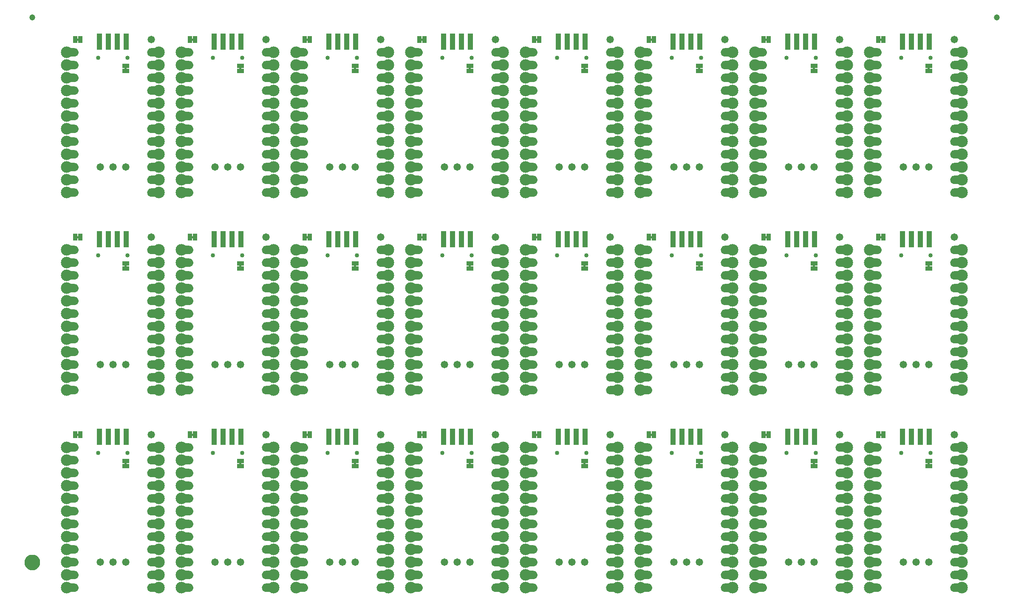
<source format=gbs>
G04 EAGLE Gerber RS-274X export*
G75*
%MOMM*%
%FSLAX34Y34*%
%LPD*%
%INSoldermask Bottom*%
%IPPOS*%
%AMOC8*
5,1,8,0,0,1.08239X$1,22.5*%
G01*
%ADD10C,1.459600*%
%ADD11C,2.309600*%
%ADD12R,1.103200X3.203200*%
%ADD13C,0.853200*%
%ADD14C,1.473200*%
%ADD15R,0.863600X1.473200*%
%ADD16R,1.473200X0.863600*%
%ADD17C,1.203200*%
%ADD18C,1.270000*%
%ADD19C,1.703200*%

G36*
X1320802Y994920D02*
X1320802Y994920D01*
X1320804Y994919D01*
X1320847Y994939D01*
X1320891Y994957D01*
X1320891Y994959D01*
X1320893Y994960D01*
X1320926Y995045D01*
X1320926Y1011555D01*
X1320925Y1011557D01*
X1320926Y1011559D01*
X1320906Y1011602D01*
X1320888Y1011646D01*
X1320886Y1011646D01*
X1320885Y1011648D01*
X1320800Y1011681D01*
X1308100Y1011681D01*
X1308091Y1011677D01*
X1308080Y1011680D01*
X1306552Y1011434D01*
X1306542Y1011428D01*
X1306529Y1011428D01*
X1305076Y1010898D01*
X1305067Y1010890D01*
X1305054Y1010887D01*
X1303727Y1010092D01*
X1303720Y1010082D01*
X1303708Y1010078D01*
X1302555Y1009046D01*
X1302550Y1009035D01*
X1302539Y1009028D01*
X1301602Y1007796D01*
X1301599Y1007785D01*
X1301589Y1007776D01*
X1300902Y1006390D01*
X1300902Y1006378D01*
X1300894Y1006367D01*
X1300481Y1004876D01*
X1300483Y1004864D01*
X1300477Y1004852D01*
X1300354Y1003310D01*
X1300358Y1003299D01*
X1300354Y1003287D01*
X1300513Y1001759D01*
X1300518Y1001749D01*
X1300517Y1001736D01*
X1300952Y1000262D01*
X1300959Y1000253D01*
X1300960Y1000241D01*
X1301657Y998871D01*
X1301665Y998863D01*
X1301669Y998851D01*
X1302603Y997631D01*
X1302613Y997626D01*
X1302619Y997614D01*
X1302772Y997477D01*
X1303192Y997098D01*
X1303760Y996585D01*
X1303771Y996582D01*
X1303779Y996572D01*
X1305089Y995768D01*
X1305100Y995767D01*
X1305109Y995758D01*
X1306544Y995207D01*
X1306555Y995207D01*
X1306566Y995201D01*
X1308077Y994921D01*
X1308088Y994923D01*
X1308100Y994919D01*
X1320800Y994919D01*
X1320802Y994920D01*
G37*
G36*
X1549402Y448820D02*
X1549402Y448820D01*
X1549404Y448819D01*
X1549447Y448839D01*
X1549491Y448857D01*
X1549491Y448859D01*
X1549493Y448860D01*
X1549526Y448945D01*
X1549526Y465455D01*
X1549525Y465457D01*
X1549526Y465459D01*
X1549506Y465502D01*
X1549488Y465546D01*
X1549486Y465546D01*
X1549485Y465548D01*
X1549400Y465581D01*
X1536700Y465581D01*
X1536691Y465577D01*
X1536680Y465580D01*
X1535152Y465334D01*
X1535142Y465328D01*
X1535129Y465328D01*
X1533676Y464798D01*
X1533667Y464790D01*
X1533654Y464787D01*
X1532327Y463992D01*
X1532320Y463982D01*
X1532308Y463978D01*
X1531155Y462946D01*
X1531150Y462935D01*
X1531139Y462928D01*
X1530202Y461696D01*
X1530199Y461685D01*
X1530189Y461676D01*
X1529502Y460290D01*
X1529502Y460278D01*
X1529494Y460267D01*
X1529081Y458776D01*
X1529083Y458764D01*
X1529077Y458752D01*
X1528954Y457210D01*
X1528958Y457199D01*
X1528954Y457187D01*
X1529113Y455659D01*
X1529118Y455649D01*
X1529117Y455636D01*
X1529552Y454162D01*
X1529559Y454153D01*
X1529560Y454141D01*
X1530257Y452771D01*
X1530265Y452763D01*
X1530269Y452751D01*
X1531203Y451531D01*
X1531213Y451526D01*
X1531219Y451514D01*
X1531372Y451377D01*
X1531792Y450998D01*
X1532360Y450485D01*
X1532371Y450482D01*
X1532379Y450472D01*
X1533689Y449668D01*
X1533700Y449667D01*
X1533709Y449658D01*
X1535144Y449107D01*
X1535155Y449107D01*
X1535166Y449101D01*
X1536677Y448821D01*
X1536688Y448823D01*
X1536700Y448819D01*
X1549400Y448819D01*
X1549402Y448820D01*
G37*
G36*
X635002Y448820D02*
X635002Y448820D01*
X635004Y448819D01*
X635047Y448839D01*
X635091Y448857D01*
X635091Y448859D01*
X635093Y448860D01*
X635126Y448945D01*
X635126Y465455D01*
X635125Y465457D01*
X635126Y465459D01*
X635106Y465502D01*
X635088Y465546D01*
X635086Y465546D01*
X635085Y465548D01*
X635000Y465581D01*
X622300Y465581D01*
X622291Y465577D01*
X622280Y465580D01*
X620752Y465334D01*
X620742Y465328D01*
X620729Y465328D01*
X619276Y464798D01*
X619267Y464790D01*
X619254Y464787D01*
X617927Y463992D01*
X617920Y463982D01*
X617908Y463978D01*
X616755Y462946D01*
X616750Y462935D01*
X616739Y462928D01*
X615802Y461696D01*
X615799Y461685D01*
X615789Y461676D01*
X615102Y460290D01*
X615102Y460278D01*
X615094Y460267D01*
X614681Y458776D01*
X614683Y458764D01*
X614677Y458752D01*
X614554Y457210D01*
X614558Y457199D01*
X614554Y457187D01*
X614713Y455659D01*
X614718Y455649D01*
X614717Y455636D01*
X615152Y454162D01*
X615159Y454153D01*
X615160Y454141D01*
X615857Y452771D01*
X615865Y452763D01*
X615869Y452751D01*
X616803Y451531D01*
X616813Y451526D01*
X616819Y451514D01*
X616972Y451377D01*
X617392Y450998D01*
X617960Y450485D01*
X617971Y450482D01*
X617979Y450472D01*
X619289Y449668D01*
X619300Y449667D01*
X619309Y449658D01*
X620744Y449107D01*
X620755Y449107D01*
X620766Y449101D01*
X622277Y448821D01*
X622288Y448823D01*
X622300Y448819D01*
X635000Y448819D01*
X635002Y448820D01*
G37*
G36*
X863602Y448820D02*
X863602Y448820D01*
X863604Y448819D01*
X863647Y448839D01*
X863691Y448857D01*
X863691Y448859D01*
X863693Y448860D01*
X863726Y448945D01*
X863726Y465455D01*
X863725Y465457D01*
X863726Y465459D01*
X863706Y465502D01*
X863688Y465546D01*
X863686Y465546D01*
X863685Y465548D01*
X863600Y465581D01*
X850900Y465581D01*
X850891Y465577D01*
X850880Y465580D01*
X849352Y465334D01*
X849342Y465328D01*
X849329Y465328D01*
X847876Y464798D01*
X847867Y464790D01*
X847854Y464787D01*
X846527Y463992D01*
X846520Y463982D01*
X846508Y463978D01*
X845355Y462946D01*
X845350Y462935D01*
X845339Y462928D01*
X844402Y461696D01*
X844399Y461685D01*
X844389Y461676D01*
X843702Y460290D01*
X843702Y460278D01*
X843694Y460267D01*
X843281Y458776D01*
X843283Y458764D01*
X843277Y458752D01*
X843154Y457210D01*
X843158Y457199D01*
X843154Y457187D01*
X843313Y455659D01*
X843318Y455649D01*
X843317Y455636D01*
X843752Y454162D01*
X843759Y454153D01*
X843760Y454141D01*
X844457Y452771D01*
X844465Y452763D01*
X844469Y452751D01*
X845403Y451531D01*
X845413Y451526D01*
X845419Y451514D01*
X845572Y451377D01*
X845992Y450998D01*
X846560Y450485D01*
X846571Y450482D01*
X846579Y450472D01*
X847889Y449668D01*
X847900Y449667D01*
X847909Y449658D01*
X849344Y449107D01*
X849355Y449107D01*
X849366Y449101D01*
X850877Y448821D01*
X850888Y448823D01*
X850900Y448819D01*
X863600Y448819D01*
X863602Y448820D01*
G37*
G36*
X1092202Y448820D02*
X1092202Y448820D01*
X1092204Y448819D01*
X1092247Y448839D01*
X1092291Y448857D01*
X1092291Y448859D01*
X1092293Y448860D01*
X1092326Y448945D01*
X1092326Y465455D01*
X1092325Y465457D01*
X1092326Y465459D01*
X1092306Y465502D01*
X1092288Y465546D01*
X1092286Y465546D01*
X1092285Y465548D01*
X1092200Y465581D01*
X1079500Y465581D01*
X1079491Y465577D01*
X1079480Y465580D01*
X1077952Y465334D01*
X1077942Y465328D01*
X1077929Y465328D01*
X1076476Y464798D01*
X1076467Y464790D01*
X1076454Y464787D01*
X1075127Y463992D01*
X1075120Y463982D01*
X1075108Y463978D01*
X1073955Y462946D01*
X1073950Y462935D01*
X1073939Y462928D01*
X1073002Y461696D01*
X1072999Y461685D01*
X1072989Y461676D01*
X1072302Y460290D01*
X1072302Y460278D01*
X1072294Y460267D01*
X1071881Y458776D01*
X1071883Y458764D01*
X1071877Y458752D01*
X1071754Y457210D01*
X1071758Y457199D01*
X1071754Y457187D01*
X1071913Y455659D01*
X1071918Y455649D01*
X1071917Y455636D01*
X1072352Y454162D01*
X1072359Y454153D01*
X1072360Y454141D01*
X1073057Y452771D01*
X1073065Y452763D01*
X1073069Y452751D01*
X1074003Y451531D01*
X1074013Y451526D01*
X1074019Y451514D01*
X1074172Y451377D01*
X1074592Y450998D01*
X1075160Y450485D01*
X1075171Y450482D01*
X1075179Y450472D01*
X1076489Y449668D01*
X1076500Y449667D01*
X1076509Y449658D01*
X1077944Y449107D01*
X1077955Y449107D01*
X1077966Y449101D01*
X1079477Y448821D01*
X1079488Y448823D01*
X1079500Y448819D01*
X1092200Y448819D01*
X1092202Y448820D01*
G37*
G36*
X177802Y448820D02*
X177802Y448820D01*
X177804Y448819D01*
X177847Y448839D01*
X177891Y448857D01*
X177891Y448859D01*
X177893Y448860D01*
X177926Y448945D01*
X177926Y465455D01*
X177925Y465457D01*
X177926Y465459D01*
X177906Y465502D01*
X177888Y465546D01*
X177886Y465546D01*
X177885Y465548D01*
X177800Y465581D01*
X165100Y465581D01*
X165091Y465577D01*
X165080Y465580D01*
X163552Y465334D01*
X163542Y465328D01*
X163529Y465328D01*
X162076Y464798D01*
X162067Y464790D01*
X162054Y464787D01*
X160727Y463992D01*
X160720Y463982D01*
X160708Y463978D01*
X159555Y462946D01*
X159550Y462935D01*
X159539Y462928D01*
X158602Y461696D01*
X158599Y461685D01*
X158589Y461676D01*
X157902Y460290D01*
X157902Y460278D01*
X157894Y460267D01*
X157481Y458776D01*
X157483Y458764D01*
X157477Y458752D01*
X157354Y457210D01*
X157358Y457199D01*
X157354Y457187D01*
X157513Y455659D01*
X157518Y455649D01*
X157517Y455636D01*
X157952Y454162D01*
X157959Y454153D01*
X157960Y454141D01*
X158657Y452771D01*
X158665Y452763D01*
X158669Y452751D01*
X159603Y451531D01*
X159613Y451526D01*
X159619Y451514D01*
X159772Y451377D01*
X160192Y450998D01*
X160760Y450485D01*
X160771Y450482D01*
X160779Y450472D01*
X162089Y449668D01*
X162100Y449667D01*
X162109Y449658D01*
X163544Y449107D01*
X163555Y449107D01*
X163566Y449101D01*
X165077Y448821D01*
X165088Y448823D01*
X165100Y448819D01*
X177800Y448819D01*
X177802Y448820D01*
G37*
G36*
X406402Y448820D02*
X406402Y448820D01*
X406404Y448819D01*
X406447Y448839D01*
X406491Y448857D01*
X406491Y448859D01*
X406493Y448860D01*
X406526Y448945D01*
X406526Y465455D01*
X406525Y465457D01*
X406526Y465459D01*
X406506Y465502D01*
X406488Y465546D01*
X406486Y465546D01*
X406485Y465548D01*
X406400Y465581D01*
X393700Y465581D01*
X393691Y465577D01*
X393680Y465580D01*
X392152Y465334D01*
X392142Y465328D01*
X392129Y465328D01*
X390676Y464798D01*
X390667Y464790D01*
X390654Y464787D01*
X389327Y463992D01*
X389320Y463982D01*
X389308Y463978D01*
X388155Y462946D01*
X388150Y462935D01*
X388139Y462928D01*
X387202Y461696D01*
X387199Y461685D01*
X387189Y461676D01*
X386502Y460290D01*
X386502Y460278D01*
X386494Y460267D01*
X386081Y458776D01*
X386083Y458764D01*
X386077Y458752D01*
X385954Y457210D01*
X385958Y457199D01*
X385954Y457187D01*
X386113Y455659D01*
X386118Y455649D01*
X386117Y455636D01*
X386552Y454162D01*
X386559Y454153D01*
X386560Y454141D01*
X387257Y452771D01*
X387265Y452763D01*
X387269Y452751D01*
X388203Y451531D01*
X388213Y451526D01*
X388219Y451514D01*
X388372Y451377D01*
X388792Y450998D01*
X389360Y450485D01*
X389371Y450482D01*
X389379Y450472D01*
X390689Y449668D01*
X390700Y449667D01*
X390709Y449658D01*
X392144Y449107D01*
X392155Y449107D01*
X392166Y449101D01*
X393677Y448821D01*
X393688Y448823D01*
X393700Y448819D01*
X406400Y448819D01*
X406402Y448820D01*
G37*
G36*
X635002Y474220D02*
X635002Y474220D01*
X635004Y474219D01*
X635047Y474239D01*
X635091Y474257D01*
X635091Y474259D01*
X635093Y474260D01*
X635126Y474345D01*
X635126Y490855D01*
X635125Y490857D01*
X635126Y490859D01*
X635106Y490902D01*
X635088Y490946D01*
X635086Y490946D01*
X635085Y490948D01*
X635000Y490981D01*
X622300Y490981D01*
X622291Y490977D01*
X622280Y490980D01*
X620752Y490734D01*
X620742Y490728D01*
X620729Y490728D01*
X619276Y490198D01*
X619267Y490190D01*
X619254Y490187D01*
X617927Y489392D01*
X617920Y489382D01*
X617908Y489378D01*
X616755Y488346D01*
X616750Y488335D01*
X616739Y488328D01*
X615802Y487096D01*
X615799Y487085D01*
X615789Y487076D01*
X615102Y485690D01*
X615102Y485678D01*
X615094Y485667D01*
X614681Y484176D01*
X614683Y484164D01*
X614677Y484152D01*
X614554Y482610D01*
X614558Y482599D01*
X614554Y482587D01*
X614713Y481059D01*
X614718Y481049D01*
X614717Y481036D01*
X615152Y479562D01*
X615159Y479553D01*
X615160Y479541D01*
X615857Y478171D01*
X615865Y478163D01*
X615869Y478151D01*
X616803Y476931D01*
X616813Y476926D01*
X616819Y476914D01*
X616972Y476777D01*
X617392Y476398D01*
X617960Y475885D01*
X617971Y475882D01*
X617979Y475872D01*
X619289Y475068D01*
X619300Y475067D01*
X619309Y475058D01*
X620744Y474507D01*
X620755Y474507D01*
X620766Y474501D01*
X622277Y474221D01*
X622288Y474223D01*
X622300Y474219D01*
X635000Y474219D01*
X635002Y474220D01*
G37*
G36*
X1549402Y550420D02*
X1549402Y550420D01*
X1549404Y550419D01*
X1549447Y550439D01*
X1549491Y550457D01*
X1549491Y550459D01*
X1549493Y550460D01*
X1549526Y550545D01*
X1549526Y567055D01*
X1549525Y567057D01*
X1549526Y567059D01*
X1549506Y567102D01*
X1549488Y567146D01*
X1549486Y567146D01*
X1549485Y567148D01*
X1549400Y567181D01*
X1536700Y567181D01*
X1536691Y567177D01*
X1536680Y567180D01*
X1535152Y566934D01*
X1535142Y566928D01*
X1535129Y566928D01*
X1533676Y566398D01*
X1533667Y566390D01*
X1533654Y566387D01*
X1532327Y565592D01*
X1532320Y565582D01*
X1532308Y565578D01*
X1531155Y564546D01*
X1531150Y564535D01*
X1531139Y564528D01*
X1530202Y563296D01*
X1530199Y563285D01*
X1530189Y563276D01*
X1529502Y561890D01*
X1529502Y561878D01*
X1529494Y561867D01*
X1529081Y560376D01*
X1529083Y560364D01*
X1529077Y560352D01*
X1528954Y558810D01*
X1528958Y558799D01*
X1528954Y558787D01*
X1529113Y557259D01*
X1529118Y557249D01*
X1529117Y557236D01*
X1529552Y555762D01*
X1529559Y555753D01*
X1529560Y555741D01*
X1530257Y554371D01*
X1530265Y554363D01*
X1530269Y554351D01*
X1531203Y553131D01*
X1531213Y553126D01*
X1531219Y553114D01*
X1531372Y552977D01*
X1531792Y552598D01*
X1532360Y552085D01*
X1532371Y552082D01*
X1532379Y552072D01*
X1533689Y551268D01*
X1533700Y551267D01*
X1533709Y551258D01*
X1535144Y550707D01*
X1535155Y550707D01*
X1535166Y550701D01*
X1536677Y550421D01*
X1536688Y550423D01*
X1536700Y550419D01*
X1549400Y550419D01*
X1549402Y550420D01*
G37*
G36*
X177802Y817120D02*
X177802Y817120D01*
X177804Y817119D01*
X177847Y817139D01*
X177891Y817157D01*
X177891Y817159D01*
X177893Y817160D01*
X177926Y817245D01*
X177926Y833755D01*
X177925Y833757D01*
X177926Y833759D01*
X177906Y833802D01*
X177888Y833846D01*
X177886Y833846D01*
X177885Y833848D01*
X177800Y833881D01*
X165100Y833881D01*
X165091Y833877D01*
X165080Y833880D01*
X163552Y833634D01*
X163542Y833628D01*
X163529Y833628D01*
X162076Y833098D01*
X162067Y833090D01*
X162054Y833087D01*
X160727Y832292D01*
X160720Y832282D01*
X160708Y832278D01*
X159555Y831246D01*
X159550Y831235D01*
X159539Y831228D01*
X158602Y829996D01*
X158599Y829985D01*
X158589Y829976D01*
X157902Y828590D01*
X157902Y828578D01*
X157894Y828567D01*
X157481Y827076D01*
X157483Y827064D01*
X157477Y827052D01*
X157354Y825510D01*
X157358Y825499D01*
X157354Y825487D01*
X157513Y823959D01*
X157518Y823949D01*
X157517Y823936D01*
X157952Y822462D01*
X157959Y822453D01*
X157960Y822441D01*
X158657Y821071D01*
X158665Y821063D01*
X158669Y821051D01*
X159603Y819831D01*
X159613Y819826D01*
X159619Y819814D01*
X159772Y819677D01*
X160192Y819298D01*
X160760Y818785D01*
X160771Y818782D01*
X160779Y818772D01*
X162089Y817968D01*
X162100Y817967D01*
X162109Y817958D01*
X163544Y817407D01*
X163555Y817407D01*
X163566Y817401D01*
X165077Y817121D01*
X165088Y817123D01*
X165100Y817119D01*
X177800Y817119D01*
X177802Y817120D01*
G37*
G36*
X1549402Y817120D02*
X1549402Y817120D01*
X1549404Y817119D01*
X1549447Y817139D01*
X1549491Y817157D01*
X1549491Y817159D01*
X1549493Y817160D01*
X1549526Y817245D01*
X1549526Y833755D01*
X1549525Y833757D01*
X1549526Y833759D01*
X1549506Y833802D01*
X1549488Y833846D01*
X1549486Y833846D01*
X1549485Y833848D01*
X1549400Y833881D01*
X1536700Y833881D01*
X1536691Y833877D01*
X1536680Y833880D01*
X1535152Y833634D01*
X1535142Y833628D01*
X1535129Y833628D01*
X1533676Y833098D01*
X1533667Y833090D01*
X1533654Y833087D01*
X1532327Y832292D01*
X1532320Y832282D01*
X1532308Y832278D01*
X1531155Y831246D01*
X1531150Y831235D01*
X1531139Y831228D01*
X1530202Y829996D01*
X1530199Y829985D01*
X1530189Y829976D01*
X1529502Y828590D01*
X1529502Y828578D01*
X1529494Y828567D01*
X1529081Y827076D01*
X1529083Y827064D01*
X1529077Y827052D01*
X1528954Y825510D01*
X1528958Y825499D01*
X1528954Y825487D01*
X1529113Y823959D01*
X1529118Y823949D01*
X1529117Y823936D01*
X1529552Y822462D01*
X1529559Y822453D01*
X1529560Y822441D01*
X1530257Y821071D01*
X1530265Y821063D01*
X1530269Y821051D01*
X1531203Y819831D01*
X1531213Y819826D01*
X1531219Y819814D01*
X1531372Y819677D01*
X1531792Y819298D01*
X1532360Y818785D01*
X1532371Y818782D01*
X1532379Y818772D01*
X1533689Y817968D01*
X1533700Y817967D01*
X1533709Y817958D01*
X1535144Y817407D01*
X1535155Y817407D01*
X1535166Y817401D01*
X1536677Y817121D01*
X1536688Y817123D01*
X1536700Y817119D01*
X1549400Y817119D01*
X1549402Y817120D01*
G37*
G36*
X1320802Y1071120D02*
X1320802Y1071120D01*
X1320804Y1071119D01*
X1320847Y1071139D01*
X1320891Y1071157D01*
X1320891Y1071159D01*
X1320893Y1071160D01*
X1320926Y1071245D01*
X1320926Y1087755D01*
X1320925Y1087757D01*
X1320926Y1087759D01*
X1320906Y1087802D01*
X1320888Y1087846D01*
X1320886Y1087846D01*
X1320885Y1087848D01*
X1320800Y1087881D01*
X1308100Y1087881D01*
X1308091Y1087877D01*
X1308080Y1087880D01*
X1306552Y1087634D01*
X1306542Y1087628D01*
X1306529Y1087628D01*
X1305076Y1087098D01*
X1305067Y1087090D01*
X1305054Y1087087D01*
X1303727Y1086292D01*
X1303720Y1086282D01*
X1303708Y1086278D01*
X1302555Y1085246D01*
X1302550Y1085235D01*
X1302539Y1085228D01*
X1301602Y1083996D01*
X1301599Y1083985D01*
X1301589Y1083976D01*
X1300902Y1082590D01*
X1300902Y1082578D01*
X1300894Y1082567D01*
X1300481Y1081076D01*
X1300483Y1081064D01*
X1300477Y1081052D01*
X1300354Y1079510D01*
X1300358Y1079499D01*
X1300354Y1079487D01*
X1300513Y1077959D01*
X1300518Y1077949D01*
X1300517Y1077936D01*
X1300952Y1076462D01*
X1300959Y1076453D01*
X1300960Y1076441D01*
X1301657Y1075071D01*
X1301665Y1075063D01*
X1301669Y1075051D01*
X1302603Y1073831D01*
X1302613Y1073826D01*
X1302619Y1073814D01*
X1302772Y1073677D01*
X1303192Y1073298D01*
X1303760Y1072785D01*
X1303771Y1072782D01*
X1303779Y1072772D01*
X1305089Y1071968D01*
X1305100Y1071967D01*
X1305109Y1071958D01*
X1306544Y1071407D01*
X1306555Y1071407D01*
X1306566Y1071401D01*
X1308077Y1071121D01*
X1308088Y1071123D01*
X1308100Y1071119D01*
X1320800Y1071119D01*
X1320802Y1071120D01*
G37*
G36*
X1092202Y550420D02*
X1092202Y550420D01*
X1092204Y550419D01*
X1092247Y550439D01*
X1092291Y550457D01*
X1092291Y550459D01*
X1092293Y550460D01*
X1092326Y550545D01*
X1092326Y567055D01*
X1092325Y567057D01*
X1092326Y567059D01*
X1092306Y567102D01*
X1092288Y567146D01*
X1092286Y567146D01*
X1092285Y567148D01*
X1092200Y567181D01*
X1079500Y567181D01*
X1079491Y567177D01*
X1079480Y567180D01*
X1077952Y566934D01*
X1077942Y566928D01*
X1077929Y566928D01*
X1076476Y566398D01*
X1076467Y566390D01*
X1076454Y566387D01*
X1075127Y565592D01*
X1075120Y565582D01*
X1075108Y565578D01*
X1073955Y564546D01*
X1073950Y564535D01*
X1073939Y564528D01*
X1073002Y563296D01*
X1072999Y563285D01*
X1072989Y563276D01*
X1072302Y561890D01*
X1072302Y561878D01*
X1072294Y561867D01*
X1071881Y560376D01*
X1071883Y560364D01*
X1071877Y560352D01*
X1071754Y558810D01*
X1071758Y558799D01*
X1071754Y558787D01*
X1071913Y557259D01*
X1071918Y557249D01*
X1071917Y557236D01*
X1072352Y555762D01*
X1072359Y555753D01*
X1072360Y555741D01*
X1073057Y554371D01*
X1073065Y554363D01*
X1073069Y554351D01*
X1074003Y553131D01*
X1074013Y553126D01*
X1074019Y553114D01*
X1074172Y552977D01*
X1074592Y552598D01*
X1075160Y552085D01*
X1075171Y552082D01*
X1075179Y552072D01*
X1076489Y551268D01*
X1076500Y551267D01*
X1076509Y551258D01*
X1077944Y550707D01*
X1077955Y550707D01*
X1077966Y550701D01*
X1079477Y550421D01*
X1079488Y550423D01*
X1079500Y550419D01*
X1092200Y550419D01*
X1092202Y550420D01*
G37*
G36*
X1092202Y1071120D02*
X1092202Y1071120D01*
X1092204Y1071119D01*
X1092247Y1071139D01*
X1092291Y1071157D01*
X1092291Y1071159D01*
X1092293Y1071160D01*
X1092326Y1071245D01*
X1092326Y1087755D01*
X1092325Y1087757D01*
X1092326Y1087759D01*
X1092306Y1087802D01*
X1092288Y1087846D01*
X1092286Y1087846D01*
X1092285Y1087848D01*
X1092200Y1087881D01*
X1079500Y1087881D01*
X1079491Y1087877D01*
X1079480Y1087880D01*
X1077952Y1087634D01*
X1077942Y1087628D01*
X1077929Y1087628D01*
X1076476Y1087098D01*
X1076467Y1087090D01*
X1076454Y1087087D01*
X1075127Y1086292D01*
X1075120Y1086282D01*
X1075108Y1086278D01*
X1073955Y1085246D01*
X1073950Y1085235D01*
X1073939Y1085228D01*
X1073002Y1083996D01*
X1072999Y1083985D01*
X1072989Y1083976D01*
X1072302Y1082590D01*
X1072302Y1082578D01*
X1072294Y1082567D01*
X1071881Y1081076D01*
X1071883Y1081064D01*
X1071877Y1081052D01*
X1071754Y1079510D01*
X1071758Y1079499D01*
X1071754Y1079487D01*
X1071913Y1077959D01*
X1071918Y1077949D01*
X1071917Y1077936D01*
X1072352Y1076462D01*
X1072359Y1076453D01*
X1072360Y1076441D01*
X1073057Y1075071D01*
X1073065Y1075063D01*
X1073069Y1075051D01*
X1074003Y1073831D01*
X1074013Y1073826D01*
X1074019Y1073814D01*
X1074172Y1073677D01*
X1074592Y1073298D01*
X1075160Y1072785D01*
X1075171Y1072782D01*
X1075179Y1072772D01*
X1076489Y1071968D01*
X1076500Y1071967D01*
X1076509Y1071958D01*
X1077944Y1071407D01*
X1077955Y1071407D01*
X1077966Y1071401D01*
X1079477Y1071121D01*
X1079488Y1071123D01*
X1079500Y1071119D01*
X1092200Y1071119D01*
X1092202Y1071120D01*
G37*
G36*
X177802Y1071120D02*
X177802Y1071120D01*
X177804Y1071119D01*
X177847Y1071139D01*
X177891Y1071157D01*
X177891Y1071159D01*
X177893Y1071160D01*
X177926Y1071245D01*
X177926Y1087755D01*
X177925Y1087757D01*
X177926Y1087759D01*
X177906Y1087802D01*
X177888Y1087846D01*
X177886Y1087846D01*
X177885Y1087848D01*
X177800Y1087881D01*
X165100Y1087881D01*
X165091Y1087877D01*
X165080Y1087880D01*
X163552Y1087634D01*
X163542Y1087628D01*
X163529Y1087628D01*
X162076Y1087098D01*
X162067Y1087090D01*
X162054Y1087087D01*
X160727Y1086292D01*
X160720Y1086282D01*
X160708Y1086278D01*
X159555Y1085246D01*
X159550Y1085235D01*
X159539Y1085228D01*
X158602Y1083996D01*
X158599Y1083985D01*
X158589Y1083976D01*
X157902Y1082590D01*
X157902Y1082578D01*
X157894Y1082567D01*
X157481Y1081076D01*
X157483Y1081064D01*
X157477Y1081052D01*
X157354Y1079510D01*
X157358Y1079499D01*
X157354Y1079487D01*
X157513Y1077959D01*
X157518Y1077949D01*
X157517Y1077936D01*
X157952Y1076462D01*
X157959Y1076453D01*
X157960Y1076441D01*
X158657Y1075071D01*
X158665Y1075063D01*
X158669Y1075051D01*
X159603Y1073831D01*
X159613Y1073826D01*
X159619Y1073814D01*
X159772Y1073677D01*
X160192Y1073298D01*
X160760Y1072785D01*
X160771Y1072782D01*
X160779Y1072772D01*
X162089Y1071968D01*
X162100Y1071967D01*
X162109Y1071958D01*
X163544Y1071407D01*
X163555Y1071407D01*
X163566Y1071401D01*
X165077Y1071121D01*
X165088Y1071123D01*
X165100Y1071119D01*
X177800Y1071119D01*
X177802Y1071120D01*
G37*
G36*
X177802Y575820D02*
X177802Y575820D01*
X177804Y575819D01*
X177847Y575839D01*
X177891Y575857D01*
X177891Y575859D01*
X177893Y575860D01*
X177926Y575945D01*
X177926Y592455D01*
X177925Y592457D01*
X177926Y592459D01*
X177906Y592502D01*
X177888Y592546D01*
X177886Y592546D01*
X177885Y592548D01*
X177800Y592581D01*
X165100Y592581D01*
X165091Y592577D01*
X165080Y592580D01*
X163552Y592334D01*
X163542Y592328D01*
X163529Y592328D01*
X162076Y591798D01*
X162067Y591790D01*
X162054Y591787D01*
X160727Y590992D01*
X160720Y590982D01*
X160708Y590978D01*
X159555Y589946D01*
X159550Y589935D01*
X159539Y589928D01*
X158602Y588696D01*
X158599Y588685D01*
X158589Y588676D01*
X157902Y587290D01*
X157902Y587278D01*
X157894Y587267D01*
X157481Y585776D01*
X157483Y585764D01*
X157477Y585752D01*
X157354Y584210D01*
X157358Y584199D01*
X157354Y584187D01*
X157513Y582659D01*
X157518Y582649D01*
X157517Y582636D01*
X157952Y581162D01*
X157959Y581153D01*
X157960Y581141D01*
X158657Y579771D01*
X158665Y579763D01*
X158669Y579751D01*
X159603Y578531D01*
X159613Y578526D01*
X159619Y578514D01*
X159772Y578377D01*
X160192Y577998D01*
X160760Y577485D01*
X160771Y577482D01*
X160779Y577472D01*
X162089Y576668D01*
X162100Y576667D01*
X162109Y576658D01*
X163544Y576107D01*
X163555Y576107D01*
X163566Y576101D01*
X165077Y575821D01*
X165088Y575823D01*
X165100Y575819D01*
X177800Y575819D01*
X177802Y575820D01*
G37*
G36*
X1092202Y626620D02*
X1092202Y626620D01*
X1092204Y626619D01*
X1092247Y626639D01*
X1092291Y626657D01*
X1092291Y626659D01*
X1092293Y626660D01*
X1092326Y626745D01*
X1092326Y643255D01*
X1092325Y643257D01*
X1092326Y643259D01*
X1092306Y643302D01*
X1092288Y643346D01*
X1092286Y643346D01*
X1092285Y643348D01*
X1092200Y643381D01*
X1079500Y643381D01*
X1079491Y643377D01*
X1079480Y643380D01*
X1077952Y643134D01*
X1077942Y643128D01*
X1077929Y643128D01*
X1076476Y642598D01*
X1076467Y642590D01*
X1076454Y642587D01*
X1075127Y641792D01*
X1075120Y641782D01*
X1075108Y641778D01*
X1073955Y640746D01*
X1073950Y640735D01*
X1073939Y640728D01*
X1073002Y639496D01*
X1072999Y639485D01*
X1072989Y639476D01*
X1072302Y638090D01*
X1072302Y638078D01*
X1072294Y638067D01*
X1071881Y636576D01*
X1071883Y636564D01*
X1071877Y636552D01*
X1071754Y635010D01*
X1071758Y634999D01*
X1071754Y634987D01*
X1071913Y633459D01*
X1071918Y633449D01*
X1071917Y633436D01*
X1072352Y631962D01*
X1072359Y631953D01*
X1072360Y631941D01*
X1073057Y630571D01*
X1073065Y630563D01*
X1073069Y630551D01*
X1074003Y629331D01*
X1074013Y629326D01*
X1074019Y629314D01*
X1074172Y629177D01*
X1074592Y628798D01*
X1075160Y628285D01*
X1075171Y628282D01*
X1075179Y628272D01*
X1076489Y627468D01*
X1076500Y627467D01*
X1076509Y627458D01*
X1077944Y626907D01*
X1077955Y626907D01*
X1077966Y626901D01*
X1079477Y626621D01*
X1079488Y626623D01*
X1079500Y626619D01*
X1092200Y626619D01*
X1092202Y626620D01*
G37*
G36*
X1320802Y575820D02*
X1320802Y575820D01*
X1320804Y575819D01*
X1320847Y575839D01*
X1320891Y575857D01*
X1320891Y575859D01*
X1320893Y575860D01*
X1320926Y575945D01*
X1320926Y592455D01*
X1320925Y592457D01*
X1320926Y592459D01*
X1320906Y592502D01*
X1320888Y592546D01*
X1320886Y592546D01*
X1320885Y592548D01*
X1320800Y592581D01*
X1308100Y592581D01*
X1308091Y592577D01*
X1308080Y592580D01*
X1306552Y592334D01*
X1306542Y592328D01*
X1306529Y592328D01*
X1305076Y591798D01*
X1305067Y591790D01*
X1305054Y591787D01*
X1303727Y590992D01*
X1303720Y590982D01*
X1303708Y590978D01*
X1302555Y589946D01*
X1302550Y589935D01*
X1302539Y589928D01*
X1301602Y588696D01*
X1301599Y588685D01*
X1301589Y588676D01*
X1300902Y587290D01*
X1300902Y587278D01*
X1300894Y587267D01*
X1300481Y585776D01*
X1300483Y585764D01*
X1300477Y585752D01*
X1300354Y584210D01*
X1300358Y584199D01*
X1300354Y584187D01*
X1300513Y582659D01*
X1300518Y582649D01*
X1300517Y582636D01*
X1300952Y581162D01*
X1300959Y581153D01*
X1300960Y581141D01*
X1301657Y579771D01*
X1301665Y579763D01*
X1301669Y579751D01*
X1302603Y578531D01*
X1302613Y578526D01*
X1302619Y578514D01*
X1302772Y578377D01*
X1303192Y577998D01*
X1303760Y577485D01*
X1303771Y577482D01*
X1303779Y577472D01*
X1305089Y576668D01*
X1305100Y576667D01*
X1305109Y576658D01*
X1306544Y576107D01*
X1306555Y576107D01*
X1306566Y576101D01*
X1308077Y575821D01*
X1308088Y575823D01*
X1308100Y575819D01*
X1320800Y575819D01*
X1320802Y575820D01*
G37*
G36*
X635002Y1071120D02*
X635002Y1071120D01*
X635004Y1071119D01*
X635047Y1071139D01*
X635091Y1071157D01*
X635091Y1071159D01*
X635093Y1071160D01*
X635126Y1071245D01*
X635126Y1087755D01*
X635125Y1087757D01*
X635126Y1087759D01*
X635106Y1087802D01*
X635088Y1087846D01*
X635086Y1087846D01*
X635085Y1087848D01*
X635000Y1087881D01*
X622300Y1087881D01*
X622291Y1087877D01*
X622280Y1087880D01*
X620752Y1087634D01*
X620742Y1087628D01*
X620729Y1087628D01*
X619276Y1087098D01*
X619267Y1087090D01*
X619254Y1087087D01*
X617927Y1086292D01*
X617920Y1086282D01*
X617908Y1086278D01*
X616755Y1085246D01*
X616750Y1085235D01*
X616739Y1085228D01*
X615802Y1083996D01*
X615799Y1083985D01*
X615789Y1083976D01*
X615102Y1082590D01*
X615102Y1082578D01*
X615094Y1082567D01*
X614681Y1081076D01*
X614683Y1081064D01*
X614677Y1081052D01*
X614554Y1079510D01*
X614558Y1079499D01*
X614554Y1079487D01*
X614713Y1077959D01*
X614718Y1077949D01*
X614717Y1077936D01*
X615152Y1076462D01*
X615159Y1076453D01*
X615160Y1076441D01*
X615857Y1075071D01*
X615865Y1075063D01*
X615869Y1075051D01*
X616803Y1073831D01*
X616813Y1073826D01*
X616819Y1073814D01*
X616972Y1073677D01*
X617392Y1073298D01*
X617960Y1072785D01*
X617971Y1072782D01*
X617979Y1072772D01*
X619289Y1071968D01*
X619300Y1071967D01*
X619309Y1071958D01*
X620744Y1071407D01*
X620755Y1071407D01*
X620766Y1071401D01*
X622277Y1071121D01*
X622288Y1071123D01*
X622300Y1071119D01*
X635000Y1071119D01*
X635002Y1071120D01*
G37*
G36*
X406402Y1071120D02*
X406402Y1071120D01*
X406404Y1071119D01*
X406447Y1071139D01*
X406491Y1071157D01*
X406491Y1071159D01*
X406493Y1071160D01*
X406526Y1071245D01*
X406526Y1087755D01*
X406525Y1087757D01*
X406526Y1087759D01*
X406506Y1087802D01*
X406488Y1087846D01*
X406486Y1087846D01*
X406485Y1087848D01*
X406400Y1087881D01*
X393700Y1087881D01*
X393691Y1087877D01*
X393680Y1087880D01*
X392152Y1087634D01*
X392142Y1087628D01*
X392129Y1087628D01*
X390676Y1087098D01*
X390667Y1087090D01*
X390654Y1087087D01*
X389327Y1086292D01*
X389320Y1086282D01*
X389308Y1086278D01*
X388155Y1085246D01*
X388150Y1085235D01*
X388139Y1085228D01*
X387202Y1083996D01*
X387199Y1083985D01*
X387189Y1083976D01*
X386502Y1082590D01*
X386502Y1082578D01*
X386494Y1082567D01*
X386081Y1081076D01*
X386083Y1081064D01*
X386077Y1081052D01*
X385954Y1079510D01*
X385958Y1079499D01*
X385954Y1079487D01*
X386113Y1077959D01*
X386118Y1077949D01*
X386117Y1077936D01*
X386552Y1076462D01*
X386559Y1076453D01*
X386560Y1076441D01*
X387257Y1075071D01*
X387265Y1075063D01*
X387269Y1075051D01*
X388203Y1073831D01*
X388213Y1073826D01*
X388219Y1073814D01*
X388372Y1073677D01*
X388792Y1073298D01*
X389360Y1072785D01*
X389371Y1072782D01*
X389379Y1072772D01*
X390689Y1071968D01*
X390700Y1071967D01*
X390709Y1071958D01*
X392144Y1071407D01*
X392155Y1071407D01*
X392166Y1071401D01*
X393677Y1071121D01*
X393688Y1071123D01*
X393700Y1071119D01*
X406400Y1071119D01*
X406402Y1071120D01*
G37*
G36*
X863602Y575820D02*
X863602Y575820D01*
X863604Y575819D01*
X863647Y575839D01*
X863691Y575857D01*
X863691Y575859D01*
X863693Y575860D01*
X863726Y575945D01*
X863726Y592455D01*
X863725Y592457D01*
X863726Y592459D01*
X863706Y592502D01*
X863688Y592546D01*
X863686Y592546D01*
X863685Y592548D01*
X863600Y592581D01*
X850900Y592581D01*
X850891Y592577D01*
X850880Y592580D01*
X849352Y592334D01*
X849342Y592328D01*
X849329Y592328D01*
X847876Y591798D01*
X847867Y591790D01*
X847854Y591787D01*
X846527Y590992D01*
X846520Y590982D01*
X846508Y590978D01*
X845355Y589946D01*
X845350Y589935D01*
X845339Y589928D01*
X844402Y588696D01*
X844399Y588685D01*
X844389Y588676D01*
X843702Y587290D01*
X843702Y587278D01*
X843694Y587267D01*
X843281Y585776D01*
X843283Y585764D01*
X843277Y585752D01*
X843154Y584210D01*
X843158Y584199D01*
X843154Y584187D01*
X843313Y582659D01*
X843318Y582649D01*
X843317Y582636D01*
X843752Y581162D01*
X843759Y581153D01*
X843760Y581141D01*
X844457Y579771D01*
X844465Y579763D01*
X844469Y579751D01*
X845403Y578531D01*
X845413Y578526D01*
X845419Y578514D01*
X845572Y578377D01*
X845992Y577998D01*
X846560Y577485D01*
X846571Y577482D01*
X846579Y577472D01*
X847889Y576668D01*
X847900Y576667D01*
X847909Y576658D01*
X849344Y576107D01*
X849355Y576107D01*
X849366Y576101D01*
X850877Y575821D01*
X850888Y575823D01*
X850900Y575819D01*
X863600Y575819D01*
X863602Y575820D01*
G37*
G36*
X1778002Y1071120D02*
X1778002Y1071120D01*
X1778004Y1071119D01*
X1778047Y1071139D01*
X1778091Y1071157D01*
X1778091Y1071159D01*
X1778093Y1071160D01*
X1778126Y1071245D01*
X1778126Y1087755D01*
X1778125Y1087757D01*
X1778126Y1087759D01*
X1778106Y1087802D01*
X1778088Y1087846D01*
X1778086Y1087846D01*
X1778085Y1087848D01*
X1778000Y1087881D01*
X1765300Y1087881D01*
X1765291Y1087877D01*
X1765280Y1087880D01*
X1763752Y1087634D01*
X1763742Y1087628D01*
X1763729Y1087628D01*
X1762276Y1087098D01*
X1762267Y1087090D01*
X1762254Y1087087D01*
X1760927Y1086292D01*
X1760920Y1086282D01*
X1760908Y1086278D01*
X1759755Y1085246D01*
X1759750Y1085235D01*
X1759739Y1085228D01*
X1758802Y1083996D01*
X1758799Y1083985D01*
X1758789Y1083976D01*
X1758102Y1082590D01*
X1758102Y1082578D01*
X1758094Y1082567D01*
X1757681Y1081076D01*
X1757683Y1081064D01*
X1757677Y1081052D01*
X1757554Y1079510D01*
X1757558Y1079499D01*
X1757554Y1079487D01*
X1757713Y1077959D01*
X1757718Y1077949D01*
X1757717Y1077936D01*
X1758152Y1076462D01*
X1758159Y1076453D01*
X1758160Y1076441D01*
X1758857Y1075071D01*
X1758865Y1075063D01*
X1758869Y1075051D01*
X1759803Y1073831D01*
X1759813Y1073826D01*
X1759819Y1073814D01*
X1759972Y1073677D01*
X1760392Y1073298D01*
X1760960Y1072785D01*
X1760971Y1072782D01*
X1760979Y1072772D01*
X1762289Y1071968D01*
X1762300Y1071967D01*
X1762309Y1071958D01*
X1763744Y1071407D01*
X1763755Y1071407D01*
X1763766Y1071401D01*
X1765277Y1071121D01*
X1765288Y1071123D01*
X1765300Y1071119D01*
X1778000Y1071119D01*
X1778002Y1071120D01*
G37*
G36*
X863602Y1071120D02*
X863602Y1071120D01*
X863604Y1071119D01*
X863647Y1071139D01*
X863691Y1071157D01*
X863691Y1071159D01*
X863693Y1071160D01*
X863726Y1071245D01*
X863726Y1087755D01*
X863725Y1087757D01*
X863726Y1087759D01*
X863706Y1087802D01*
X863688Y1087846D01*
X863686Y1087846D01*
X863685Y1087848D01*
X863600Y1087881D01*
X850900Y1087881D01*
X850891Y1087877D01*
X850880Y1087880D01*
X849352Y1087634D01*
X849342Y1087628D01*
X849329Y1087628D01*
X847876Y1087098D01*
X847867Y1087090D01*
X847854Y1087087D01*
X846527Y1086292D01*
X846520Y1086282D01*
X846508Y1086278D01*
X845355Y1085246D01*
X845350Y1085235D01*
X845339Y1085228D01*
X844402Y1083996D01*
X844399Y1083985D01*
X844389Y1083976D01*
X843702Y1082590D01*
X843702Y1082578D01*
X843694Y1082567D01*
X843281Y1081076D01*
X843283Y1081064D01*
X843277Y1081052D01*
X843154Y1079510D01*
X843158Y1079499D01*
X843154Y1079487D01*
X843313Y1077959D01*
X843318Y1077949D01*
X843317Y1077936D01*
X843752Y1076462D01*
X843759Y1076453D01*
X843760Y1076441D01*
X844457Y1075071D01*
X844465Y1075063D01*
X844469Y1075051D01*
X845403Y1073831D01*
X845413Y1073826D01*
X845419Y1073814D01*
X845572Y1073677D01*
X845992Y1073298D01*
X846560Y1072785D01*
X846571Y1072782D01*
X846579Y1072772D01*
X847889Y1071968D01*
X847900Y1071967D01*
X847909Y1071958D01*
X849344Y1071407D01*
X849355Y1071407D01*
X849366Y1071401D01*
X850877Y1071121D01*
X850888Y1071123D01*
X850900Y1071119D01*
X863600Y1071119D01*
X863602Y1071120D01*
G37*
G36*
X1549402Y1071120D02*
X1549402Y1071120D01*
X1549404Y1071119D01*
X1549447Y1071139D01*
X1549491Y1071157D01*
X1549491Y1071159D01*
X1549493Y1071160D01*
X1549526Y1071245D01*
X1549526Y1087755D01*
X1549525Y1087757D01*
X1549526Y1087759D01*
X1549506Y1087802D01*
X1549488Y1087846D01*
X1549486Y1087846D01*
X1549485Y1087848D01*
X1549400Y1087881D01*
X1536700Y1087881D01*
X1536691Y1087877D01*
X1536680Y1087880D01*
X1535152Y1087634D01*
X1535142Y1087628D01*
X1535129Y1087628D01*
X1533676Y1087098D01*
X1533667Y1087090D01*
X1533654Y1087087D01*
X1532327Y1086292D01*
X1532320Y1086282D01*
X1532308Y1086278D01*
X1531155Y1085246D01*
X1531150Y1085235D01*
X1531139Y1085228D01*
X1530202Y1083996D01*
X1530199Y1083985D01*
X1530189Y1083976D01*
X1529502Y1082590D01*
X1529502Y1082578D01*
X1529494Y1082567D01*
X1529081Y1081076D01*
X1529083Y1081064D01*
X1529077Y1081052D01*
X1528954Y1079510D01*
X1528958Y1079499D01*
X1528954Y1079487D01*
X1529113Y1077959D01*
X1529118Y1077949D01*
X1529117Y1077936D01*
X1529552Y1076462D01*
X1529559Y1076453D01*
X1529560Y1076441D01*
X1530257Y1075071D01*
X1530265Y1075063D01*
X1530269Y1075051D01*
X1531203Y1073831D01*
X1531213Y1073826D01*
X1531219Y1073814D01*
X1531372Y1073677D01*
X1531792Y1073298D01*
X1532360Y1072785D01*
X1532371Y1072782D01*
X1532379Y1072772D01*
X1533689Y1071968D01*
X1533700Y1071967D01*
X1533709Y1071958D01*
X1535144Y1071407D01*
X1535155Y1071407D01*
X1535166Y1071401D01*
X1536677Y1071121D01*
X1536688Y1071123D01*
X1536700Y1071119D01*
X1549400Y1071119D01*
X1549402Y1071120D01*
G37*
G36*
X1320802Y817120D02*
X1320802Y817120D01*
X1320804Y817119D01*
X1320847Y817139D01*
X1320891Y817157D01*
X1320891Y817159D01*
X1320893Y817160D01*
X1320926Y817245D01*
X1320926Y833755D01*
X1320925Y833757D01*
X1320926Y833759D01*
X1320906Y833802D01*
X1320888Y833846D01*
X1320886Y833846D01*
X1320885Y833848D01*
X1320800Y833881D01*
X1308100Y833881D01*
X1308091Y833877D01*
X1308080Y833880D01*
X1306552Y833634D01*
X1306542Y833628D01*
X1306529Y833628D01*
X1305076Y833098D01*
X1305067Y833090D01*
X1305054Y833087D01*
X1303727Y832292D01*
X1303720Y832282D01*
X1303708Y832278D01*
X1302555Y831246D01*
X1302550Y831235D01*
X1302539Y831228D01*
X1301602Y829996D01*
X1301599Y829985D01*
X1301589Y829976D01*
X1300902Y828590D01*
X1300902Y828578D01*
X1300894Y828567D01*
X1300481Y827076D01*
X1300483Y827064D01*
X1300477Y827052D01*
X1300354Y825510D01*
X1300358Y825499D01*
X1300354Y825487D01*
X1300513Y823959D01*
X1300518Y823949D01*
X1300517Y823936D01*
X1300952Y822462D01*
X1300959Y822453D01*
X1300960Y822441D01*
X1301657Y821071D01*
X1301665Y821063D01*
X1301669Y821051D01*
X1302603Y819831D01*
X1302613Y819826D01*
X1302619Y819814D01*
X1302772Y819677D01*
X1303192Y819298D01*
X1303760Y818785D01*
X1303771Y818782D01*
X1303779Y818772D01*
X1305089Y817968D01*
X1305100Y817967D01*
X1305109Y817958D01*
X1306544Y817407D01*
X1306555Y817407D01*
X1306566Y817401D01*
X1308077Y817121D01*
X1308088Y817123D01*
X1308100Y817119D01*
X1320800Y817119D01*
X1320802Y817120D01*
G37*
G36*
X863602Y1045720D02*
X863602Y1045720D01*
X863604Y1045719D01*
X863647Y1045739D01*
X863691Y1045757D01*
X863691Y1045759D01*
X863693Y1045760D01*
X863726Y1045845D01*
X863726Y1062355D01*
X863725Y1062357D01*
X863726Y1062359D01*
X863706Y1062402D01*
X863688Y1062446D01*
X863686Y1062446D01*
X863685Y1062448D01*
X863600Y1062481D01*
X850900Y1062481D01*
X850891Y1062477D01*
X850880Y1062480D01*
X849352Y1062234D01*
X849342Y1062228D01*
X849329Y1062228D01*
X847876Y1061698D01*
X847867Y1061690D01*
X847854Y1061687D01*
X846527Y1060892D01*
X846520Y1060882D01*
X846508Y1060878D01*
X845355Y1059846D01*
X845350Y1059835D01*
X845339Y1059828D01*
X844402Y1058596D01*
X844399Y1058585D01*
X844389Y1058576D01*
X843702Y1057190D01*
X843702Y1057178D01*
X843694Y1057167D01*
X843281Y1055676D01*
X843283Y1055664D01*
X843277Y1055652D01*
X843154Y1054110D01*
X843158Y1054099D01*
X843154Y1054087D01*
X843313Y1052559D01*
X843318Y1052549D01*
X843317Y1052536D01*
X843752Y1051062D01*
X843759Y1051053D01*
X843760Y1051041D01*
X844457Y1049671D01*
X844465Y1049663D01*
X844469Y1049651D01*
X845403Y1048431D01*
X845413Y1048426D01*
X845419Y1048414D01*
X845572Y1048277D01*
X845992Y1047898D01*
X846560Y1047385D01*
X846571Y1047382D01*
X846579Y1047372D01*
X847889Y1046568D01*
X847900Y1046567D01*
X847909Y1046558D01*
X849344Y1046007D01*
X849355Y1046007D01*
X849366Y1046001D01*
X850877Y1045721D01*
X850888Y1045723D01*
X850900Y1045719D01*
X863600Y1045719D01*
X863602Y1045720D01*
G37*
G36*
X863602Y817120D02*
X863602Y817120D01*
X863604Y817119D01*
X863647Y817139D01*
X863691Y817157D01*
X863691Y817159D01*
X863693Y817160D01*
X863726Y817245D01*
X863726Y833755D01*
X863725Y833757D01*
X863726Y833759D01*
X863706Y833802D01*
X863688Y833846D01*
X863686Y833846D01*
X863685Y833848D01*
X863600Y833881D01*
X850900Y833881D01*
X850891Y833877D01*
X850880Y833880D01*
X849352Y833634D01*
X849342Y833628D01*
X849329Y833628D01*
X847876Y833098D01*
X847867Y833090D01*
X847854Y833087D01*
X846527Y832292D01*
X846520Y832282D01*
X846508Y832278D01*
X845355Y831246D01*
X845350Y831235D01*
X845339Y831228D01*
X844402Y829996D01*
X844399Y829985D01*
X844389Y829976D01*
X843702Y828590D01*
X843702Y828578D01*
X843694Y828567D01*
X843281Y827076D01*
X843283Y827064D01*
X843277Y827052D01*
X843154Y825510D01*
X843158Y825499D01*
X843154Y825487D01*
X843313Y823959D01*
X843318Y823949D01*
X843317Y823936D01*
X843752Y822462D01*
X843759Y822453D01*
X843760Y822441D01*
X844457Y821071D01*
X844465Y821063D01*
X844469Y821051D01*
X845403Y819831D01*
X845413Y819826D01*
X845419Y819814D01*
X845572Y819677D01*
X845992Y819298D01*
X846560Y818785D01*
X846571Y818782D01*
X846579Y818772D01*
X847889Y817968D01*
X847900Y817967D01*
X847909Y817958D01*
X849344Y817407D01*
X849355Y817407D01*
X849366Y817401D01*
X850877Y817121D01*
X850888Y817123D01*
X850900Y817119D01*
X863600Y817119D01*
X863602Y817120D01*
G37*
G36*
X635002Y1045720D02*
X635002Y1045720D01*
X635004Y1045719D01*
X635047Y1045739D01*
X635091Y1045757D01*
X635091Y1045759D01*
X635093Y1045760D01*
X635126Y1045845D01*
X635126Y1062355D01*
X635125Y1062357D01*
X635126Y1062359D01*
X635106Y1062402D01*
X635088Y1062446D01*
X635086Y1062446D01*
X635085Y1062448D01*
X635000Y1062481D01*
X622300Y1062481D01*
X622291Y1062477D01*
X622280Y1062480D01*
X620752Y1062234D01*
X620742Y1062228D01*
X620729Y1062228D01*
X619276Y1061698D01*
X619267Y1061690D01*
X619254Y1061687D01*
X617927Y1060892D01*
X617920Y1060882D01*
X617908Y1060878D01*
X616755Y1059846D01*
X616750Y1059835D01*
X616739Y1059828D01*
X615802Y1058596D01*
X615799Y1058585D01*
X615789Y1058576D01*
X615102Y1057190D01*
X615102Y1057178D01*
X615094Y1057167D01*
X614681Y1055676D01*
X614683Y1055664D01*
X614677Y1055652D01*
X614554Y1054110D01*
X614558Y1054099D01*
X614554Y1054087D01*
X614713Y1052559D01*
X614718Y1052549D01*
X614717Y1052536D01*
X615152Y1051062D01*
X615159Y1051053D01*
X615160Y1051041D01*
X615857Y1049671D01*
X615865Y1049663D01*
X615869Y1049651D01*
X616803Y1048431D01*
X616813Y1048426D01*
X616819Y1048414D01*
X616972Y1048277D01*
X617392Y1047898D01*
X617960Y1047385D01*
X617971Y1047382D01*
X617979Y1047372D01*
X619289Y1046568D01*
X619300Y1046567D01*
X619309Y1046558D01*
X620744Y1046007D01*
X620755Y1046007D01*
X620766Y1046001D01*
X622277Y1045721D01*
X622288Y1045723D01*
X622300Y1045719D01*
X635000Y1045719D01*
X635002Y1045720D01*
G37*
G36*
X177802Y1045720D02*
X177802Y1045720D01*
X177804Y1045719D01*
X177847Y1045739D01*
X177891Y1045757D01*
X177891Y1045759D01*
X177893Y1045760D01*
X177926Y1045845D01*
X177926Y1062355D01*
X177925Y1062357D01*
X177926Y1062359D01*
X177906Y1062402D01*
X177888Y1062446D01*
X177886Y1062446D01*
X177885Y1062448D01*
X177800Y1062481D01*
X165100Y1062481D01*
X165091Y1062477D01*
X165080Y1062480D01*
X163552Y1062234D01*
X163542Y1062228D01*
X163529Y1062228D01*
X162076Y1061698D01*
X162067Y1061690D01*
X162054Y1061687D01*
X160727Y1060892D01*
X160720Y1060882D01*
X160708Y1060878D01*
X159555Y1059846D01*
X159550Y1059835D01*
X159539Y1059828D01*
X158602Y1058596D01*
X158599Y1058585D01*
X158589Y1058576D01*
X157902Y1057190D01*
X157902Y1057178D01*
X157894Y1057167D01*
X157481Y1055676D01*
X157483Y1055664D01*
X157477Y1055652D01*
X157354Y1054110D01*
X157358Y1054099D01*
X157354Y1054087D01*
X157513Y1052559D01*
X157518Y1052549D01*
X157517Y1052536D01*
X157952Y1051062D01*
X157959Y1051053D01*
X157960Y1051041D01*
X158657Y1049671D01*
X158665Y1049663D01*
X158669Y1049651D01*
X159603Y1048431D01*
X159613Y1048426D01*
X159619Y1048414D01*
X159772Y1048277D01*
X160192Y1047898D01*
X160760Y1047385D01*
X160771Y1047382D01*
X160779Y1047372D01*
X162089Y1046568D01*
X162100Y1046567D01*
X162109Y1046558D01*
X163544Y1046007D01*
X163555Y1046007D01*
X163566Y1046001D01*
X165077Y1045721D01*
X165088Y1045723D01*
X165100Y1045719D01*
X177800Y1045719D01*
X177802Y1045720D01*
G37*
G36*
X177802Y626620D02*
X177802Y626620D01*
X177804Y626619D01*
X177847Y626639D01*
X177891Y626657D01*
X177891Y626659D01*
X177893Y626660D01*
X177926Y626745D01*
X177926Y643255D01*
X177925Y643257D01*
X177926Y643259D01*
X177906Y643302D01*
X177888Y643346D01*
X177886Y643346D01*
X177885Y643348D01*
X177800Y643381D01*
X165100Y643381D01*
X165091Y643377D01*
X165080Y643380D01*
X163552Y643134D01*
X163542Y643128D01*
X163529Y643128D01*
X162076Y642598D01*
X162067Y642590D01*
X162054Y642587D01*
X160727Y641792D01*
X160720Y641782D01*
X160708Y641778D01*
X159555Y640746D01*
X159550Y640735D01*
X159539Y640728D01*
X158602Y639496D01*
X158599Y639485D01*
X158589Y639476D01*
X157902Y638090D01*
X157902Y638078D01*
X157894Y638067D01*
X157481Y636576D01*
X157483Y636564D01*
X157477Y636552D01*
X157354Y635010D01*
X157358Y634999D01*
X157354Y634987D01*
X157513Y633459D01*
X157518Y633449D01*
X157517Y633436D01*
X157952Y631962D01*
X157959Y631953D01*
X157960Y631941D01*
X158657Y630571D01*
X158665Y630563D01*
X158669Y630551D01*
X159603Y629331D01*
X159613Y629326D01*
X159619Y629314D01*
X159772Y629177D01*
X160192Y628798D01*
X160760Y628285D01*
X160771Y628282D01*
X160779Y628272D01*
X162089Y627468D01*
X162100Y627467D01*
X162109Y627458D01*
X163544Y626907D01*
X163555Y626907D01*
X163566Y626901D01*
X165077Y626621D01*
X165088Y626623D01*
X165100Y626619D01*
X177800Y626619D01*
X177802Y626620D01*
G37*
G36*
X406402Y1045720D02*
X406402Y1045720D01*
X406404Y1045719D01*
X406447Y1045739D01*
X406491Y1045757D01*
X406491Y1045759D01*
X406493Y1045760D01*
X406526Y1045845D01*
X406526Y1062355D01*
X406525Y1062357D01*
X406526Y1062359D01*
X406506Y1062402D01*
X406488Y1062446D01*
X406486Y1062446D01*
X406485Y1062448D01*
X406400Y1062481D01*
X393700Y1062481D01*
X393691Y1062477D01*
X393680Y1062480D01*
X392152Y1062234D01*
X392142Y1062228D01*
X392129Y1062228D01*
X390676Y1061698D01*
X390667Y1061690D01*
X390654Y1061687D01*
X389327Y1060892D01*
X389320Y1060882D01*
X389308Y1060878D01*
X388155Y1059846D01*
X388150Y1059835D01*
X388139Y1059828D01*
X387202Y1058596D01*
X387199Y1058585D01*
X387189Y1058576D01*
X386502Y1057190D01*
X386502Y1057178D01*
X386494Y1057167D01*
X386081Y1055676D01*
X386083Y1055664D01*
X386077Y1055652D01*
X385954Y1054110D01*
X385958Y1054099D01*
X385954Y1054087D01*
X386113Y1052559D01*
X386118Y1052549D01*
X386117Y1052536D01*
X386552Y1051062D01*
X386559Y1051053D01*
X386560Y1051041D01*
X387257Y1049671D01*
X387265Y1049663D01*
X387269Y1049651D01*
X388203Y1048431D01*
X388213Y1048426D01*
X388219Y1048414D01*
X388372Y1048277D01*
X388792Y1047898D01*
X389360Y1047385D01*
X389371Y1047382D01*
X389379Y1047372D01*
X390689Y1046568D01*
X390700Y1046567D01*
X390709Y1046558D01*
X392144Y1046007D01*
X392155Y1046007D01*
X392166Y1046001D01*
X393677Y1045721D01*
X393688Y1045723D01*
X393700Y1045719D01*
X406400Y1045719D01*
X406402Y1045720D01*
G37*
G36*
X406402Y575820D02*
X406402Y575820D01*
X406404Y575819D01*
X406447Y575839D01*
X406491Y575857D01*
X406491Y575859D01*
X406493Y575860D01*
X406526Y575945D01*
X406526Y592455D01*
X406525Y592457D01*
X406526Y592459D01*
X406506Y592502D01*
X406488Y592546D01*
X406486Y592546D01*
X406485Y592548D01*
X406400Y592581D01*
X393700Y592581D01*
X393691Y592577D01*
X393680Y592580D01*
X392152Y592334D01*
X392142Y592328D01*
X392129Y592328D01*
X390676Y591798D01*
X390667Y591790D01*
X390654Y591787D01*
X389327Y590992D01*
X389320Y590982D01*
X389308Y590978D01*
X388155Y589946D01*
X388150Y589935D01*
X388139Y589928D01*
X387202Y588696D01*
X387199Y588685D01*
X387189Y588676D01*
X386502Y587290D01*
X386502Y587278D01*
X386494Y587267D01*
X386081Y585776D01*
X386083Y585764D01*
X386077Y585752D01*
X385954Y584210D01*
X385958Y584199D01*
X385954Y584187D01*
X386113Y582659D01*
X386118Y582649D01*
X386117Y582636D01*
X386552Y581162D01*
X386559Y581153D01*
X386560Y581141D01*
X387257Y579771D01*
X387265Y579763D01*
X387269Y579751D01*
X388203Y578531D01*
X388213Y578526D01*
X388219Y578514D01*
X388372Y578377D01*
X388792Y577998D01*
X389360Y577485D01*
X389371Y577482D01*
X389379Y577472D01*
X390689Y576668D01*
X390700Y576667D01*
X390709Y576658D01*
X392144Y576107D01*
X392155Y576107D01*
X392166Y576101D01*
X393677Y575821D01*
X393688Y575823D01*
X393700Y575819D01*
X406400Y575819D01*
X406402Y575820D01*
G37*
G36*
X1092202Y1045720D02*
X1092202Y1045720D01*
X1092204Y1045719D01*
X1092247Y1045739D01*
X1092291Y1045757D01*
X1092291Y1045759D01*
X1092293Y1045760D01*
X1092326Y1045845D01*
X1092326Y1062355D01*
X1092325Y1062357D01*
X1092326Y1062359D01*
X1092306Y1062402D01*
X1092288Y1062446D01*
X1092286Y1062446D01*
X1092285Y1062448D01*
X1092200Y1062481D01*
X1079500Y1062481D01*
X1079491Y1062477D01*
X1079480Y1062480D01*
X1077952Y1062234D01*
X1077942Y1062228D01*
X1077929Y1062228D01*
X1076476Y1061698D01*
X1076467Y1061690D01*
X1076454Y1061687D01*
X1075127Y1060892D01*
X1075120Y1060882D01*
X1075108Y1060878D01*
X1073955Y1059846D01*
X1073950Y1059835D01*
X1073939Y1059828D01*
X1073002Y1058596D01*
X1072999Y1058585D01*
X1072989Y1058576D01*
X1072302Y1057190D01*
X1072302Y1057178D01*
X1072294Y1057167D01*
X1071881Y1055676D01*
X1071883Y1055664D01*
X1071877Y1055652D01*
X1071754Y1054110D01*
X1071758Y1054099D01*
X1071754Y1054087D01*
X1071913Y1052559D01*
X1071918Y1052549D01*
X1071917Y1052536D01*
X1072352Y1051062D01*
X1072359Y1051053D01*
X1072360Y1051041D01*
X1073057Y1049671D01*
X1073065Y1049663D01*
X1073069Y1049651D01*
X1074003Y1048431D01*
X1074013Y1048426D01*
X1074019Y1048414D01*
X1074172Y1048277D01*
X1074592Y1047898D01*
X1075160Y1047385D01*
X1075171Y1047382D01*
X1075179Y1047372D01*
X1076489Y1046568D01*
X1076500Y1046567D01*
X1076509Y1046558D01*
X1077944Y1046007D01*
X1077955Y1046007D01*
X1077966Y1046001D01*
X1079477Y1045721D01*
X1079488Y1045723D01*
X1079500Y1045719D01*
X1092200Y1045719D01*
X1092202Y1045720D01*
G37*
G36*
X635002Y817120D02*
X635002Y817120D01*
X635004Y817119D01*
X635047Y817139D01*
X635091Y817157D01*
X635091Y817159D01*
X635093Y817160D01*
X635126Y817245D01*
X635126Y833755D01*
X635125Y833757D01*
X635126Y833759D01*
X635106Y833802D01*
X635088Y833846D01*
X635086Y833846D01*
X635085Y833848D01*
X635000Y833881D01*
X622300Y833881D01*
X622291Y833877D01*
X622280Y833880D01*
X620752Y833634D01*
X620742Y833628D01*
X620729Y833628D01*
X619276Y833098D01*
X619267Y833090D01*
X619254Y833087D01*
X617927Y832292D01*
X617920Y832282D01*
X617908Y832278D01*
X616755Y831246D01*
X616750Y831235D01*
X616739Y831228D01*
X615802Y829996D01*
X615799Y829985D01*
X615789Y829976D01*
X615102Y828590D01*
X615102Y828578D01*
X615094Y828567D01*
X614681Y827076D01*
X614683Y827064D01*
X614677Y827052D01*
X614554Y825510D01*
X614558Y825499D01*
X614554Y825487D01*
X614713Y823959D01*
X614718Y823949D01*
X614717Y823936D01*
X615152Y822462D01*
X615159Y822453D01*
X615160Y822441D01*
X615857Y821071D01*
X615865Y821063D01*
X615869Y821051D01*
X616803Y819831D01*
X616813Y819826D01*
X616819Y819814D01*
X616972Y819677D01*
X617392Y819298D01*
X617960Y818785D01*
X617971Y818782D01*
X617979Y818772D01*
X619289Y817968D01*
X619300Y817967D01*
X619309Y817958D01*
X620744Y817407D01*
X620755Y817407D01*
X620766Y817401D01*
X622277Y817121D01*
X622288Y817123D01*
X622300Y817119D01*
X635000Y817119D01*
X635002Y817120D01*
G37*
G36*
X1778002Y1045720D02*
X1778002Y1045720D01*
X1778004Y1045719D01*
X1778047Y1045739D01*
X1778091Y1045757D01*
X1778091Y1045759D01*
X1778093Y1045760D01*
X1778126Y1045845D01*
X1778126Y1062355D01*
X1778125Y1062357D01*
X1778126Y1062359D01*
X1778106Y1062402D01*
X1778088Y1062446D01*
X1778086Y1062446D01*
X1778085Y1062448D01*
X1778000Y1062481D01*
X1765300Y1062481D01*
X1765291Y1062477D01*
X1765280Y1062480D01*
X1763752Y1062234D01*
X1763742Y1062228D01*
X1763729Y1062228D01*
X1762276Y1061698D01*
X1762267Y1061690D01*
X1762254Y1061687D01*
X1760927Y1060892D01*
X1760920Y1060882D01*
X1760908Y1060878D01*
X1759755Y1059846D01*
X1759750Y1059835D01*
X1759739Y1059828D01*
X1758802Y1058596D01*
X1758799Y1058585D01*
X1758789Y1058576D01*
X1758102Y1057190D01*
X1758102Y1057178D01*
X1758094Y1057167D01*
X1757681Y1055676D01*
X1757683Y1055664D01*
X1757677Y1055652D01*
X1757554Y1054110D01*
X1757558Y1054099D01*
X1757554Y1054087D01*
X1757713Y1052559D01*
X1757718Y1052549D01*
X1757717Y1052536D01*
X1758152Y1051062D01*
X1758159Y1051053D01*
X1758160Y1051041D01*
X1758857Y1049671D01*
X1758865Y1049663D01*
X1758869Y1049651D01*
X1759803Y1048431D01*
X1759813Y1048426D01*
X1759819Y1048414D01*
X1759972Y1048277D01*
X1760392Y1047898D01*
X1760960Y1047385D01*
X1760971Y1047382D01*
X1760979Y1047372D01*
X1762289Y1046568D01*
X1762300Y1046567D01*
X1762309Y1046558D01*
X1763744Y1046007D01*
X1763755Y1046007D01*
X1763766Y1046001D01*
X1765277Y1045721D01*
X1765288Y1045723D01*
X1765300Y1045719D01*
X1778000Y1045719D01*
X1778002Y1045720D01*
G37*
G36*
X1320802Y1045720D02*
X1320802Y1045720D01*
X1320804Y1045719D01*
X1320847Y1045739D01*
X1320891Y1045757D01*
X1320891Y1045759D01*
X1320893Y1045760D01*
X1320926Y1045845D01*
X1320926Y1062355D01*
X1320925Y1062357D01*
X1320926Y1062359D01*
X1320906Y1062402D01*
X1320888Y1062446D01*
X1320886Y1062446D01*
X1320885Y1062448D01*
X1320800Y1062481D01*
X1308100Y1062481D01*
X1308091Y1062477D01*
X1308080Y1062480D01*
X1306552Y1062234D01*
X1306542Y1062228D01*
X1306529Y1062228D01*
X1305076Y1061698D01*
X1305067Y1061690D01*
X1305054Y1061687D01*
X1303727Y1060892D01*
X1303720Y1060882D01*
X1303708Y1060878D01*
X1302555Y1059846D01*
X1302550Y1059835D01*
X1302539Y1059828D01*
X1301602Y1058596D01*
X1301599Y1058585D01*
X1301589Y1058576D01*
X1300902Y1057190D01*
X1300902Y1057178D01*
X1300894Y1057167D01*
X1300481Y1055676D01*
X1300483Y1055664D01*
X1300477Y1055652D01*
X1300354Y1054110D01*
X1300358Y1054099D01*
X1300354Y1054087D01*
X1300513Y1052559D01*
X1300518Y1052549D01*
X1300517Y1052536D01*
X1300952Y1051062D01*
X1300959Y1051053D01*
X1300960Y1051041D01*
X1301657Y1049671D01*
X1301665Y1049663D01*
X1301669Y1049651D01*
X1302603Y1048431D01*
X1302613Y1048426D01*
X1302619Y1048414D01*
X1302772Y1048277D01*
X1303192Y1047898D01*
X1303760Y1047385D01*
X1303771Y1047382D01*
X1303779Y1047372D01*
X1305089Y1046568D01*
X1305100Y1046567D01*
X1305109Y1046558D01*
X1306544Y1046007D01*
X1306555Y1046007D01*
X1306566Y1046001D01*
X1308077Y1045721D01*
X1308088Y1045723D01*
X1308100Y1045719D01*
X1320800Y1045719D01*
X1320802Y1045720D01*
G37*
G36*
X1092202Y817120D02*
X1092202Y817120D01*
X1092204Y817119D01*
X1092247Y817139D01*
X1092291Y817157D01*
X1092291Y817159D01*
X1092293Y817160D01*
X1092326Y817245D01*
X1092326Y833755D01*
X1092325Y833757D01*
X1092326Y833759D01*
X1092306Y833802D01*
X1092288Y833846D01*
X1092286Y833846D01*
X1092285Y833848D01*
X1092200Y833881D01*
X1079500Y833881D01*
X1079491Y833877D01*
X1079480Y833880D01*
X1077952Y833634D01*
X1077942Y833628D01*
X1077929Y833628D01*
X1076476Y833098D01*
X1076467Y833090D01*
X1076454Y833087D01*
X1075127Y832292D01*
X1075120Y832282D01*
X1075108Y832278D01*
X1073955Y831246D01*
X1073950Y831235D01*
X1073939Y831228D01*
X1073002Y829996D01*
X1072999Y829985D01*
X1072989Y829976D01*
X1072302Y828590D01*
X1072302Y828578D01*
X1072294Y828567D01*
X1071881Y827076D01*
X1071883Y827064D01*
X1071877Y827052D01*
X1071754Y825510D01*
X1071758Y825499D01*
X1071754Y825487D01*
X1071913Y823959D01*
X1071918Y823949D01*
X1071917Y823936D01*
X1072352Y822462D01*
X1072359Y822453D01*
X1072360Y822441D01*
X1073057Y821071D01*
X1073065Y821063D01*
X1073069Y821051D01*
X1074003Y819831D01*
X1074013Y819826D01*
X1074019Y819814D01*
X1074172Y819677D01*
X1074592Y819298D01*
X1075160Y818785D01*
X1075171Y818782D01*
X1075179Y818772D01*
X1076489Y817968D01*
X1076500Y817967D01*
X1076509Y817958D01*
X1077944Y817407D01*
X1077955Y817407D01*
X1077966Y817401D01*
X1079477Y817121D01*
X1079488Y817123D01*
X1079500Y817119D01*
X1092200Y817119D01*
X1092202Y817120D01*
G37*
G36*
X1778002Y817120D02*
X1778002Y817120D01*
X1778004Y817119D01*
X1778047Y817139D01*
X1778091Y817157D01*
X1778091Y817159D01*
X1778093Y817160D01*
X1778126Y817245D01*
X1778126Y833755D01*
X1778125Y833757D01*
X1778126Y833759D01*
X1778106Y833802D01*
X1778088Y833846D01*
X1778086Y833846D01*
X1778085Y833848D01*
X1778000Y833881D01*
X1765300Y833881D01*
X1765291Y833877D01*
X1765280Y833880D01*
X1763752Y833634D01*
X1763742Y833628D01*
X1763729Y833628D01*
X1762276Y833098D01*
X1762267Y833090D01*
X1762254Y833087D01*
X1760927Y832292D01*
X1760920Y832282D01*
X1760908Y832278D01*
X1759755Y831246D01*
X1759750Y831235D01*
X1759739Y831228D01*
X1758802Y829996D01*
X1758799Y829985D01*
X1758789Y829976D01*
X1758102Y828590D01*
X1758102Y828578D01*
X1758094Y828567D01*
X1757681Y827076D01*
X1757683Y827064D01*
X1757677Y827052D01*
X1757554Y825510D01*
X1757558Y825499D01*
X1757554Y825487D01*
X1757713Y823959D01*
X1757718Y823949D01*
X1757717Y823936D01*
X1758152Y822462D01*
X1758159Y822453D01*
X1758160Y822441D01*
X1758857Y821071D01*
X1758865Y821063D01*
X1758869Y821051D01*
X1759803Y819831D01*
X1759813Y819826D01*
X1759819Y819814D01*
X1759972Y819677D01*
X1760392Y819298D01*
X1760960Y818785D01*
X1760971Y818782D01*
X1760979Y818772D01*
X1762289Y817968D01*
X1762300Y817967D01*
X1762309Y817958D01*
X1763744Y817407D01*
X1763755Y817407D01*
X1763766Y817401D01*
X1765277Y817121D01*
X1765288Y817123D01*
X1765300Y817119D01*
X1778000Y817119D01*
X1778002Y817120D01*
G37*
G36*
X1549402Y1045720D02*
X1549402Y1045720D01*
X1549404Y1045719D01*
X1549447Y1045739D01*
X1549491Y1045757D01*
X1549491Y1045759D01*
X1549493Y1045760D01*
X1549526Y1045845D01*
X1549526Y1062355D01*
X1549525Y1062357D01*
X1549526Y1062359D01*
X1549506Y1062402D01*
X1549488Y1062446D01*
X1549486Y1062446D01*
X1549485Y1062448D01*
X1549400Y1062481D01*
X1536700Y1062481D01*
X1536691Y1062477D01*
X1536680Y1062480D01*
X1535152Y1062234D01*
X1535142Y1062228D01*
X1535129Y1062228D01*
X1533676Y1061698D01*
X1533667Y1061690D01*
X1533654Y1061687D01*
X1532327Y1060892D01*
X1532320Y1060882D01*
X1532308Y1060878D01*
X1531155Y1059846D01*
X1531150Y1059835D01*
X1531139Y1059828D01*
X1530202Y1058596D01*
X1530199Y1058585D01*
X1530189Y1058576D01*
X1529502Y1057190D01*
X1529502Y1057178D01*
X1529494Y1057167D01*
X1529081Y1055676D01*
X1529083Y1055664D01*
X1529077Y1055652D01*
X1528954Y1054110D01*
X1528958Y1054099D01*
X1528954Y1054087D01*
X1529113Y1052559D01*
X1529118Y1052549D01*
X1529117Y1052536D01*
X1529552Y1051062D01*
X1529559Y1051053D01*
X1529560Y1051041D01*
X1530257Y1049671D01*
X1530265Y1049663D01*
X1530269Y1049651D01*
X1531203Y1048431D01*
X1531213Y1048426D01*
X1531219Y1048414D01*
X1531372Y1048277D01*
X1531792Y1047898D01*
X1532360Y1047385D01*
X1532371Y1047382D01*
X1532379Y1047372D01*
X1533689Y1046568D01*
X1533700Y1046567D01*
X1533709Y1046558D01*
X1535144Y1046007D01*
X1535155Y1046007D01*
X1535166Y1046001D01*
X1536677Y1045721D01*
X1536688Y1045723D01*
X1536700Y1045719D01*
X1549400Y1045719D01*
X1549402Y1045720D01*
G37*
G36*
X406402Y817120D02*
X406402Y817120D01*
X406404Y817119D01*
X406447Y817139D01*
X406491Y817157D01*
X406491Y817159D01*
X406493Y817160D01*
X406526Y817245D01*
X406526Y833755D01*
X406525Y833757D01*
X406526Y833759D01*
X406506Y833802D01*
X406488Y833846D01*
X406486Y833846D01*
X406485Y833848D01*
X406400Y833881D01*
X393700Y833881D01*
X393691Y833877D01*
X393680Y833880D01*
X392152Y833634D01*
X392142Y833628D01*
X392129Y833628D01*
X390676Y833098D01*
X390667Y833090D01*
X390654Y833087D01*
X389327Y832292D01*
X389320Y832282D01*
X389308Y832278D01*
X388155Y831246D01*
X388150Y831235D01*
X388139Y831228D01*
X387202Y829996D01*
X387199Y829985D01*
X387189Y829976D01*
X386502Y828590D01*
X386502Y828578D01*
X386494Y828567D01*
X386081Y827076D01*
X386083Y827064D01*
X386077Y827052D01*
X385954Y825510D01*
X385958Y825499D01*
X385954Y825487D01*
X386113Y823959D01*
X386118Y823949D01*
X386117Y823936D01*
X386552Y822462D01*
X386559Y822453D01*
X386560Y822441D01*
X387257Y821071D01*
X387265Y821063D01*
X387269Y821051D01*
X388203Y819831D01*
X388213Y819826D01*
X388219Y819814D01*
X388372Y819677D01*
X388792Y819298D01*
X389360Y818785D01*
X389371Y818782D01*
X389379Y818772D01*
X390689Y817968D01*
X390700Y817967D01*
X390709Y817958D01*
X392144Y817407D01*
X392155Y817407D01*
X392166Y817401D01*
X393677Y817121D01*
X393688Y817123D01*
X393700Y817119D01*
X406400Y817119D01*
X406402Y817120D01*
G37*
G36*
X406402Y474220D02*
X406402Y474220D01*
X406404Y474219D01*
X406447Y474239D01*
X406491Y474257D01*
X406491Y474259D01*
X406493Y474260D01*
X406526Y474345D01*
X406526Y490855D01*
X406525Y490857D01*
X406526Y490859D01*
X406506Y490902D01*
X406488Y490946D01*
X406486Y490946D01*
X406485Y490948D01*
X406400Y490981D01*
X393700Y490981D01*
X393691Y490977D01*
X393680Y490980D01*
X392152Y490734D01*
X392142Y490728D01*
X392129Y490728D01*
X390676Y490198D01*
X390667Y490190D01*
X390654Y490187D01*
X389327Y489392D01*
X389320Y489382D01*
X389308Y489378D01*
X388155Y488346D01*
X388150Y488335D01*
X388139Y488328D01*
X387202Y487096D01*
X387199Y487085D01*
X387189Y487076D01*
X386502Y485690D01*
X386502Y485678D01*
X386494Y485667D01*
X386081Y484176D01*
X386083Y484164D01*
X386077Y484152D01*
X385954Y482610D01*
X385958Y482599D01*
X385954Y482587D01*
X386113Y481059D01*
X386118Y481049D01*
X386117Y481036D01*
X386552Y479562D01*
X386559Y479553D01*
X386560Y479541D01*
X387257Y478171D01*
X387265Y478163D01*
X387269Y478151D01*
X388203Y476931D01*
X388213Y476926D01*
X388219Y476914D01*
X388372Y476777D01*
X388792Y476398D01*
X389360Y475885D01*
X389371Y475882D01*
X389379Y475872D01*
X390689Y475068D01*
X390700Y475067D01*
X390709Y475058D01*
X392144Y474507D01*
X392155Y474507D01*
X392166Y474501D01*
X393677Y474221D01*
X393688Y474223D01*
X393700Y474219D01*
X406400Y474219D01*
X406402Y474220D01*
G37*
G36*
X177802Y474220D02*
X177802Y474220D01*
X177804Y474219D01*
X177847Y474239D01*
X177891Y474257D01*
X177891Y474259D01*
X177893Y474260D01*
X177926Y474345D01*
X177926Y490855D01*
X177925Y490857D01*
X177926Y490859D01*
X177906Y490902D01*
X177888Y490946D01*
X177886Y490946D01*
X177885Y490948D01*
X177800Y490981D01*
X165100Y490981D01*
X165091Y490977D01*
X165080Y490980D01*
X163552Y490734D01*
X163542Y490728D01*
X163529Y490728D01*
X162076Y490198D01*
X162067Y490190D01*
X162054Y490187D01*
X160727Y489392D01*
X160720Y489382D01*
X160708Y489378D01*
X159555Y488346D01*
X159550Y488335D01*
X159539Y488328D01*
X158602Y487096D01*
X158599Y487085D01*
X158589Y487076D01*
X157902Y485690D01*
X157902Y485678D01*
X157894Y485667D01*
X157481Y484176D01*
X157483Y484164D01*
X157477Y484152D01*
X157354Y482610D01*
X157358Y482599D01*
X157354Y482587D01*
X157513Y481059D01*
X157518Y481049D01*
X157517Y481036D01*
X157952Y479562D01*
X157959Y479553D01*
X157960Y479541D01*
X158657Y478171D01*
X158665Y478163D01*
X158669Y478151D01*
X159603Y476931D01*
X159613Y476926D01*
X159619Y476914D01*
X159772Y476777D01*
X160192Y476398D01*
X160760Y475885D01*
X160771Y475882D01*
X160779Y475872D01*
X162089Y475068D01*
X162100Y475067D01*
X162109Y475058D01*
X163544Y474507D01*
X163555Y474507D01*
X163566Y474501D01*
X165077Y474221D01*
X165088Y474223D01*
X165100Y474219D01*
X177800Y474219D01*
X177802Y474220D01*
G37*
G36*
X1092202Y474220D02*
X1092202Y474220D01*
X1092204Y474219D01*
X1092247Y474239D01*
X1092291Y474257D01*
X1092291Y474259D01*
X1092293Y474260D01*
X1092326Y474345D01*
X1092326Y490855D01*
X1092325Y490857D01*
X1092326Y490859D01*
X1092306Y490902D01*
X1092288Y490946D01*
X1092286Y490946D01*
X1092285Y490948D01*
X1092200Y490981D01*
X1079500Y490981D01*
X1079491Y490977D01*
X1079480Y490980D01*
X1077952Y490734D01*
X1077942Y490728D01*
X1077929Y490728D01*
X1076476Y490198D01*
X1076467Y490190D01*
X1076454Y490187D01*
X1075127Y489392D01*
X1075120Y489382D01*
X1075108Y489378D01*
X1073955Y488346D01*
X1073950Y488335D01*
X1073939Y488328D01*
X1073002Y487096D01*
X1072999Y487085D01*
X1072989Y487076D01*
X1072302Y485690D01*
X1072302Y485678D01*
X1072294Y485667D01*
X1071881Y484176D01*
X1071883Y484164D01*
X1071877Y484152D01*
X1071754Y482610D01*
X1071758Y482599D01*
X1071754Y482587D01*
X1071913Y481059D01*
X1071918Y481049D01*
X1071917Y481036D01*
X1072352Y479562D01*
X1072359Y479553D01*
X1072360Y479541D01*
X1073057Y478171D01*
X1073065Y478163D01*
X1073069Y478151D01*
X1074003Y476931D01*
X1074013Y476926D01*
X1074019Y476914D01*
X1074172Y476777D01*
X1074592Y476398D01*
X1075160Y475885D01*
X1075171Y475882D01*
X1075179Y475872D01*
X1076489Y475068D01*
X1076500Y475067D01*
X1076509Y475058D01*
X1077944Y474507D01*
X1077955Y474507D01*
X1077966Y474501D01*
X1079477Y474221D01*
X1079488Y474223D01*
X1079500Y474219D01*
X1092200Y474219D01*
X1092202Y474220D01*
G37*
G36*
X863602Y474220D02*
X863602Y474220D01*
X863604Y474219D01*
X863647Y474239D01*
X863691Y474257D01*
X863691Y474259D01*
X863693Y474260D01*
X863726Y474345D01*
X863726Y490855D01*
X863725Y490857D01*
X863726Y490859D01*
X863706Y490902D01*
X863688Y490946D01*
X863686Y490946D01*
X863685Y490948D01*
X863600Y490981D01*
X850900Y490981D01*
X850891Y490977D01*
X850880Y490980D01*
X849352Y490734D01*
X849342Y490728D01*
X849329Y490728D01*
X847876Y490198D01*
X847867Y490190D01*
X847854Y490187D01*
X846527Y489392D01*
X846520Y489382D01*
X846508Y489378D01*
X845355Y488346D01*
X845350Y488335D01*
X845339Y488328D01*
X844402Y487096D01*
X844399Y487085D01*
X844389Y487076D01*
X843702Y485690D01*
X843702Y485678D01*
X843694Y485667D01*
X843281Y484176D01*
X843283Y484164D01*
X843277Y484152D01*
X843154Y482610D01*
X843158Y482599D01*
X843154Y482587D01*
X843313Y481059D01*
X843318Y481049D01*
X843317Y481036D01*
X843752Y479562D01*
X843759Y479553D01*
X843760Y479541D01*
X844457Y478171D01*
X844465Y478163D01*
X844469Y478151D01*
X845403Y476931D01*
X845413Y476926D01*
X845419Y476914D01*
X845572Y476777D01*
X845992Y476398D01*
X846560Y475885D01*
X846571Y475882D01*
X846579Y475872D01*
X847889Y475068D01*
X847900Y475067D01*
X847909Y475058D01*
X849344Y474507D01*
X849355Y474507D01*
X849366Y474501D01*
X850877Y474221D01*
X850888Y474223D01*
X850900Y474219D01*
X863600Y474219D01*
X863602Y474220D01*
G37*
G36*
X1549402Y474220D02*
X1549402Y474220D01*
X1549404Y474219D01*
X1549447Y474239D01*
X1549491Y474257D01*
X1549491Y474259D01*
X1549493Y474260D01*
X1549526Y474345D01*
X1549526Y490855D01*
X1549525Y490857D01*
X1549526Y490859D01*
X1549506Y490902D01*
X1549488Y490946D01*
X1549486Y490946D01*
X1549485Y490948D01*
X1549400Y490981D01*
X1536700Y490981D01*
X1536691Y490977D01*
X1536680Y490980D01*
X1535152Y490734D01*
X1535142Y490728D01*
X1535129Y490728D01*
X1533676Y490198D01*
X1533667Y490190D01*
X1533654Y490187D01*
X1532327Y489392D01*
X1532320Y489382D01*
X1532308Y489378D01*
X1531155Y488346D01*
X1531150Y488335D01*
X1531139Y488328D01*
X1530202Y487096D01*
X1530199Y487085D01*
X1530189Y487076D01*
X1529502Y485690D01*
X1529502Y485678D01*
X1529494Y485667D01*
X1529081Y484176D01*
X1529083Y484164D01*
X1529077Y484152D01*
X1528954Y482610D01*
X1528958Y482599D01*
X1528954Y482587D01*
X1529113Y481059D01*
X1529118Y481049D01*
X1529117Y481036D01*
X1529552Y479562D01*
X1529559Y479553D01*
X1529560Y479541D01*
X1530257Y478171D01*
X1530265Y478163D01*
X1530269Y478151D01*
X1531203Y476931D01*
X1531213Y476926D01*
X1531219Y476914D01*
X1531372Y476777D01*
X1531792Y476398D01*
X1532360Y475885D01*
X1532371Y475882D01*
X1532379Y475872D01*
X1533689Y475068D01*
X1533700Y475067D01*
X1533709Y475058D01*
X1535144Y474507D01*
X1535155Y474507D01*
X1535166Y474501D01*
X1536677Y474221D01*
X1536688Y474223D01*
X1536700Y474219D01*
X1549400Y474219D01*
X1549402Y474220D01*
G37*
G36*
X1320802Y474220D02*
X1320802Y474220D01*
X1320804Y474219D01*
X1320847Y474239D01*
X1320891Y474257D01*
X1320891Y474259D01*
X1320893Y474260D01*
X1320926Y474345D01*
X1320926Y490855D01*
X1320925Y490857D01*
X1320926Y490859D01*
X1320906Y490902D01*
X1320888Y490946D01*
X1320886Y490946D01*
X1320885Y490948D01*
X1320800Y490981D01*
X1308100Y490981D01*
X1308091Y490977D01*
X1308080Y490980D01*
X1306552Y490734D01*
X1306542Y490728D01*
X1306529Y490728D01*
X1305076Y490198D01*
X1305067Y490190D01*
X1305054Y490187D01*
X1303727Y489392D01*
X1303720Y489382D01*
X1303708Y489378D01*
X1302555Y488346D01*
X1302550Y488335D01*
X1302539Y488328D01*
X1301602Y487096D01*
X1301599Y487085D01*
X1301589Y487076D01*
X1300902Y485690D01*
X1300902Y485678D01*
X1300894Y485667D01*
X1300481Y484176D01*
X1300483Y484164D01*
X1300477Y484152D01*
X1300354Y482610D01*
X1300358Y482599D01*
X1300354Y482587D01*
X1300513Y481059D01*
X1300518Y481049D01*
X1300517Y481036D01*
X1300952Y479562D01*
X1300959Y479553D01*
X1300960Y479541D01*
X1301657Y478171D01*
X1301665Y478163D01*
X1301669Y478151D01*
X1302603Y476931D01*
X1302613Y476926D01*
X1302619Y476914D01*
X1302772Y476777D01*
X1303192Y476398D01*
X1303760Y475885D01*
X1303771Y475882D01*
X1303779Y475872D01*
X1305089Y475068D01*
X1305100Y475067D01*
X1305109Y475058D01*
X1306544Y474507D01*
X1306555Y474507D01*
X1306566Y474501D01*
X1308077Y474221D01*
X1308088Y474223D01*
X1308100Y474219D01*
X1320800Y474219D01*
X1320802Y474220D01*
G37*
G36*
X1778002Y474220D02*
X1778002Y474220D01*
X1778004Y474219D01*
X1778047Y474239D01*
X1778091Y474257D01*
X1778091Y474259D01*
X1778093Y474260D01*
X1778126Y474345D01*
X1778126Y490855D01*
X1778125Y490857D01*
X1778126Y490859D01*
X1778106Y490902D01*
X1778088Y490946D01*
X1778086Y490946D01*
X1778085Y490948D01*
X1778000Y490981D01*
X1765300Y490981D01*
X1765291Y490977D01*
X1765280Y490980D01*
X1763752Y490734D01*
X1763742Y490728D01*
X1763729Y490728D01*
X1762276Y490198D01*
X1762267Y490190D01*
X1762254Y490187D01*
X1760927Y489392D01*
X1760920Y489382D01*
X1760908Y489378D01*
X1759755Y488346D01*
X1759750Y488335D01*
X1759739Y488328D01*
X1758802Y487096D01*
X1758799Y487085D01*
X1758789Y487076D01*
X1758102Y485690D01*
X1758102Y485678D01*
X1758094Y485667D01*
X1757681Y484176D01*
X1757683Y484164D01*
X1757677Y484152D01*
X1757554Y482610D01*
X1757558Y482599D01*
X1757554Y482587D01*
X1757713Y481059D01*
X1757718Y481049D01*
X1757717Y481036D01*
X1758152Y479562D01*
X1758159Y479553D01*
X1758160Y479541D01*
X1758857Y478171D01*
X1758865Y478163D01*
X1758869Y478151D01*
X1759803Y476931D01*
X1759813Y476926D01*
X1759819Y476914D01*
X1759972Y476777D01*
X1760392Y476398D01*
X1760960Y475885D01*
X1760971Y475882D01*
X1760979Y475872D01*
X1762289Y475068D01*
X1762300Y475067D01*
X1762309Y475058D01*
X1763744Y474507D01*
X1763755Y474507D01*
X1763766Y474501D01*
X1765277Y474221D01*
X1765288Y474223D01*
X1765300Y474219D01*
X1778000Y474219D01*
X1778002Y474220D01*
G37*
G36*
X1092202Y499620D02*
X1092202Y499620D01*
X1092204Y499619D01*
X1092247Y499639D01*
X1092291Y499657D01*
X1092291Y499659D01*
X1092293Y499660D01*
X1092326Y499745D01*
X1092326Y516255D01*
X1092325Y516257D01*
X1092326Y516259D01*
X1092306Y516302D01*
X1092288Y516346D01*
X1092286Y516346D01*
X1092285Y516348D01*
X1092200Y516381D01*
X1079500Y516381D01*
X1079491Y516377D01*
X1079480Y516380D01*
X1077952Y516134D01*
X1077942Y516128D01*
X1077929Y516128D01*
X1076476Y515598D01*
X1076467Y515590D01*
X1076454Y515587D01*
X1075127Y514792D01*
X1075120Y514782D01*
X1075108Y514778D01*
X1073955Y513746D01*
X1073950Y513735D01*
X1073939Y513728D01*
X1073002Y512496D01*
X1072999Y512485D01*
X1072989Y512476D01*
X1072302Y511090D01*
X1072302Y511078D01*
X1072294Y511067D01*
X1071881Y509576D01*
X1071883Y509564D01*
X1071877Y509552D01*
X1071754Y508010D01*
X1071758Y507999D01*
X1071754Y507987D01*
X1071913Y506459D01*
X1071918Y506449D01*
X1071917Y506436D01*
X1072352Y504962D01*
X1072359Y504953D01*
X1072360Y504941D01*
X1073057Y503571D01*
X1073065Y503563D01*
X1073069Y503551D01*
X1074003Y502331D01*
X1074013Y502326D01*
X1074019Y502314D01*
X1074172Y502177D01*
X1074592Y501798D01*
X1075160Y501285D01*
X1075171Y501282D01*
X1075179Y501272D01*
X1076489Y500468D01*
X1076500Y500467D01*
X1076509Y500458D01*
X1077944Y499907D01*
X1077955Y499907D01*
X1077966Y499901D01*
X1079477Y499621D01*
X1079488Y499623D01*
X1079500Y499619D01*
X1092200Y499619D01*
X1092202Y499620D01*
G37*
G36*
X177802Y1020320D02*
X177802Y1020320D01*
X177804Y1020319D01*
X177847Y1020339D01*
X177891Y1020357D01*
X177891Y1020359D01*
X177893Y1020360D01*
X177926Y1020445D01*
X177926Y1036955D01*
X177925Y1036957D01*
X177926Y1036959D01*
X177906Y1037002D01*
X177888Y1037046D01*
X177886Y1037046D01*
X177885Y1037048D01*
X177800Y1037081D01*
X165100Y1037081D01*
X165091Y1037077D01*
X165080Y1037080D01*
X163552Y1036834D01*
X163542Y1036828D01*
X163529Y1036828D01*
X162076Y1036298D01*
X162067Y1036290D01*
X162054Y1036287D01*
X160727Y1035492D01*
X160720Y1035482D01*
X160708Y1035478D01*
X159555Y1034446D01*
X159550Y1034435D01*
X159539Y1034428D01*
X158602Y1033196D01*
X158599Y1033185D01*
X158589Y1033176D01*
X157902Y1031790D01*
X157902Y1031778D01*
X157894Y1031767D01*
X157481Y1030276D01*
X157483Y1030264D01*
X157477Y1030252D01*
X157354Y1028710D01*
X157358Y1028699D01*
X157354Y1028687D01*
X157513Y1027159D01*
X157518Y1027149D01*
X157517Y1027136D01*
X157952Y1025662D01*
X157959Y1025653D01*
X157960Y1025641D01*
X158657Y1024271D01*
X158665Y1024263D01*
X158669Y1024251D01*
X159603Y1023031D01*
X159613Y1023026D01*
X159619Y1023014D01*
X159772Y1022877D01*
X160192Y1022498D01*
X160760Y1021985D01*
X160771Y1021982D01*
X160779Y1021972D01*
X162089Y1021168D01*
X162100Y1021167D01*
X162109Y1021158D01*
X163544Y1020607D01*
X163555Y1020607D01*
X163566Y1020601D01*
X165077Y1020321D01*
X165088Y1020323D01*
X165100Y1020319D01*
X177800Y1020319D01*
X177802Y1020320D01*
G37*
G36*
X635002Y1020320D02*
X635002Y1020320D01*
X635004Y1020319D01*
X635047Y1020339D01*
X635091Y1020357D01*
X635091Y1020359D01*
X635093Y1020360D01*
X635126Y1020445D01*
X635126Y1036955D01*
X635125Y1036957D01*
X635126Y1036959D01*
X635106Y1037002D01*
X635088Y1037046D01*
X635086Y1037046D01*
X635085Y1037048D01*
X635000Y1037081D01*
X622300Y1037081D01*
X622291Y1037077D01*
X622280Y1037080D01*
X620752Y1036834D01*
X620742Y1036828D01*
X620729Y1036828D01*
X619276Y1036298D01*
X619267Y1036290D01*
X619254Y1036287D01*
X617927Y1035492D01*
X617920Y1035482D01*
X617908Y1035478D01*
X616755Y1034446D01*
X616750Y1034435D01*
X616739Y1034428D01*
X615802Y1033196D01*
X615799Y1033185D01*
X615789Y1033176D01*
X615102Y1031790D01*
X615102Y1031778D01*
X615094Y1031767D01*
X614681Y1030276D01*
X614683Y1030264D01*
X614677Y1030252D01*
X614554Y1028710D01*
X614558Y1028699D01*
X614554Y1028687D01*
X614713Y1027159D01*
X614718Y1027149D01*
X614717Y1027136D01*
X615152Y1025662D01*
X615159Y1025653D01*
X615160Y1025641D01*
X615857Y1024271D01*
X615865Y1024263D01*
X615869Y1024251D01*
X616803Y1023031D01*
X616813Y1023026D01*
X616819Y1023014D01*
X616972Y1022877D01*
X617392Y1022498D01*
X617960Y1021985D01*
X617971Y1021982D01*
X617979Y1021972D01*
X619289Y1021168D01*
X619300Y1021167D01*
X619309Y1021158D01*
X620744Y1020607D01*
X620755Y1020607D01*
X620766Y1020601D01*
X622277Y1020321D01*
X622288Y1020323D01*
X622300Y1020319D01*
X635000Y1020319D01*
X635002Y1020320D01*
G37*
G36*
X1778002Y626620D02*
X1778002Y626620D01*
X1778004Y626619D01*
X1778047Y626639D01*
X1778091Y626657D01*
X1778091Y626659D01*
X1778093Y626660D01*
X1778126Y626745D01*
X1778126Y643255D01*
X1778125Y643257D01*
X1778126Y643259D01*
X1778106Y643302D01*
X1778088Y643346D01*
X1778086Y643346D01*
X1778085Y643348D01*
X1778000Y643381D01*
X1765300Y643381D01*
X1765291Y643377D01*
X1765280Y643380D01*
X1763752Y643134D01*
X1763742Y643128D01*
X1763729Y643128D01*
X1762276Y642598D01*
X1762267Y642590D01*
X1762254Y642587D01*
X1760927Y641792D01*
X1760920Y641782D01*
X1760908Y641778D01*
X1759755Y640746D01*
X1759750Y640735D01*
X1759739Y640728D01*
X1758802Y639496D01*
X1758799Y639485D01*
X1758789Y639476D01*
X1758102Y638090D01*
X1758102Y638078D01*
X1758094Y638067D01*
X1757681Y636576D01*
X1757683Y636564D01*
X1757677Y636552D01*
X1757554Y635010D01*
X1757558Y634999D01*
X1757554Y634987D01*
X1757713Y633459D01*
X1757718Y633449D01*
X1757717Y633436D01*
X1758152Y631962D01*
X1758159Y631953D01*
X1758160Y631941D01*
X1758857Y630571D01*
X1758865Y630563D01*
X1758869Y630551D01*
X1759803Y629331D01*
X1759813Y629326D01*
X1759819Y629314D01*
X1759972Y629177D01*
X1760392Y628798D01*
X1760960Y628285D01*
X1760971Y628282D01*
X1760979Y628272D01*
X1762289Y627468D01*
X1762300Y627467D01*
X1762309Y627458D01*
X1763744Y626907D01*
X1763755Y626907D01*
X1763766Y626901D01*
X1765277Y626621D01*
X1765288Y626623D01*
X1765300Y626619D01*
X1778000Y626619D01*
X1778002Y626620D01*
G37*
G36*
X863602Y1020320D02*
X863602Y1020320D01*
X863604Y1020319D01*
X863647Y1020339D01*
X863691Y1020357D01*
X863691Y1020359D01*
X863693Y1020360D01*
X863726Y1020445D01*
X863726Y1036955D01*
X863725Y1036957D01*
X863726Y1036959D01*
X863706Y1037002D01*
X863688Y1037046D01*
X863686Y1037046D01*
X863685Y1037048D01*
X863600Y1037081D01*
X850900Y1037081D01*
X850891Y1037077D01*
X850880Y1037080D01*
X849352Y1036834D01*
X849342Y1036828D01*
X849329Y1036828D01*
X847876Y1036298D01*
X847867Y1036290D01*
X847854Y1036287D01*
X846527Y1035492D01*
X846520Y1035482D01*
X846508Y1035478D01*
X845355Y1034446D01*
X845350Y1034435D01*
X845339Y1034428D01*
X844402Y1033196D01*
X844399Y1033185D01*
X844389Y1033176D01*
X843702Y1031790D01*
X843702Y1031778D01*
X843694Y1031767D01*
X843281Y1030276D01*
X843283Y1030264D01*
X843277Y1030252D01*
X843154Y1028710D01*
X843158Y1028699D01*
X843154Y1028687D01*
X843313Y1027159D01*
X843318Y1027149D01*
X843317Y1027136D01*
X843752Y1025662D01*
X843759Y1025653D01*
X843760Y1025641D01*
X844457Y1024271D01*
X844465Y1024263D01*
X844469Y1024251D01*
X845403Y1023031D01*
X845413Y1023026D01*
X845419Y1023014D01*
X845572Y1022877D01*
X845992Y1022498D01*
X846560Y1021985D01*
X846571Y1021982D01*
X846579Y1021972D01*
X847889Y1021168D01*
X847900Y1021167D01*
X847909Y1021158D01*
X849344Y1020607D01*
X849355Y1020607D01*
X849366Y1020601D01*
X850877Y1020321D01*
X850888Y1020323D01*
X850900Y1020319D01*
X863600Y1020319D01*
X863602Y1020320D01*
G37*
G36*
X1549402Y626620D02*
X1549402Y626620D01*
X1549404Y626619D01*
X1549447Y626639D01*
X1549491Y626657D01*
X1549491Y626659D01*
X1549493Y626660D01*
X1549526Y626745D01*
X1549526Y643255D01*
X1549525Y643257D01*
X1549526Y643259D01*
X1549506Y643302D01*
X1549488Y643346D01*
X1549486Y643346D01*
X1549485Y643348D01*
X1549400Y643381D01*
X1536700Y643381D01*
X1536691Y643377D01*
X1536680Y643380D01*
X1535152Y643134D01*
X1535142Y643128D01*
X1535129Y643128D01*
X1533676Y642598D01*
X1533667Y642590D01*
X1533654Y642587D01*
X1532327Y641792D01*
X1532320Y641782D01*
X1532308Y641778D01*
X1531155Y640746D01*
X1531150Y640735D01*
X1531139Y640728D01*
X1530202Y639496D01*
X1530199Y639485D01*
X1530189Y639476D01*
X1529502Y638090D01*
X1529502Y638078D01*
X1529494Y638067D01*
X1529081Y636576D01*
X1529083Y636564D01*
X1529077Y636552D01*
X1528954Y635010D01*
X1528958Y634999D01*
X1528954Y634987D01*
X1529113Y633459D01*
X1529118Y633449D01*
X1529117Y633436D01*
X1529552Y631962D01*
X1529559Y631953D01*
X1529560Y631941D01*
X1530257Y630571D01*
X1530265Y630563D01*
X1530269Y630551D01*
X1531203Y629331D01*
X1531213Y629326D01*
X1531219Y629314D01*
X1531372Y629177D01*
X1531792Y628798D01*
X1532360Y628285D01*
X1532371Y628282D01*
X1532379Y628272D01*
X1533689Y627468D01*
X1533700Y627467D01*
X1533709Y627458D01*
X1535144Y626907D01*
X1535155Y626907D01*
X1535166Y626901D01*
X1536677Y626621D01*
X1536688Y626623D01*
X1536700Y626619D01*
X1549400Y626619D01*
X1549402Y626620D01*
G37*
G36*
X1320802Y791720D02*
X1320802Y791720D01*
X1320804Y791719D01*
X1320847Y791739D01*
X1320891Y791757D01*
X1320891Y791759D01*
X1320893Y791760D01*
X1320926Y791845D01*
X1320926Y808355D01*
X1320925Y808357D01*
X1320926Y808359D01*
X1320906Y808402D01*
X1320888Y808446D01*
X1320886Y808446D01*
X1320885Y808448D01*
X1320800Y808481D01*
X1308100Y808481D01*
X1308091Y808477D01*
X1308080Y808480D01*
X1306552Y808234D01*
X1306542Y808228D01*
X1306529Y808228D01*
X1305076Y807698D01*
X1305067Y807690D01*
X1305054Y807687D01*
X1303727Y806892D01*
X1303720Y806882D01*
X1303708Y806878D01*
X1302555Y805846D01*
X1302550Y805835D01*
X1302539Y805828D01*
X1301602Y804596D01*
X1301599Y804585D01*
X1301589Y804576D01*
X1300902Y803190D01*
X1300902Y803178D01*
X1300894Y803167D01*
X1300481Y801676D01*
X1300483Y801664D01*
X1300477Y801652D01*
X1300354Y800110D01*
X1300358Y800099D01*
X1300354Y800087D01*
X1300513Y798559D01*
X1300518Y798549D01*
X1300517Y798536D01*
X1300952Y797062D01*
X1300959Y797053D01*
X1300960Y797041D01*
X1301657Y795671D01*
X1301665Y795663D01*
X1301669Y795651D01*
X1302603Y794431D01*
X1302613Y794426D01*
X1302619Y794414D01*
X1302772Y794277D01*
X1303192Y793898D01*
X1303760Y793385D01*
X1303771Y793382D01*
X1303779Y793372D01*
X1305089Y792568D01*
X1305100Y792567D01*
X1305109Y792558D01*
X1306544Y792007D01*
X1306555Y792007D01*
X1306566Y792001D01*
X1308077Y791721D01*
X1308088Y791723D01*
X1308100Y791719D01*
X1320800Y791719D01*
X1320802Y791720D01*
G37*
G36*
X406402Y1020320D02*
X406402Y1020320D01*
X406404Y1020319D01*
X406447Y1020339D01*
X406491Y1020357D01*
X406491Y1020359D01*
X406493Y1020360D01*
X406526Y1020445D01*
X406526Y1036955D01*
X406525Y1036957D01*
X406526Y1036959D01*
X406506Y1037002D01*
X406488Y1037046D01*
X406486Y1037046D01*
X406485Y1037048D01*
X406400Y1037081D01*
X393700Y1037081D01*
X393691Y1037077D01*
X393680Y1037080D01*
X392152Y1036834D01*
X392142Y1036828D01*
X392129Y1036828D01*
X390676Y1036298D01*
X390667Y1036290D01*
X390654Y1036287D01*
X389327Y1035492D01*
X389320Y1035482D01*
X389308Y1035478D01*
X388155Y1034446D01*
X388150Y1034435D01*
X388139Y1034428D01*
X387202Y1033196D01*
X387199Y1033185D01*
X387189Y1033176D01*
X386502Y1031790D01*
X386502Y1031778D01*
X386494Y1031767D01*
X386081Y1030276D01*
X386083Y1030264D01*
X386077Y1030252D01*
X385954Y1028710D01*
X385958Y1028699D01*
X385954Y1028687D01*
X386113Y1027159D01*
X386118Y1027149D01*
X386117Y1027136D01*
X386552Y1025662D01*
X386559Y1025653D01*
X386560Y1025641D01*
X387257Y1024271D01*
X387265Y1024263D01*
X387269Y1024251D01*
X388203Y1023031D01*
X388213Y1023026D01*
X388219Y1023014D01*
X388372Y1022877D01*
X388792Y1022498D01*
X389360Y1021985D01*
X389371Y1021982D01*
X389379Y1021972D01*
X390689Y1021168D01*
X390700Y1021167D01*
X390709Y1021158D01*
X392144Y1020607D01*
X392155Y1020607D01*
X392166Y1020601D01*
X393677Y1020321D01*
X393688Y1020323D01*
X393700Y1020319D01*
X406400Y1020319D01*
X406402Y1020320D01*
G37*
G36*
X1778002Y1020320D02*
X1778002Y1020320D01*
X1778004Y1020319D01*
X1778047Y1020339D01*
X1778091Y1020357D01*
X1778091Y1020359D01*
X1778093Y1020360D01*
X1778126Y1020445D01*
X1778126Y1036955D01*
X1778125Y1036957D01*
X1778126Y1036959D01*
X1778106Y1037002D01*
X1778088Y1037046D01*
X1778086Y1037046D01*
X1778085Y1037048D01*
X1778000Y1037081D01*
X1765300Y1037081D01*
X1765291Y1037077D01*
X1765280Y1037080D01*
X1763752Y1036834D01*
X1763742Y1036828D01*
X1763729Y1036828D01*
X1762276Y1036298D01*
X1762267Y1036290D01*
X1762254Y1036287D01*
X1760927Y1035492D01*
X1760920Y1035482D01*
X1760908Y1035478D01*
X1759755Y1034446D01*
X1759750Y1034435D01*
X1759739Y1034428D01*
X1758802Y1033196D01*
X1758799Y1033185D01*
X1758789Y1033176D01*
X1758102Y1031790D01*
X1758102Y1031778D01*
X1758094Y1031767D01*
X1757681Y1030276D01*
X1757683Y1030264D01*
X1757677Y1030252D01*
X1757554Y1028710D01*
X1757558Y1028699D01*
X1757554Y1028687D01*
X1757713Y1027159D01*
X1757718Y1027149D01*
X1757717Y1027136D01*
X1758152Y1025662D01*
X1758159Y1025653D01*
X1758160Y1025641D01*
X1758857Y1024271D01*
X1758865Y1024263D01*
X1758869Y1024251D01*
X1759803Y1023031D01*
X1759813Y1023026D01*
X1759819Y1023014D01*
X1759972Y1022877D01*
X1760392Y1022498D01*
X1760960Y1021985D01*
X1760971Y1021982D01*
X1760979Y1021972D01*
X1762289Y1021168D01*
X1762300Y1021167D01*
X1762309Y1021158D01*
X1763744Y1020607D01*
X1763755Y1020607D01*
X1763766Y1020601D01*
X1765277Y1020321D01*
X1765288Y1020323D01*
X1765300Y1020319D01*
X1778000Y1020319D01*
X1778002Y1020320D01*
G37*
G36*
X863602Y626620D02*
X863602Y626620D01*
X863604Y626619D01*
X863647Y626639D01*
X863691Y626657D01*
X863691Y626659D01*
X863693Y626660D01*
X863726Y626745D01*
X863726Y643255D01*
X863725Y643257D01*
X863726Y643259D01*
X863706Y643302D01*
X863688Y643346D01*
X863686Y643346D01*
X863685Y643348D01*
X863600Y643381D01*
X850900Y643381D01*
X850891Y643377D01*
X850880Y643380D01*
X849352Y643134D01*
X849342Y643128D01*
X849329Y643128D01*
X847876Y642598D01*
X847867Y642590D01*
X847854Y642587D01*
X846527Y641792D01*
X846520Y641782D01*
X846508Y641778D01*
X845355Y640746D01*
X845350Y640735D01*
X845339Y640728D01*
X844402Y639496D01*
X844399Y639485D01*
X844389Y639476D01*
X843702Y638090D01*
X843702Y638078D01*
X843694Y638067D01*
X843281Y636576D01*
X843283Y636564D01*
X843277Y636552D01*
X843154Y635010D01*
X843158Y634999D01*
X843154Y634987D01*
X843313Y633459D01*
X843318Y633449D01*
X843317Y633436D01*
X843752Y631962D01*
X843759Y631953D01*
X843760Y631941D01*
X844457Y630571D01*
X844465Y630563D01*
X844469Y630551D01*
X845403Y629331D01*
X845413Y629326D01*
X845419Y629314D01*
X845572Y629177D01*
X845992Y628798D01*
X846560Y628285D01*
X846571Y628282D01*
X846579Y628272D01*
X847889Y627468D01*
X847900Y627467D01*
X847909Y627458D01*
X849344Y626907D01*
X849355Y626907D01*
X849366Y626901D01*
X850877Y626621D01*
X850888Y626623D01*
X850900Y626619D01*
X863600Y626619D01*
X863602Y626620D01*
G37*
G36*
X1092202Y791720D02*
X1092202Y791720D01*
X1092204Y791719D01*
X1092247Y791739D01*
X1092291Y791757D01*
X1092291Y791759D01*
X1092293Y791760D01*
X1092326Y791845D01*
X1092326Y808355D01*
X1092325Y808357D01*
X1092326Y808359D01*
X1092306Y808402D01*
X1092288Y808446D01*
X1092286Y808446D01*
X1092285Y808448D01*
X1092200Y808481D01*
X1079500Y808481D01*
X1079491Y808477D01*
X1079480Y808480D01*
X1077952Y808234D01*
X1077942Y808228D01*
X1077929Y808228D01*
X1076476Y807698D01*
X1076467Y807690D01*
X1076454Y807687D01*
X1075127Y806892D01*
X1075120Y806882D01*
X1075108Y806878D01*
X1073955Y805846D01*
X1073950Y805835D01*
X1073939Y805828D01*
X1073002Y804596D01*
X1072999Y804585D01*
X1072989Y804576D01*
X1072302Y803190D01*
X1072302Y803178D01*
X1072294Y803167D01*
X1071881Y801676D01*
X1071883Y801664D01*
X1071877Y801652D01*
X1071754Y800110D01*
X1071758Y800099D01*
X1071754Y800087D01*
X1071913Y798559D01*
X1071918Y798549D01*
X1071917Y798536D01*
X1072352Y797062D01*
X1072359Y797053D01*
X1072360Y797041D01*
X1073057Y795671D01*
X1073065Y795663D01*
X1073069Y795651D01*
X1074003Y794431D01*
X1074013Y794426D01*
X1074019Y794414D01*
X1074172Y794277D01*
X1074592Y793898D01*
X1075160Y793385D01*
X1075171Y793382D01*
X1075179Y793372D01*
X1076489Y792568D01*
X1076500Y792567D01*
X1076509Y792558D01*
X1077944Y792007D01*
X1077955Y792007D01*
X1077966Y792001D01*
X1079477Y791721D01*
X1079488Y791723D01*
X1079500Y791719D01*
X1092200Y791719D01*
X1092202Y791720D01*
G37*
G36*
X1549402Y791720D02*
X1549402Y791720D01*
X1549404Y791719D01*
X1549447Y791739D01*
X1549491Y791757D01*
X1549491Y791759D01*
X1549493Y791760D01*
X1549526Y791845D01*
X1549526Y808355D01*
X1549525Y808357D01*
X1549526Y808359D01*
X1549506Y808402D01*
X1549488Y808446D01*
X1549486Y808446D01*
X1549485Y808448D01*
X1549400Y808481D01*
X1536700Y808481D01*
X1536691Y808477D01*
X1536680Y808480D01*
X1535152Y808234D01*
X1535142Y808228D01*
X1535129Y808228D01*
X1533676Y807698D01*
X1533667Y807690D01*
X1533654Y807687D01*
X1532327Y806892D01*
X1532320Y806882D01*
X1532308Y806878D01*
X1531155Y805846D01*
X1531150Y805835D01*
X1531139Y805828D01*
X1530202Y804596D01*
X1530199Y804585D01*
X1530189Y804576D01*
X1529502Y803190D01*
X1529502Y803178D01*
X1529494Y803167D01*
X1529081Y801676D01*
X1529083Y801664D01*
X1529077Y801652D01*
X1528954Y800110D01*
X1528958Y800099D01*
X1528954Y800087D01*
X1529113Y798559D01*
X1529118Y798549D01*
X1529117Y798536D01*
X1529552Y797062D01*
X1529559Y797053D01*
X1529560Y797041D01*
X1530257Y795671D01*
X1530265Y795663D01*
X1530269Y795651D01*
X1531203Y794431D01*
X1531213Y794426D01*
X1531219Y794414D01*
X1531372Y794277D01*
X1531792Y793898D01*
X1532360Y793385D01*
X1532371Y793382D01*
X1532379Y793372D01*
X1533689Y792568D01*
X1533700Y792567D01*
X1533709Y792558D01*
X1535144Y792007D01*
X1535155Y792007D01*
X1535166Y792001D01*
X1536677Y791721D01*
X1536688Y791723D01*
X1536700Y791719D01*
X1549400Y791719D01*
X1549402Y791720D01*
G37*
G36*
X1778002Y575820D02*
X1778002Y575820D01*
X1778004Y575819D01*
X1778047Y575839D01*
X1778091Y575857D01*
X1778091Y575859D01*
X1778093Y575860D01*
X1778126Y575945D01*
X1778126Y592455D01*
X1778125Y592457D01*
X1778126Y592459D01*
X1778106Y592502D01*
X1778088Y592546D01*
X1778086Y592546D01*
X1778085Y592548D01*
X1778000Y592581D01*
X1765300Y592581D01*
X1765291Y592577D01*
X1765280Y592580D01*
X1763752Y592334D01*
X1763742Y592328D01*
X1763729Y592328D01*
X1762276Y591798D01*
X1762267Y591790D01*
X1762254Y591787D01*
X1760927Y590992D01*
X1760920Y590982D01*
X1760908Y590978D01*
X1759755Y589946D01*
X1759750Y589935D01*
X1759739Y589928D01*
X1758802Y588696D01*
X1758799Y588685D01*
X1758789Y588676D01*
X1758102Y587290D01*
X1758102Y587278D01*
X1758094Y587267D01*
X1757681Y585776D01*
X1757683Y585764D01*
X1757677Y585752D01*
X1757554Y584210D01*
X1757558Y584199D01*
X1757554Y584187D01*
X1757713Y582659D01*
X1757718Y582649D01*
X1757717Y582636D01*
X1758152Y581162D01*
X1758159Y581153D01*
X1758160Y581141D01*
X1758857Y579771D01*
X1758865Y579763D01*
X1758869Y579751D01*
X1759803Y578531D01*
X1759813Y578526D01*
X1759819Y578514D01*
X1759972Y578377D01*
X1760392Y577998D01*
X1760960Y577485D01*
X1760971Y577482D01*
X1760979Y577472D01*
X1762289Y576668D01*
X1762300Y576667D01*
X1762309Y576658D01*
X1763744Y576107D01*
X1763755Y576107D01*
X1763766Y576101D01*
X1765277Y575821D01*
X1765288Y575823D01*
X1765300Y575819D01*
X1778000Y575819D01*
X1778002Y575820D01*
G37*
G36*
X1549402Y1020320D02*
X1549402Y1020320D01*
X1549404Y1020319D01*
X1549447Y1020339D01*
X1549491Y1020357D01*
X1549491Y1020359D01*
X1549493Y1020360D01*
X1549526Y1020445D01*
X1549526Y1036955D01*
X1549525Y1036957D01*
X1549526Y1036959D01*
X1549506Y1037002D01*
X1549488Y1037046D01*
X1549486Y1037046D01*
X1549485Y1037048D01*
X1549400Y1037081D01*
X1536700Y1037081D01*
X1536691Y1037077D01*
X1536680Y1037080D01*
X1535152Y1036834D01*
X1535142Y1036828D01*
X1535129Y1036828D01*
X1533676Y1036298D01*
X1533667Y1036290D01*
X1533654Y1036287D01*
X1532327Y1035492D01*
X1532320Y1035482D01*
X1532308Y1035478D01*
X1531155Y1034446D01*
X1531150Y1034435D01*
X1531139Y1034428D01*
X1530202Y1033196D01*
X1530199Y1033185D01*
X1530189Y1033176D01*
X1529502Y1031790D01*
X1529502Y1031778D01*
X1529494Y1031767D01*
X1529081Y1030276D01*
X1529083Y1030264D01*
X1529077Y1030252D01*
X1528954Y1028710D01*
X1528958Y1028699D01*
X1528954Y1028687D01*
X1529113Y1027159D01*
X1529118Y1027149D01*
X1529117Y1027136D01*
X1529552Y1025662D01*
X1529559Y1025653D01*
X1529560Y1025641D01*
X1530257Y1024271D01*
X1530265Y1024263D01*
X1530269Y1024251D01*
X1531203Y1023031D01*
X1531213Y1023026D01*
X1531219Y1023014D01*
X1531372Y1022877D01*
X1531792Y1022498D01*
X1532360Y1021985D01*
X1532371Y1021982D01*
X1532379Y1021972D01*
X1533689Y1021168D01*
X1533700Y1021167D01*
X1533709Y1021158D01*
X1535144Y1020607D01*
X1535155Y1020607D01*
X1535166Y1020601D01*
X1536677Y1020321D01*
X1536688Y1020323D01*
X1536700Y1020319D01*
X1549400Y1020319D01*
X1549402Y1020320D01*
G37*
G36*
X1320802Y1020320D02*
X1320802Y1020320D01*
X1320804Y1020319D01*
X1320847Y1020339D01*
X1320891Y1020357D01*
X1320891Y1020359D01*
X1320893Y1020360D01*
X1320926Y1020445D01*
X1320926Y1036955D01*
X1320925Y1036957D01*
X1320926Y1036959D01*
X1320906Y1037002D01*
X1320888Y1037046D01*
X1320886Y1037046D01*
X1320885Y1037048D01*
X1320800Y1037081D01*
X1308100Y1037081D01*
X1308091Y1037077D01*
X1308080Y1037080D01*
X1306552Y1036834D01*
X1306542Y1036828D01*
X1306529Y1036828D01*
X1305076Y1036298D01*
X1305067Y1036290D01*
X1305054Y1036287D01*
X1303727Y1035492D01*
X1303720Y1035482D01*
X1303708Y1035478D01*
X1302555Y1034446D01*
X1302550Y1034435D01*
X1302539Y1034428D01*
X1301602Y1033196D01*
X1301599Y1033185D01*
X1301589Y1033176D01*
X1300902Y1031790D01*
X1300902Y1031778D01*
X1300894Y1031767D01*
X1300481Y1030276D01*
X1300483Y1030264D01*
X1300477Y1030252D01*
X1300354Y1028710D01*
X1300358Y1028699D01*
X1300354Y1028687D01*
X1300513Y1027159D01*
X1300518Y1027149D01*
X1300517Y1027136D01*
X1300952Y1025662D01*
X1300959Y1025653D01*
X1300960Y1025641D01*
X1301657Y1024271D01*
X1301665Y1024263D01*
X1301669Y1024251D01*
X1302603Y1023031D01*
X1302613Y1023026D01*
X1302619Y1023014D01*
X1302772Y1022877D01*
X1303192Y1022498D01*
X1303760Y1021985D01*
X1303771Y1021982D01*
X1303779Y1021972D01*
X1305089Y1021168D01*
X1305100Y1021167D01*
X1305109Y1021158D01*
X1306544Y1020607D01*
X1306555Y1020607D01*
X1306566Y1020601D01*
X1308077Y1020321D01*
X1308088Y1020323D01*
X1308100Y1020319D01*
X1320800Y1020319D01*
X1320802Y1020320D01*
G37*
G36*
X1092202Y1020320D02*
X1092202Y1020320D01*
X1092204Y1020319D01*
X1092247Y1020339D01*
X1092291Y1020357D01*
X1092291Y1020359D01*
X1092293Y1020360D01*
X1092326Y1020445D01*
X1092326Y1036955D01*
X1092325Y1036957D01*
X1092326Y1036959D01*
X1092306Y1037002D01*
X1092288Y1037046D01*
X1092286Y1037046D01*
X1092285Y1037048D01*
X1092200Y1037081D01*
X1079500Y1037081D01*
X1079491Y1037077D01*
X1079480Y1037080D01*
X1077952Y1036834D01*
X1077942Y1036828D01*
X1077929Y1036828D01*
X1076476Y1036298D01*
X1076467Y1036290D01*
X1076454Y1036287D01*
X1075127Y1035492D01*
X1075120Y1035482D01*
X1075108Y1035478D01*
X1073955Y1034446D01*
X1073950Y1034435D01*
X1073939Y1034428D01*
X1073002Y1033196D01*
X1072999Y1033185D01*
X1072989Y1033176D01*
X1072302Y1031790D01*
X1072302Y1031778D01*
X1072294Y1031767D01*
X1071881Y1030276D01*
X1071883Y1030264D01*
X1071877Y1030252D01*
X1071754Y1028710D01*
X1071758Y1028699D01*
X1071754Y1028687D01*
X1071913Y1027159D01*
X1071918Y1027149D01*
X1071917Y1027136D01*
X1072352Y1025662D01*
X1072359Y1025653D01*
X1072360Y1025641D01*
X1073057Y1024271D01*
X1073065Y1024263D01*
X1073069Y1024251D01*
X1074003Y1023031D01*
X1074013Y1023026D01*
X1074019Y1023014D01*
X1074172Y1022877D01*
X1074592Y1022498D01*
X1075160Y1021985D01*
X1075171Y1021982D01*
X1075179Y1021972D01*
X1076489Y1021168D01*
X1076500Y1021167D01*
X1076509Y1021158D01*
X1077944Y1020607D01*
X1077955Y1020607D01*
X1077966Y1020601D01*
X1079477Y1020321D01*
X1079488Y1020323D01*
X1079500Y1020319D01*
X1092200Y1020319D01*
X1092202Y1020320D01*
G37*
G36*
X406402Y626620D02*
X406402Y626620D01*
X406404Y626619D01*
X406447Y626639D01*
X406491Y626657D01*
X406491Y626659D01*
X406493Y626660D01*
X406526Y626745D01*
X406526Y643255D01*
X406525Y643257D01*
X406526Y643259D01*
X406506Y643302D01*
X406488Y643346D01*
X406486Y643346D01*
X406485Y643348D01*
X406400Y643381D01*
X393700Y643381D01*
X393691Y643377D01*
X393680Y643380D01*
X392152Y643134D01*
X392142Y643128D01*
X392129Y643128D01*
X390676Y642598D01*
X390667Y642590D01*
X390654Y642587D01*
X389327Y641792D01*
X389320Y641782D01*
X389308Y641778D01*
X388155Y640746D01*
X388150Y640735D01*
X388139Y640728D01*
X387202Y639496D01*
X387199Y639485D01*
X387189Y639476D01*
X386502Y638090D01*
X386502Y638078D01*
X386494Y638067D01*
X386081Y636576D01*
X386083Y636564D01*
X386077Y636552D01*
X385954Y635010D01*
X385958Y634999D01*
X385954Y634987D01*
X386113Y633459D01*
X386118Y633449D01*
X386117Y633436D01*
X386552Y631962D01*
X386559Y631953D01*
X386560Y631941D01*
X387257Y630571D01*
X387265Y630563D01*
X387269Y630551D01*
X388203Y629331D01*
X388213Y629326D01*
X388219Y629314D01*
X388372Y629177D01*
X388792Y628798D01*
X389360Y628285D01*
X389371Y628282D01*
X389379Y628272D01*
X390689Y627468D01*
X390700Y627467D01*
X390709Y627458D01*
X392144Y626907D01*
X392155Y626907D01*
X392166Y626901D01*
X393677Y626621D01*
X393688Y626623D01*
X393700Y626619D01*
X406400Y626619D01*
X406402Y626620D01*
G37*
G36*
X406402Y791720D02*
X406402Y791720D01*
X406404Y791719D01*
X406447Y791739D01*
X406491Y791757D01*
X406491Y791759D01*
X406493Y791760D01*
X406526Y791845D01*
X406526Y808355D01*
X406525Y808357D01*
X406526Y808359D01*
X406506Y808402D01*
X406488Y808446D01*
X406486Y808446D01*
X406485Y808448D01*
X406400Y808481D01*
X393700Y808481D01*
X393691Y808477D01*
X393680Y808480D01*
X392152Y808234D01*
X392142Y808228D01*
X392129Y808228D01*
X390676Y807698D01*
X390667Y807690D01*
X390654Y807687D01*
X389327Y806892D01*
X389320Y806882D01*
X389308Y806878D01*
X388155Y805846D01*
X388150Y805835D01*
X388139Y805828D01*
X387202Y804596D01*
X387199Y804585D01*
X387189Y804576D01*
X386502Y803190D01*
X386502Y803178D01*
X386494Y803167D01*
X386081Y801676D01*
X386083Y801664D01*
X386077Y801652D01*
X385954Y800110D01*
X385958Y800099D01*
X385954Y800087D01*
X386113Y798559D01*
X386118Y798549D01*
X386117Y798536D01*
X386552Y797062D01*
X386559Y797053D01*
X386560Y797041D01*
X387257Y795671D01*
X387265Y795663D01*
X387269Y795651D01*
X388203Y794431D01*
X388213Y794426D01*
X388219Y794414D01*
X388372Y794277D01*
X388792Y793898D01*
X389360Y793385D01*
X389371Y793382D01*
X389379Y793372D01*
X390689Y792568D01*
X390700Y792567D01*
X390709Y792558D01*
X392144Y792007D01*
X392155Y792007D01*
X392166Y792001D01*
X393677Y791721D01*
X393688Y791723D01*
X393700Y791719D01*
X406400Y791719D01*
X406402Y791720D01*
G37*
G36*
X1320802Y626620D02*
X1320802Y626620D01*
X1320804Y626619D01*
X1320847Y626639D01*
X1320891Y626657D01*
X1320891Y626659D01*
X1320893Y626660D01*
X1320926Y626745D01*
X1320926Y643255D01*
X1320925Y643257D01*
X1320926Y643259D01*
X1320906Y643302D01*
X1320888Y643346D01*
X1320886Y643346D01*
X1320885Y643348D01*
X1320800Y643381D01*
X1308100Y643381D01*
X1308091Y643377D01*
X1308080Y643380D01*
X1306552Y643134D01*
X1306542Y643128D01*
X1306529Y643128D01*
X1305076Y642598D01*
X1305067Y642590D01*
X1305054Y642587D01*
X1303727Y641792D01*
X1303720Y641782D01*
X1303708Y641778D01*
X1302555Y640746D01*
X1302550Y640735D01*
X1302539Y640728D01*
X1301602Y639496D01*
X1301599Y639485D01*
X1301589Y639476D01*
X1300902Y638090D01*
X1300902Y638078D01*
X1300894Y638067D01*
X1300481Y636576D01*
X1300483Y636564D01*
X1300477Y636552D01*
X1300354Y635010D01*
X1300358Y634999D01*
X1300354Y634987D01*
X1300513Y633459D01*
X1300518Y633449D01*
X1300517Y633436D01*
X1300952Y631962D01*
X1300959Y631953D01*
X1300960Y631941D01*
X1301657Y630571D01*
X1301665Y630563D01*
X1301669Y630551D01*
X1302603Y629331D01*
X1302613Y629326D01*
X1302619Y629314D01*
X1302772Y629177D01*
X1303192Y628798D01*
X1303760Y628285D01*
X1303771Y628282D01*
X1303779Y628272D01*
X1305089Y627468D01*
X1305100Y627467D01*
X1305109Y627458D01*
X1306544Y626907D01*
X1306555Y626907D01*
X1306566Y626901D01*
X1308077Y626621D01*
X1308088Y626623D01*
X1308100Y626619D01*
X1320800Y626619D01*
X1320802Y626620D01*
G37*
G36*
X177802Y994920D02*
X177802Y994920D01*
X177804Y994919D01*
X177847Y994939D01*
X177891Y994957D01*
X177891Y994959D01*
X177893Y994960D01*
X177926Y995045D01*
X177926Y1011555D01*
X177925Y1011557D01*
X177926Y1011559D01*
X177906Y1011602D01*
X177888Y1011646D01*
X177886Y1011646D01*
X177885Y1011648D01*
X177800Y1011681D01*
X165100Y1011681D01*
X165091Y1011677D01*
X165080Y1011680D01*
X163552Y1011434D01*
X163542Y1011428D01*
X163529Y1011428D01*
X162076Y1010898D01*
X162067Y1010890D01*
X162054Y1010887D01*
X160727Y1010092D01*
X160720Y1010082D01*
X160708Y1010078D01*
X159555Y1009046D01*
X159550Y1009035D01*
X159539Y1009028D01*
X158602Y1007796D01*
X158599Y1007785D01*
X158589Y1007776D01*
X157902Y1006390D01*
X157902Y1006378D01*
X157894Y1006367D01*
X157481Y1004876D01*
X157483Y1004864D01*
X157477Y1004852D01*
X157354Y1003310D01*
X157358Y1003299D01*
X157354Y1003287D01*
X157513Y1001759D01*
X157518Y1001749D01*
X157517Y1001736D01*
X157952Y1000262D01*
X157959Y1000253D01*
X157960Y1000241D01*
X158657Y998871D01*
X158665Y998863D01*
X158669Y998851D01*
X159603Y997631D01*
X159613Y997626D01*
X159619Y997614D01*
X159772Y997477D01*
X160192Y997098D01*
X160760Y996585D01*
X160771Y996582D01*
X160779Y996572D01*
X162089Y995768D01*
X162100Y995767D01*
X162109Y995758D01*
X163544Y995207D01*
X163555Y995207D01*
X163566Y995201D01*
X165077Y994921D01*
X165088Y994923D01*
X165100Y994919D01*
X177800Y994919D01*
X177802Y994920D01*
G37*
G36*
X863602Y791720D02*
X863602Y791720D01*
X863604Y791719D01*
X863647Y791739D01*
X863691Y791757D01*
X863691Y791759D01*
X863693Y791760D01*
X863726Y791845D01*
X863726Y808355D01*
X863725Y808357D01*
X863726Y808359D01*
X863706Y808402D01*
X863688Y808446D01*
X863686Y808446D01*
X863685Y808448D01*
X863600Y808481D01*
X850900Y808481D01*
X850891Y808477D01*
X850880Y808480D01*
X849352Y808234D01*
X849342Y808228D01*
X849329Y808228D01*
X847876Y807698D01*
X847867Y807690D01*
X847854Y807687D01*
X846527Y806892D01*
X846520Y806882D01*
X846508Y806878D01*
X845355Y805846D01*
X845350Y805835D01*
X845339Y805828D01*
X844402Y804596D01*
X844399Y804585D01*
X844389Y804576D01*
X843702Y803190D01*
X843702Y803178D01*
X843694Y803167D01*
X843281Y801676D01*
X843283Y801664D01*
X843277Y801652D01*
X843154Y800110D01*
X843158Y800099D01*
X843154Y800087D01*
X843313Y798559D01*
X843318Y798549D01*
X843317Y798536D01*
X843752Y797062D01*
X843759Y797053D01*
X843760Y797041D01*
X844457Y795671D01*
X844465Y795663D01*
X844469Y795651D01*
X845403Y794431D01*
X845413Y794426D01*
X845419Y794414D01*
X845572Y794277D01*
X845992Y793898D01*
X846560Y793385D01*
X846571Y793382D01*
X846579Y793372D01*
X847889Y792568D01*
X847900Y792567D01*
X847909Y792558D01*
X849344Y792007D01*
X849355Y792007D01*
X849366Y792001D01*
X850877Y791721D01*
X850888Y791723D01*
X850900Y791719D01*
X863600Y791719D01*
X863602Y791720D01*
G37*
G36*
X1778002Y791720D02*
X1778002Y791720D01*
X1778004Y791719D01*
X1778047Y791739D01*
X1778091Y791757D01*
X1778091Y791759D01*
X1778093Y791760D01*
X1778126Y791845D01*
X1778126Y808355D01*
X1778125Y808357D01*
X1778126Y808359D01*
X1778106Y808402D01*
X1778088Y808446D01*
X1778086Y808446D01*
X1778085Y808448D01*
X1778000Y808481D01*
X1765300Y808481D01*
X1765291Y808477D01*
X1765280Y808480D01*
X1763752Y808234D01*
X1763742Y808228D01*
X1763729Y808228D01*
X1762276Y807698D01*
X1762267Y807690D01*
X1762254Y807687D01*
X1760927Y806892D01*
X1760920Y806882D01*
X1760908Y806878D01*
X1759755Y805846D01*
X1759750Y805835D01*
X1759739Y805828D01*
X1758802Y804596D01*
X1758799Y804585D01*
X1758789Y804576D01*
X1758102Y803190D01*
X1758102Y803178D01*
X1758094Y803167D01*
X1757681Y801676D01*
X1757683Y801664D01*
X1757677Y801652D01*
X1757554Y800110D01*
X1757558Y800099D01*
X1757554Y800087D01*
X1757713Y798559D01*
X1757718Y798549D01*
X1757717Y798536D01*
X1758152Y797062D01*
X1758159Y797053D01*
X1758160Y797041D01*
X1758857Y795671D01*
X1758865Y795663D01*
X1758869Y795651D01*
X1759803Y794431D01*
X1759813Y794426D01*
X1759819Y794414D01*
X1759972Y794277D01*
X1760392Y793898D01*
X1760960Y793385D01*
X1760971Y793382D01*
X1760979Y793372D01*
X1762289Y792568D01*
X1762300Y792567D01*
X1762309Y792558D01*
X1763744Y792007D01*
X1763755Y792007D01*
X1763766Y792001D01*
X1765277Y791721D01*
X1765288Y791723D01*
X1765300Y791719D01*
X1778000Y791719D01*
X1778002Y791720D01*
G37*
G36*
X1549402Y994920D02*
X1549402Y994920D01*
X1549404Y994919D01*
X1549447Y994939D01*
X1549491Y994957D01*
X1549491Y994959D01*
X1549493Y994960D01*
X1549526Y995045D01*
X1549526Y1011555D01*
X1549525Y1011557D01*
X1549526Y1011559D01*
X1549506Y1011602D01*
X1549488Y1011646D01*
X1549486Y1011646D01*
X1549485Y1011648D01*
X1549400Y1011681D01*
X1536700Y1011681D01*
X1536691Y1011677D01*
X1536680Y1011680D01*
X1535152Y1011434D01*
X1535142Y1011428D01*
X1535129Y1011428D01*
X1533676Y1010898D01*
X1533667Y1010890D01*
X1533654Y1010887D01*
X1532327Y1010092D01*
X1532320Y1010082D01*
X1532308Y1010078D01*
X1531155Y1009046D01*
X1531150Y1009035D01*
X1531139Y1009028D01*
X1530202Y1007796D01*
X1530199Y1007785D01*
X1530189Y1007776D01*
X1529502Y1006390D01*
X1529502Y1006378D01*
X1529494Y1006367D01*
X1529081Y1004876D01*
X1529083Y1004864D01*
X1529077Y1004852D01*
X1528954Y1003310D01*
X1528958Y1003299D01*
X1528954Y1003287D01*
X1529113Y1001759D01*
X1529118Y1001749D01*
X1529117Y1001736D01*
X1529552Y1000262D01*
X1529559Y1000253D01*
X1529560Y1000241D01*
X1530257Y998871D01*
X1530265Y998863D01*
X1530269Y998851D01*
X1531203Y997631D01*
X1531213Y997626D01*
X1531219Y997614D01*
X1531372Y997477D01*
X1531792Y997098D01*
X1532360Y996585D01*
X1532371Y996582D01*
X1532379Y996572D01*
X1533689Y995768D01*
X1533700Y995767D01*
X1533709Y995758D01*
X1535144Y995207D01*
X1535155Y995207D01*
X1535166Y995201D01*
X1536677Y994921D01*
X1536688Y994923D01*
X1536700Y994919D01*
X1549400Y994919D01*
X1549402Y994920D01*
G37*
G36*
X863602Y994920D02*
X863602Y994920D01*
X863604Y994919D01*
X863647Y994939D01*
X863691Y994957D01*
X863691Y994959D01*
X863693Y994960D01*
X863726Y995045D01*
X863726Y1011555D01*
X863725Y1011557D01*
X863726Y1011559D01*
X863706Y1011602D01*
X863688Y1011646D01*
X863686Y1011646D01*
X863685Y1011648D01*
X863600Y1011681D01*
X850900Y1011681D01*
X850891Y1011677D01*
X850880Y1011680D01*
X849352Y1011434D01*
X849342Y1011428D01*
X849329Y1011428D01*
X847876Y1010898D01*
X847867Y1010890D01*
X847854Y1010887D01*
X846527Y1010092D01*
X846520Y1010082D01*
X846508Y1010078D01*
X845355Y1009046D01*
X845350Y1009035D01*
X845339Y1009028D01*
X844402Y1007796D01*
X844399Y1007785D01*
X844389Y1007776D01*
X843702Y1006390D01*
X843702Y1006378D01*
X843694Y1006367D01*
X843281Y1004876D01*
X843283Y1004864D01*
X843277Y1004852D01*
X843154Y1003310D01*
X843158Y1003299D01*
X843154Y1003287D01*
X843313Y1001759D01*
X843318Y1001749D01*
X843317Y1001736D01*
X843752Y1000262D01*
X843759Y1000253D01*
X843760Y1000241D01*
X844457Y998871D01*
X844465Y998863D01*
X844469Y998851D01*
X845403Y997631D01*
X845413Y997626D01*
X845419Y997614D01*
X845572Y997477D01*
X845992Y997098D01*
X846560Y996585D01*
X846571Y996582D01*
X846579Y996572D01*
X847889Y995768D01*
X847900Y995767D01*
X847909Y995758D01*
X849344Y995207D01*
X849355Y995207D01*
X849366Y995201D01*
X850877Y994921D01*
X850888Y994923D01*
X850900Y994919D01*
X863600Y994919D01*
X863602Y994920D01*
G37*
G36*
X635002Y994920D02*
X635002Y994920D01*
X635004Y994919D01*
X635047Y994939D01*
X635091Y994957D01*
X635091Y994959D01*
X635093Y994960D01*
X635126Y995045D01*
X635126Y1011555D01*
X635125Y1011557D01*
X635126Y1011559D01*
X635106Y1011602D01*
X635088Y1011646D01*
X635086Y1011646D01*
X635085Y1011648D01*
X635000Y1011681D01*
X622300Y1011681D01*
X622291Y1011677D01*
X622280Y1011680D01*
X620752Y1011434D01*
X620742Y1011428D01*
X620729Y1011428D01*
X619276Y1010898D01*
X619267Y1010890D01*
X619254Y1010887D01*
X617927Y1010092D01*
X617920Y1010082D01*
X617908Y1010078D01*
X616755Y1009046D01*
X616750Y1009035D01*
X616739Y1009028D01*
X615802Y1007796D01*
X615799Y1007785D01*
X615789Y1007776D01*
X615102Y1006390D01*
X615102Y1006378D01*
X615094Y1006367D01*
X614681Y1004876D01*
X614683Y1004864D01*
X614677Y1004852D01*
X614554Y1003310D01*
X614558Y1003299D01*
X614554Y1003287D01*
X614713Y1001759D01*
X614718Y1001749D01*
X614717Y1001736D01*
X615152Y1000262D01*
X615159Y1000253D01*
X615160Y1000241D01*
X615857Y998871D01*
X615865Y998863D01*
X615869Y998851D01*
X616803Y997631D01*
X616813Y997626D01*
X616819Y997614D01*
X616972Y997477D01*
X617392Y997098D01*
X617960Y996585D01*
X617971Y996582D01*
X617979Y996572D01*
X619289Y995768D01*
X619300Y995767D01*
X619309Y995758D01*
X620744Y995207D01*
X620755Y995207D01*
X620766Y995201D01*
X622277Y994921D01*
X622288Y994923D01*
X622300Y994919D01*
X635000Y994919D01*
X635002Y994920D01*
G37*
G36*
X863602Y550420D02*
X863602Y550420D01*
X863604Y550419D01*
X863647Y550439D01*
X863691Y550457D01*
X863691Y550459D01*
X863693Y550460D01*
X863726Y550545D01*
X863726Y567055D01*
X863725Y567057D01*
X863726Y567059D01*
X863706Y567102D01*
X863688Y567146D01*
X863686Y567146D01*
X863685Y567148D01*
X863600Y567181D01*
X850900Y567181D01*
X850891Y567177D01*
X850880Y567180D01*
X849352Y566934D01*
X849342Y566928D01*
X849329Y566928D01*
X847876Y566398D01*
X847867Y566390D01*
X847854Y566387D01*
X846527Y565592D01*
X846520Y565582D01*
X846508Y565578D01*
X845355Y564546D01*
X845350Y564535D01*
X845339Y564528D01*
X844402Y563296D01*
X844399Y563285D01*
X844389Y563276D01*
X843702Y561890D01*
X843702Y561878D01*
X843694Y561867D01*
X843281Y560376D01*
X843283Y560364D01*
X843277Y560352D01*
X843154Y558810D01*
X843158Y558799D01*
X843154Y558787D01*
X843313Y557259D01*
X843318Y557249D01*
X843317Y557236D01*
X843752Y555762D01*
X843759Y555753D01*
X843760Y555741D01*
X844457Y554371D01*
X844465Y554363D01*
X844469Y554351D01*
X845403Y553131D01*
X845413Y553126D01*
X845419Y553114D01*
X845572Y552977D01*
X845992Y552598D01*
X846560Y552085D01*
X846571Y552082D01*
X846579Y552072D01*
X847889Y551268D01*
X847900Y551267D01*
X847909Y551258D01*
X849344Y550707D01*
X849355Y550707D01*
X849366Y550701D01*
X850877Y550421D01*
X850888Y550423D01*
X850900Y550419D01*
X863600Y550419D01*
X863602Y550420D01*
G37*
G36*
X1778002Y994920D02*
X1778002Y994920D01*
X1778004Y994919D01*
X1778047Y994939D01*
X1778091Y994957D01*
X1778091Y994959D01*
X1778093Y994960D01*
X1778126Y995045D01*
X1778126Y1011555D01*
X1778125Y1011557D01*
X1778126Y1011559D01*
X1778106Y1011602D01*
X1778088Y1011646D01*
X1778086Y1011646D01*
X1778085Y1011648D01*
X1778000Y1011681D01*
X1765300Y1011681D01*
X1765291Y1011677D01*
X1765280Y1011680D01*
X1763752Y1011434D01*
X1763742Y1011428D01*
X1763729Y1011428D01*
X1762276Y1010898D01*
X1762267Y1010890D01*
X1762254Y1010887D01*
X1760927Y1010092D01*
X1760920Y1010082D01*
X1760908Y1010078D01*
X1759755Y1009046D01*
X1759750Y1009035D01*
X1759739Y1009028D01*
X1758802Y1007796D01*
X1758799Y1007785D01*
X1758789Y1007776D01*
X1758102Y1006390D01*
X1758102Y1006378D01*
X1758094Y1006367D01*
X1757681Y1004876D01*
X1757683Y1004864D01*
X1757677Y1004852D01*
X1757554Y1003310D01*
X1757558Y1003299D01*
X1757554Y1003287D01*
X1757713Y1001759D01*
X1757718Y1001749D01*
X1757717Y1001736D01*
X1758152Y1000262D01*
X1758159Y1000253D01*
X1758160Y1000241D01*
X1758857Y998871D01*
X1758865Y998863D01*
X1758869Y998851D01*
X1759803Y997631D01*
X1759813Y997626D01*
X1759819Y997614D01*
X1759972Y997477D01*
X1760392Y997098D01*
X1760960Y996585D01*
X1760971Y996582D01*
X1760979Y996572D01*
X1762289Y995768D01*
X1762300Y995767D01*
X1762309Y995758D01*
X1763744Y995207D01*
X1763755Y995207D01*
X1763766Y995201D01*
X1765277Y994921D01*
X1765288Y994923D01*
X1765300Y994919D01*
X1778000Y994919D01*
X1778002Y994920D01*
G37*
G36*
X1778002Y550420D02*
X1778002Y550420D01*
X1778004Y550419D01*
X1778047Y550439D01*
X1778091Y550457D01*
X1778091Y550459D01*
X1778093Y550460D01*
X1778126Y550545D01*
X1778126Y567055D01*
X1778125Y567057D01*
X1778126Y567059D01*
X1778106Y567102D01*
X1778088Y567146D01*
X1778086Y567146D01*
X1778085Y567148D01*
X1778000Y567181D01*
X1765300Y567181D01*
X1765291Y567177D01*
X1765280Y567180D01*
X1763752Y566934D01*
X1763742Y566928D01*
X1763729Y566928D01*
X1762276Y566398D01*
X1762267Y566390D01*
X1762254Y566387D01*
X1760927Y565592D01*
X1760920Y565582D01*
X1760908Y565578D01*
X1759755Y564546D01*
X1759750Y564535D01*
X1759739Y564528D01*
X1758802Y563296D01*
X1758799Y563285D01*
X1758789Y563276D01*
X1758102Y561890D01*
X1758102Y561878D01*
X1758094Y561867D01*
X1757681Y560376D01*
X1757683Y560364D01*
X1757677Y560352D01*
X1757554Y558810D01*
X1757558Y558799D01*
X1757554Y558787D01*
X1757713Y557259D01*
X1757718Y557249D01*
X1757717Y557236D01*
X1758152Y555762D01*
X1758159Y555753D01*
X1758160Y555741D01*
X1758857Y554371D01*
X1758865Y554363D01*
X1758869Y554351D01*
X1759803Y553131D01*
X1759813Y553126D01*
X1759819Y553114D01*
X1759972Y552977D01*
X1760392Y552598D01*
X1760960Y552085D01*
X1760971Y552082D01*
X1760979Y552072D01*
X1762289Y551268D01*
X1762300Y551267D01*
X1762309Y551258D01*
X1763744Y550707D01*
X1763755Y550707D01*
X1763766Y550701D01*
X1765277Y550421D01*
X1765288Y550423D01*
X1765300Y550419D01*
X1778000Y550419D01*
X1778002Y550420D01*
G37*
G36*
X1092202Y994920D02*
X1092202Y994920D01*
X1092204Y994919D01*
X1092247Y994939D01*
X1092291Y994957D01*
X1092291Y994959D01*
X1092293Y994960D01*
X1092326Y995045D01*
X1092326Y1011555D01*
X1092325Y1011557D01*
X1092326Y1011559D01*
X1092306Y1011602D01*
X1092288Y1011646D01*
X1092286Y1011646D01*
X1092285Y1011648D01*
X1092200Y1011681D01*
X1079500Y1011681D01*
X1079491Y1011677D01*
X1079480Y1011680D01*
X1077952Y1011434D01*
X1077942Y1011428D01*
X1077929Y1011428D01*
X1076476Y1010898D01*
X1076467Y1010890D01*
X1076454Y1010887D01*
X1075127Y1010092D01*
X1075120Y1010082D01*
X1075108Y1010078D01*
X1073955Y1009046D01*
X1073950Y1009035D01*
X1073939Y1009028D01*
X1073002Y1007796D01*
X1072999Y1007785D01*
X1072989Y1007776D01*
X1072302Y1006390D01*
X1072302Y1006378D01*
X1072294Y1006367D01*
X1071881Y1004876D01*
X1071883Y1004864D01*
X1071877Y1004852D01*
X1071754Y1003310D01*
X1071758Y1003299D01*
X1071754Y1003287D01*
X1071913Y1001759D01*
X1071918Y1001749D01*
X1071917Y1001736D01*
X1072352Y1000262D01*
X1072359Y1000253D01*
X1072360Y1000241D01*
X1073057Y998871D01*
X1073065Y998863D01*
X1073069Y998851D01*
X1074003Y997631D01*
X1074013Y997626D01*
X1074019Y997614D01*
X1074172Y997477D01*
X1074592Y997098D01*
X1075160Y996585D01*
X1075171Y996582D01*
X1075179Y996572D01*
X1076489Y995768D01*
X1076500Y995767D01*
X1076509Y995758D01*
X1077944Y995207D01*
X1077955Y995207D01*
X1077966Y995201D01*
X1079477Y994921D01*
X1079488Y994923D01*
X1079500Y994919D01*
X1092200Y994919D01*
X1092202Y994920D01*
G37*
G36*
X177802Y791720D02*
X177802Y791720D01*
X177804Y791719D01*
X177847Y791739D01*
X177891Y791757D01*
X177891Y791759D01*
X177893Y791760D01*
X177926Y791845D01*
X177926Y808355D01*
X177925Y808357D01*
X177926Y808359D01*
X177906Y808402D01*
X177888Y808446D01*
X177886Y808446D01*
X177885Y808448D01*
X177800Y808481D01*
X165100Y808481D01*
X165091Y808477D01*
X165080Y808480D01*
X163552Y808234D01*
X163542Y808228D01*
X163529Y808228D01*
X162076Y807698D01*
X162067Y807690D01*
X162054Y807687D01*
X160727Y806892D01*
X160720Y806882D01*
X160708Y806878D01*
X159555Y805846D01*
X159550Y805835D01*
X159539Y805828D01*
X158602Y804596D01*
X158599Y804585D01*
X158589Y804576D01*
X157902Y803190D01*
X157902Y803178D01*
X157894Y803167D01*
X157481Y801676D01*
X157483Y801664D01*
X157477Y801652D01*
X157354Y800110D01*
X157358Y800099D01*
X157354Y800087D01*
X157513Y798559D01*
X157518Y798549D01*
X157517Y798536D01*
X157952Y797062D01*
X157959Y797053D01*
X157960Y797041D01*
X158657Y795671D01*
X158665Y795663D01*
X158669Y795651D01*
X159603Y794431D01*
X159613Y794426D01*
X159619Y794414D01*
X159772Y794277D01*
X160192Y793898D01*
X160760Y793385D01*
X160771Y793382D01*
X160779Y793372D01*
X162089Y792568D01*
X162100Y792567D01*
X162109Y792558D01*
X163544Y792007D01*
X163555Y792007D01*
X163566Y792001D01*
X165077Y791721D01*
X165088Y791723D01*
X165100Y791719D01*
X177800Y791719D01*
X177802Y791720D01*
G37*
G36*
X406402Y994920D02*
X406402Y994920D01*
X406404Y994919D01*
X406447Y994939D01*
X406491Y994957D01*
X406491Y994959D01*
X406493Y994960D01*
X406526Y995045D01*
X406526Y1011555D01*
X406525Y1011557D01*
X406526Y1011559D01*
X406506Y1011602D01*
X406488Y1011646D01*
X406486Y1011646D01*
X406485Y1011648D01*
X406400Y1011681D01*
X393700Y1011681D01*
X393691Y1011677D01*
X393680Y1011680D01*
X392152Y1011434D01*
X392142Y1011428D01*
X392129Y1011428D01*
X390676Y1010898D01*
X390667Y1010890D01*
X390654Y1010887D01*
X389327Y1010092D01*
X389320Y1010082D01*
X389308Y1010078D01*
X388155Y1009046D01*
X388150Y1009035D01*
X388139Y1009028D01*
X387202Y1007796D01*
X387199Y1007785D01*
X387189Y1007776D01*
X386502Y1006390D01*
X386502Y1006378D01*
X386494Y1006367D01*
X386081Y1004876D01*
X386083Y1004864D01*
X386077Y1004852D01*
X385954Y1003310D01*
X385958Y1003299D01*
X385954Y1003287D01*
X386113Y1001759D01*
X386118Y1001749D01*
X386117Y1001736D01*
X386552Y1000262D01*
X386559Y1000253D01*
X386560Y1000241D01*
X387257Y998871D01*
X387265Y998863D01*
X387269Y998851D01*
X388203Y997631D01*
X388213Y997626D01*
X388219Y997614D01*
X388372Y997477D01*
X388792Y997098D01*
X389360Y996585D01*
X389371Y996582D01*
X389379Y996572D01*
X390689Y995768D01*
X390700Y995767D01*
X390709Y995758D01*
X392144Y995207D01*
X392155Y995207D01*
X392166Y995201D01*
X393677Y994921D01*
X393688Y994923D01*
X393700Y994919D01*
X406400Y994919D01*
X406402Y994920D01*
G37*
G36*
X635002Y867920D02*
X635002Y867920D01*
X635004Y867919D01*
X635047Y867939D01*
X635091Y867957D01*
X635091Y867959D01*
X635093Y867960D01*
X635126Y868045D01*
X635126Y884555D01*
X635125Y884557D01*
X635126Y884559D01*
X635106Y884602D01*
X635088Y884646D01*
X635086Y884646D01*
X635085Y884648D01*
X635000Y884681D01*
X622300Y884681D01*
X622291Y884677D01*
X622280Y884680D01*
X620752Y884434D01*
X620742Y884428D01*
X620729Y884428D01*
X619276Y883898D01*
X619267Y883890D01*
X619254Y883887D01*
X617927Y883092D01*
X617920Y883082D01*
X617908Y883078D01*
X616755Y882046D01*
X616750Y882035D01*
X616739Y882028D01*
X615802Y880796D01*
X615799Y880785D01*
X615789Y880776D01*
X615102Y879390D01*
X615102Y879378D01*
X615094Y879367D01*
X614681Y877876D01*
X614683Y877864D01*
X614677Y877852D01*
X614554Y876310D01*
X614558Y876299D01*
X614554Y876287D01*
X614713Y874759D01*
X614718Y874749D01*
X614717Y874736D01*
X615152Y873262D01*
X615159Y873253D01*
X615160Y873241D01*
X615857Y871871D01*
X615865Y871863D01*
X615869Y871851D01*
X616803Y870631D01*
X616813Y870626D01*
X616819Y870614D01*
X616972Y870477D01*
X617392Y870098D01*
X617960Y869585D01*
X617971Y869582D01*
X617979Y869572D01*
X619289Y868768D01*
X619300Y868767D01*
X619309Y868758D01*
X620744Y868207D01*
X620755Y868207D01*
X620766Y868201D01*
X622277Y867921D01*
X622288Y867923D01*
X622300Y867919D01*
X635000Y867919D01*
X635002Y867920D01*
G37*
G36*
X635002Y791720D02*
X635002Y791720D01*
X635004Y791719D01*
X635047Y791739D01*
X635091Y791757D01*
X635091Y791759D01*
X635093Y791760D01*
X635126Y791845D01*
X635126Y808355D01*
X635125Y808357D01*
X635126Y808359D01*
X635106Y808402D01*
X635088Y808446D01*
X635086Y808446D01*
X635085Y808448D01*
X635000Y808481D01*
X622300Y808481D01*
X622291Y808477D01*
X622280Y808480D01*
X620752Y808234D01*
X620742Y808228D01*
X620729Y808228D01*
X619276Y807698D01*
X619267Y807690D01*
X619254Y807687D01*
X617927Y806892D01*
X617920Y806882D01*
X617908Y806878D01*
X616755Y805846D01*
X616750Y805835D01*
X616739Y805828D01*
X615802Y804596D01*
X615799Y804585D01*
X615789Y804576D01*
X615102Y803190D01*
X615102Y803178D01*
X615094Y803167D01*
X614681Y801676D01*
X614683Y801664D01*
X614677Y801652D01*
X614554Y800110D01*
X614558Y800099D01*
X614554Y800087D01*
X614713Y798559D01*
X614718Y798549D01*
X614717Y798536D01*
X615152Y797062D01*
X615159Y797053D01*
X615160Y797041D01*
X615857Y795671D01*
X615865Y795663D01*
X615869Y795651D01*
X616803Y794431D01*
X616813Y794426D01*
X616819Y794414D01*
X616972Y794277D01*
X617392Y793898D01*
X617960Y793385D01*
X617971Y793382D01*
X617979Y793372D01*
X619289Y792568D01*
X619300Y792567D01*
X619309Y792558D01*
X620744Y792007D01*
X620755Y792007D01*
X620766Y792001D01*
X622277Y791721D01*
X622288Y791723D01*
X622300Y791719D01*
X635000Y791719D01*
X635002Y791720D01*
G37*
G36*
X635002Y626620D02*
X635002Y626620D01*
X635004Y626619D01*
X635047Y626639D01*
X635091Y626657D01*
X635091Y626659D01*
X635093Y626660D01*
X635126Y626745D01*
X635126Y643255D01*
X635125Y643257D01*
X635126Y643259D01*
X635106Y643302D01*
X635088Y643346D01*
X635086Y643346D01*
X635085Y643348D01*
X635000Y643381D01*
X622300Y643381D01*
X622291Y643377D01*
X622280Y643380D01*
X620752Y643134D01*
X620742Y643128D01*
X620729Y643128D01*
X619276Y642598D01*
X619267Y642590D01*
X619254Y642587D01*
X617927Y641792D01*
X617920Y641782D01*
X617908Y641778D01*
X616755Y640746D01*
X616750Y640735D01*
X616739Y640728D01*
X615802Y639496D01*
X615799Y639485D01*
X615789Y639476D01*
X615102Y638090D01*
X615102Y638078D01*
X615094Y638067D01*
X614681Y636576D01*
X614683Y636564D01*
X614677Y636552D01*
X614554Y635010D01*
X614558Y634999D01*
X614554Y634987D01*
X614713Y633459D01*
X614718Y633449D01*
X614717Y633436D01*
X615152Y631962D01*
X615159Y631953D01*
X615160Y631941D01*
X615857Y630571D01*
X615865Y630563D01*
X615869Y630551D01*
X616803Y629331D01*
X616813Y629326D01*
X616819Y629314D01*
X616972Y629177D01*
X617392Y628798D01*
X617960Y628285D01*
X617971Y628282D01*
X617979Y628272D01*
X619289Y627468D01*
X619300Y627467D01*
X619309Y627458D01*
X620744Y626907D01*
X620755Y626907D01*
X620766Y626901D01*
X622277Y626621D01*
X622288Y626623D01*
X622300Y626619D01*
X635000Y626619D01*
X635002Y626620D01*
G37*
G36*
X1549402Y969520D02*
X1549402Y969520D01*
X1549404Y969519D01*
X1549447Y969539D01*
X1549491Y969557D01*
X1549491Y969559D01*
X1549493Y969560D01*
X1549526Y969645D01*
X1549526Y986155D01*
X1549525Y986157D01*
X1549526Y986159D01*
X1549506Y986202D01*
X1549488Y986246D01*
X1549486Y986246D01*
X1549485Y986248D01*
X1549400Y986281D01*
X1536700Y986281D01*
X1536691Y986277D01*
X1536680Y986280D01*
X1535152Y986034D01*
X1535142Y986028D01*
X1535129Y986028D01*
X1533676Y985498D01*
X1533667Y985490D01*
X1533654Y985487D01*
X1532327Y984692D01*
X1532320Y984682D01*
X1532308Y984678D01*
X1531155Y983646D01*
X1531150Y983635D01*
X1531139Y983628D01*
X1530202Y982396D01*
X1530199Y982385D01*
X1530189Y982376D01*
X1529502Y980990D01*
X1529502Y980978D01*
X1529494Y980967D01*
X1529081Y979476D01*
X1529083Y979464D01*
X1529077Y979452D01*
X1528954Y977910D01*
X1528958Y977899D01*
X1528954Y977887D01*
X1529113Y976359D01*
X1529118Y976349D01*
X1529117Y976336D01*
X1529552Y974862D01*
X1529559Y974853D01*
X1529560Y974841D01*
X1530257Y973471D01*
X1530265Y973463D01*
X1530269Y973451D01*
X1531203Y972231D01*
X1531213Y972226D01*
X1531219Y972214D01*
X1531372Y972077D01*
X1531792Y971698D01*
X1532360Y971185D01*
X1532371Y971182D01*
X1532379Y971172D01*
X1533689Y970368D01*
X1533700Y970367D01*
X1533709Y970358D01*
X1535144Y969807D01*
X1535155Y969807D01*
X1535166Y969801D01*
X1536677Y969521D01*
X1536688Y969523D01*
X1536700Y969519D01*
X1549400Y969519D01*
X1549402Y969520D01*
G37*
G36*
X1092202Y969520D02*
X1092202Y969520D01*
X1092204Y969519D01*
X1092247Y969539D01*
X1092291Y969557D01*
X1092291Y969559D01*
X1092293Y969560D01*
X1092326Y969645D01*
X1092326Y986155D01*
X1092325Y986157D01*
X1092326Y986159D01*
X1092306Y986202D01*
X1092288Y986246D01*
X1092286Y986246D01*
X1092285Y986248D01*
X1092200Y986281D01*
X1079500Y986281D01*
X1079491Y986277D01*
X1079480Y986280D01*
X1077952Y986034D01*
X1077942Y986028D01*
X1077929Y986028D01*
X1076476Y985498D01*
X1076467Y985490D01*
X1076454Y985487D01*
X1075127Y984692D01*
X1075120Y984682D01*
X1075108Y984678D01*
X1073955Y983646D01*
X1073950Y983635D01*
X1073939Y983628D01*
X1073002Y982396D01*
X1072999Y982385D01*
X1072989Y982376D01*
X1072302Y980990D01*
X1072302Y980978D01*
X1072294Y980967D01*
X1071881Y979476D01*
X1071883Y979464D01*
X1071877Y979452D01*
X1071754Y977910D01*
X1071758Y977899D01*
X1071754Y977887D01*
X1071913Y976359D01*
X1071918Y976349D01*
X1071917Y976336D01*
X1072352Y974862D01*
X1072359Y974853D01*
X1072360Y974841D01*
X1073057Y973471D01*
X1073065Y973463D01*
X1073069Y973451D01*
X1074003Y972231D01*
X1074013Y972226D01*
X1074019Y972214D01*
X1074172Y972077D01*
X1074592Y971698D01*
X1075160Y971185D01*
X1075171Y971182D01*
X1075179Y971172D01*
X1076489Y970368D01*
X1076500Y970367D01*
X1076509Y970358D01*
X1077944Y969807D01*
X1077955Y969807D01*
X1077966Y969801D01*
X1079477Y969521D01*
X1079488Y969523D01*
X1079500Y969519D01*
X1092200Y969519D01*
X1092202Y969520D01*
G37*
G36*
X1549402Y499620D02*
X1549402Y499620D01*
X1549404Y499619D01*
X1549447Y499639D01*
X1549491Y499657D01*
X1549491Y499659D01*
X1549493Y499660D01*
X1549526Y499745D01*
X1549526Y516255D01*
X1549525Y516257D01*
X1549526Y516259D01*
X1549506Y516302D01*
X1549488Y516346D01*
X1549486Y516346D01*
X1549485Y516348D01*
X1549400Y516381D01*
X1536700Y516381D01*
X1536691Y516377D01*
X1536680Y516380D01*
X1535152Y516134D01*
X1535142Y516128D01*
X1535129Y516128D01*
X1533676Y515598D01*
X1533667Y515590D01*
X1533654Y515587D01*
X1532327Y514792D01*
X1532320Y514782D01*
X1532308Y514778D01*
X1531155Y513746D01*
X1531150Y513735D01*
X1531139Y513728D01*
X1530202Y512496D01*
X1530199Y512485D01*
X1530189Y512476D01*
X1529502Y511090D01*
X1529502Y511078D01*
X1529494Y511067D01*
X1529081Y509576D01*
X1529083Y509564D01*
X1529077Y509552D01*
X1528954Y508010D01*
X1528958Y507999D01*
X1528954Y507987D01*
X1529113Y506459D01*
X1529118Y506449D01*
X1529117Y506436D01*
X1529552Y504962D01*
X1529559Y504953D01*
X1529560Y504941D01*
X1530257Y503571D01*
X1530265Y503563D01*
X1530269Y503551D01*
X1531203Y502331D01*
X1531213Y502326D01*
X1531219Y502314D01*
X1531372Y502177D01*
X1531792Y501798D01*
X1532360Y501285D01*
X1532371Y501282D01*
X1532379Y501272D01*
X1533689Y500468D01*
X1533700Y500467D01*
X1533709Y500458D01*
X1535144Y499907D01*
X1535155Y499907D01*
X1535166Y499901D01*
X1536677Y499621D01*
X1536688Y499623D01*
X1536700Y499619D01*
X1549400Y499619D01*
X1549402Y499620D01*
G37*
G36*
X1778002Y499620D02*
X1778002Y499620D01*
X1778004Y499619D01*
X1778047Y499639D01*
X1778091Y499657D01*
X1778091Y499659D01*
X1778093Y499660D01*
X1778126Y499745D01*
X1778126Y516255D01*
X1778125Y516257D01*
X1778126Y516259D01*
X1778106Y516302D01*
X1778088Y516346D01*
X1778086Y516346D01*
X1778085Y516348D01*
X1778000Y516381D01*
X1765300Y516381D01*
X1765291Y516377D01*
X1765280Y516380D01*
X1763752Y516134D01*
X1763742Y516128D01*
X1763729Y516128D01*
X1762276Y515598D01*
X1762267Y515590D01*
X1762254Y515587D01*
X1760927Y514792D01*
X1760920Y514782D01*
X1760908Y514778D01*
X1759755Y513746D01*
X1759750Y513735D01*
X1759739Y513728D01*
X1758802Y512496D01*
X1758799Y512485D01*
X1758789Y512476D01*
X1758102Y511090D01*
X1758102Y511078D01*
X1758094Y511067D01*
X1757681Y509576D01*
X1757683Y509564D01*
X1757677Y509552D01*
X1757554Y508010D01*
X1757558Y507999D01*
X1757554Y507987D01*
X1757713Y506459D01*
X1757718Y506449D01*
X1757717Y506436D01*
X1758152Y504962D01*
X1758159Y504953D01*
X1758160Y504941D01*
X1758857Y503571D01*
X1758865Y503563D01*
X1758869Y503551D01*
X1759803Y502331D01*
X1759813Y502326D01*
X1759819Y502314D01*
X1759972Y502177D01*
X1760392Y501798D01*
X1760960Y501285D01*
X1760971Y501282D01*
X1760979Y501272D01*
X1762289Y500468D01*
X1762300Y500467D01*
X1762309Y500458D01*
X1763744Y499907D01*
X1763755Y499907D01*
X1763766Y499901D01*
X1765277Y499621D01*
X1765288Y499623D01*
X1765300Y499619D01*
X1778000Y499619D01*
X1778002Y499620D01*
G37*
G36*
X406402Y499620D02*
X406402Y499620D01*
X406404Y499619D01*
X406447Y499639D01*
X406491Y499657D01*
X406491Y499659D01*
X406493Y499660D01*
X406526Y499745D01*
X406526Y516255D01*
X406525Y516257D01*
X406526Y516259D01*
X406506Y516302D01*
X406488Y516346D01*
X406486Y516346D01*
X406485Y516348D01*
X406400Y516381D01*
X393700Y516381D01*
X393691Y516377D01*
X393680Y516380D01*
X392152Y516134D01*
X392142Y516128D01*
X392129Y516128D01*
X390676Y515598D01*
X390667Y515590D01*
X390654Y515587D01*
X389327Y514792D01*
X389320Y514782D01*
X389308Y514778D01*
X388155Y513746D01*
X388150Y513735D01*
X388139Y513728D01*
X387202Y512496D01*
X387199Y512485D01*
X387189Y512476D01*
X386502Y511090D01*
X386502Y511078D01*
X386494Y511067D01*
X386081Y509576D01*
X386083Y509564D01*
X386077Y509552D01*
X385954Y508010D01*
X385958Y507999D01*
X385954Y507987D01*
X386113Y506459D01*
X386118Y506449D01*
X386117Y506436D01*
X386552Y504962D01*
X386559Y504953D01*
X386560Y504941D01*
X387257Y503571D01*
X387265Y503563D01*
X387269Y503551D01*
X388203Y502331D01*
X388213Y502326D01*
X388219Y502314D01*
X388372Y502177D01*
X388792Y501798D01*
X389360Y501285D01*
X389371Y501282D01*
X389379Y501272D01*
X390689Y500468D01*
X390700Y500467D01*
X390709Y500458D01*
X392144Y499907D01*
X392155Y499907D01*
X392166Y499901D01*
X393677Y499621D01*
X393688Y499623D01*
X393700Y499619D01*
X406400Y499619D01*
X406402Y499620D01*
G37*
G36*
X863602Y969520D02*
X863602Y969520D01*
X863604Y969519D01*
X863647Y969539D01*
X863691Y969557D01*
X863691Y969559D01*
X863693Y969560D01*
X863726Y969645D01*
X863726Y986155D01*
X863725Y986157D01*
X863726Y986159D01*
X863706Y986202D01*
X863688Y986246D01*
X863686Y986246D01*
X863685Y986248D01*
X863600Y986281D01*
X850900Y986281D01*
X850891Y986277D01*
X850880Y986280D01*
X849352Y986034D01*
X849342Y986028D01*
X849329Y986028D01*
X847876Y985498D01*
X847867Y985490D01*
X847854Y985487D01*
X846527Y984692D01*
X846520Y984682D01*
X846508Y984678D01*
X845355Y983646D01*
X845350Y983635D01*
X845339Y983628D01*
X844402Y982396D01*
X844399Y982385D01*
X844389Y982376D01*
X843702Y980990D01*
X843702Y980978D01*
X843694Y980967D01*
X843281Y979476D01*
X843283Y979464D01*
X843277Y979452D01*
X843154Y977910D01*
X843158Y977899D01*
X843154Y977887D01*
X843313Y976359D01*
X843318Y976349D01*
X843317Y976336D01*
X843752Y974862D01*
X843759Y974853D01*
X843760Y974841D01*
X844457Y973471D01*
X844465Y973463D01*
X844469Y973451D01*
X845403Y972231D01*
X845413Y972226D01*
X845419Y972214D01*
X845572Y972077D01*
X845992Y971698D01*
X846560Y971185D01*
X846571Y971182D01*
X846579Y971172D01*
X847889Y970368D01*
X847900Y970367D01*
X847909Y970358D01*
X849344Y969807D01*
X849355Y969807D01*
X849366Y969801D01*
X850877Y969521D01*
X850888Y969523D01*
X850900Y969519D01*
X863600Y969519D01*
X863602Y969520D01*
G37*
G36*
X1320802Y969520D02*
X1320802Y969520D01*
X1320804Y969519D01*
X1320847Y969539D01*
X1320891Y969557D01*
X1320891Y969559D01*
X1320893Y969560D01*
X1320926Y969645D01*
X1320926Y986155D01*
X1320925Y986157D01*
X1320926Y986159D01*
X1320906Y986202D01*
X1320888Y986246D01*
X1320886Y986246D01*
X1320885Y986248D01*
X1320800Y986281D01*
X1308100Y986281D01*
X1308091Y986277D01*
X1308080Y986280D01*
X1306552Y986034D01*
X1306542Y986028D01*
X1306529Y986028D01*
X1305076Y985498D01*
X1305067Y985490D01*
X1305054Y985487D01*
X1303727Y984692D01*
X1303720Y984682D01*
X1303708Y984678D01*
X1302555Y983646D01*
X1302550Y983635D01*
X1302539Y983628D01*
X1301602Y982396D01*
X1301599Y982385D01*
X1301589Y982376D01*
X1300902Y980990D01*
X1300902Y980978D01*
X1300894Y980967D01*
X1300481Y979476D01*
X1300483Y979464D01*
X1300477Y979452D01*
X1300354Y977910D01*
X1300358Y977899D01*
X1300354Y977887D01*
X1300513Y976359D01*
X1300518Y976349D01*
X1300517Y976336D01*
X1300952Y974862D01*
X1300959Y974853D01*
X1300960Y974841D01*
X1301657Y973471D01*
X1301665Y973463D01*
X1301669Y973451D01*
X1302603Y972231D01*
X1302613Y972226D01*
X1302619Y972214D01*
X1302772Y972077D01*
X1303192Y971698D01*
X1303760Y971185D01*
X1303771Y971182D01*
X1303779Y971172D01*
X1305089Y970368D01*
X1305100Y970367D01*
X1305109Y970358D01*
X1306544Y969807D01*
X1306555Y969807D01*
X1306566Y969801D01*
X1308077Y969521D01*
X1308088Y969523D01*
X1308100Y969519D01*
X1320800Y969519D01*
X1320802Y969520D01*
G37*
G36*
X635002Y499620D02*
X635002Y499620D01*
X635004Y499619D01*
X635047Y499639D01*
X635091Y499657D01*
X635091Y499659D01*
X635093Y499660D01*
X635126Y499745D01*
X635126Y516255D01*
X635125Y516257D01*
X635126Y516259D01*
X635106Y516302D01*
X635088Y516346D01*
X635086Y516346D01*
X635085Y516348D01*
X635000Y516381D01*
X622300Y516381D01*
X622291Y516377D01*
X622280Y516380D01*
X620752Y516134D01*
X620742Y516128D01*
X620729Y516128D01*
X619276Y515598D01*
X619267Y515590D01*
X619254Y515587D01*
X617927Y514792D01*
X617920Y514782D01*
X617908Y514778D01*
X616755Y513746D01*
X616750Y513735D01*
X616739Y513728D01*
X615802Y512496D01*
X615799Y512485D01*
X615789Y512476D01*
X615102Y511090D01*
X615102Y511078D01*
X615094Y511067D01*
X614681Y509576D01*
X614683Y509564D01*
X614677Y509552D01*
X614554Y508010D01*
X614558Y507999D01*
X614554Y507987D01*
X614713Y506459D01*
X614718Y506449D01*
X614717Y506436D01*
X615152Y504962D01*
X615159Y504953D01*
X615160Y504941D01*
X615857Y503571D01*
X615865Y503563D01*
X615869Y503551D01*
X616803Y502331D01*
X616813Y502326D01*
X616819Y502314D01*
X616972Y502177D01*
X617392Y501798D01*
X617960Y501285D01*
X617971Y501282D01*
X617979Y501272D01*
X619289Y500468D01*
X619300Y500467D01*
X619309Y500458D01*
X620744Y499907D01*
X620755Y499907D01*
X620766Y499901D01*
X622277Y499621D01*
X622288Y499623D01*
X622300Y499619D01*
X635000Y499619D01*
X635002Y499620D01*
G37*
G36*
X1778002Y969520D02*
X1778002Y969520D01*
X1778004Y969519D01*
X1778047Y969539D01*
X1778091Y969557D01*
X1778091Y969559D01*
X1778093Y969560D01*
X1778126Y969645D01*
X1778126Y986155D01*
X1778125Y986157D01*
X1778126Y986159D01*
X1778106Y986202D01*
X1778088Y986246D01*
X1778086Y986246D01*
X1778085Y986248D01*
X1778000Y986281D01*
X1765300Y986281D01*
X1765291Y986277D01*
X1765280Y986280D01*
X1763752Y986034D01*
X1763742Y986028D01*
X1763729Y986028D01*
X1762276Y985498D01*
X1762267Y985490D01*
X1762254Y985487D01*
X1760927Y984692D01*
X1760920Y984682D01*
X1760908Y984678D01*
X1759755Y983646D01*
X1759750Y983635D01*
X1759739Y983628D01*
X1758802Y982396D01*
X1758799Y982385D01*
X1758789Y982376D01*
X1758102Y980990D01*
X1758102Y980978D01*
X1758094Y980967D01*
X1757681Y979476D01*
X1757683Y979464D01*
X1757677Y979452D01*
X1757554Y977910D01*
X1757558Y977899D01*
X1757554Y977887D01*
X1757713Y976359D01*
X1757718Y976349D01*
X1757717Y976336D01*
X1758152Y974862D01*
X1758159Y974853D01*
X1758160Y974841D01*
X1758857Y973471D01*
X1758865Y973463D01*
X1758869Y973451D01*
X1759803Y972231D01*
X1759813Y972226D01*
X1759819Y972214D01*
X1759972Y972077D01*
X1760392Y971698D01*
X1760960Y971185D01*
X1760971Y971182D01*
X1760979Y971172D01*
X1762289Y970368D01*
X1762300Y970367D01*
X1762309Y970358D01*
X1763744Y969807D01*
X1763755Y969807D01*
X1763766Y969801D01*
X1765277Y969521D01*
X1765288Y969523D01*
X1765300Y969519D01*
X1778000Y969519D01*
X1778002Y969520D01*
G37*
G36*
X177802Y499620D02*
X177802Y499620D01*
X177804Y499619D01*
X177847Y499639D01*
X177891Y499657D01*
X177891Y499659D01*
X177893Y499660D01*
X177926Y499745D01*
X177926Y516255D01*
X177925Y516257D01*
X177926Y516259D01*
X177906Y516302D01*
X177888Y516346D01*
X177886Y516346D01*
X177885Y516348D01*
X177800Y516381D01*
X165100Y516381D01*
X165091Y516377D01*
X165080Y516380D01*
X163552Y516134D01*
X163542Y516128D01*
X163529Y516128D01*
X162076Y515598D01*
X162067Y515590D01*
X162054Y515587D01*
X160727Y514792D01*
X160720Y514782D01*
X160708Y514778D01*
X159555Y513746D01*
X159550Y513735D01*
X159539Y513728D01*
X158602Y512496D01*
X158599Y512485D01*
X158589Y512476D01*
X157902Y511090D01*
X157902Y511078D01*
X157894Y511067D01*
X157481Y509576D01*
X157483Y509564D01*
X157477Y509552D01*
X157354Y508010D01*
X157358Y507999D01*
X157354Y507987D01*
X157513Y506459D01*
X157518Y506449D01*
X157517Y506436D01*
X157952Y504962D01*
X157959Y504953D01*
X157960Y504941D01*
X158657Y503571D01*
X158665Y503563D01*
X158669Y503551D01*
X159603Y502331D01*
X159613Y502326D01*
X159619Y502314D01*
X159772Y502177D01*
X160192Y501798D01*
X160760Y501285D01*
X160771Y501282D01*
X160779Y501272D01*
X162089Y500468D01*
X162100Y500467D01*
X162109Y500458D01*
X163544Y499907D01*
X163555Y499907D01*
X163566Y499901D01*
X165077Y499621D01*
X165088Y499623D01*
X165100Y499619D01*
X177800Y499619D01*
X177802Y499620D01*
G37*
G36*
X1320802Y499620D02*
X1320802Y499620D01*
X1320804Y499619D01*
X1320847Y499639D01*
X1320891Y499657D01*
X1320891Y499659D01*
X1320893Y499660D01*
X1320926Y499745D01*
X1320926Y516255D01*
X1320925Y516257D01*
X1320926Y516259D01*
X1320906Y516302D01*
X1320888Y516346D01*
X1320886Y516346D01*
X1320885Y516348D01*
X1320800Y516381D01*
X1308100Y516381D01*
X1308091Y516377D01*
X1308080Y516380D01*
X1306552Y516134D01*
X1306542Y516128D01*
X1306529Y516128D01*
X1305076Y515598D01*
X1305067Y515590D01*
X1305054Y515587D01*
X1303727Y514792D01*
X1303720Y514782D01*
X1303708Y514778D01*
X1302555Y513746D01*
X1302550Y513735D01*
X1302539Y513728D01*
X1301602Y512496D01*
X1301599Y512485D01*
X1301589Y512476D01*
X1300902Y511090D01*
X1300902Y511078D01*
X1300894Y511067D01*
X1300481Y509576D01*
X1300483Y509564D01*
X1300477Y509552D01*
X1300354Y508010D01*
X1300358Y507999D01*
X1300354Y507987D01*
X1300513Y506459D01*
X1300518Y506449D01*
X1300517Y506436D01*
X1300952Y504962D01*
X1300959Y504953D01*
X1300960Y504941D01*
X1301657Y503571D01*
X1301665Y503563D01*
X1301669Y503551D01*
X1302603Y502331D01*
X1302613Y502326D01*
X1302619Y502314D01*
X1302772Y502177D01*
X1303192Y501798D01*
X1303760Y501285D01*
X1303771Y501282D01*
X1303779Y501272D01*
X1305089Y500468D01*
X1305100Y500467D01*
X1305109Y500458D01*
X1306544Y499907D01*
X1306555Y499907D01*
X1306566Y499901D01*
X1308077Y499621D01*
X1308088Y499623D01*
X1308100Y499619D01*
X1320800Y499619D01*
X1320802Y499620D01*
G37*
G36*
X177802Y969520D02*
X177802Y969520D01*
X177804Y969519D01*
X177847Y969539D01*
X177891Y969557D01*
X177891Y969559D01*
X177893Y969560D01*
X177926Y969645D01*
X177926Y986155D01*
X177925Y986157D01*
X177926Y986159D01*
X177906Y986202D01*
X177888Y986246D01*
X177886Y986246D01*
X177885Y986248D01*
X177800Y986281D01*
X165100Y986281D01*
X165091Y986277D01*
X165080Y986280D01*
X163552Y986034D01*
X163542Y986028D01*
X163529Y986028D01*
X162076Y985498D01*
X162067Y985490D01*
X162054Y985487D01*
X160727Y984692D01*
X160720Y984682D01*
X160708Y984678D01*
X159555Y983646D01*
X159550Y983635D01*
X159539Y983628D01*
X158602Y982396D01*
X158599Y982385D01*
X158589Y982376D01*
X157902Y980990D01*
X157902Y980978D01*
X157894Y980967D01*
X157481Y979476D01*
X157483Y979464D01*
X157477Y979452D01*
X157354Y977910D01*
X157358Y977899D01*
X157354Y977887D01*
X157513Y976359D01*
X157518Y976349D01*
X157517Y976336D01*
X157952Y974862D01*
X157959Y974853D01*
X157960Y974841D01*
X158657Y973471D01*
X158665Y973463D01*
X158669Y973451D01*
X159603Y972231D01*
X159613Y972226D01*
X159619Y972214D01*
X159772Y972077D01*
X160192Y971698D01*
X160760Y971185D01*
X160771Y971182D01*
X160779Y971172D01*
X162089Y970368D01*
X162100Y970367D01*
X162109Y970358D01*
X163544Y969807D01*
X163555Y969807D01*
X163566Y969801D01*
X165077Y969521D01*
X165088Y969523D01*
X165100Y969519D01*
X177800Y969519D01*
X177802Y969520D01*
G37*
G36*
X635002Y969520D02*
X635002Y969520D01*
X635004Y969519D01*
X635047Y969539D01*
X635091Y969557D01*
X635091Y969559D01*
X635093Y969560D01*
X635126Y969645D01*
X635126Y986155D01*
X635125Y986157D01*
X635126Y986159D01*
X635106Y986202D01*
X635088Y986246D01*
X635086Y986246D01*
X635085Y986248D01*
X635000Y986281D01*
X622300Y986281D01*
X622291Y986277D01*
X622280Y986280D01*
X620752Y986034D01*
X620742Y986028D01*
X620729Y986028D01*
X619276Y985498D01*
X619267Y985490D01*
X619254Y985487D01*
X617927Y984692D01*
X617920Y984682D01*
X617908Y984678D01*
X616755Y983646D01*
X616750Y983635D01*
X616739Y983628D01*
X615802Y982396D01*
X615799Y982385D01*
X615789Y982376D01*
X615102Y980990D01*
X615102Y980978D01*
X615094Y980967D01*
X614681Y979476D01*
X614683Y979464D01*
X614677Y979452D01*
X614554Y977910D01*
X614558Y977899D01*
X614554Y977887D01*
X614713Y976359D01*
X614718Y976349D01*
X614717Y976336D01*
X615152Y974862D01*
X615159Y974853D01*
X615160Y974841D01*
X615857Y973471D01*
X615865Y973463D01*
X615869Y973451D01*
X616803Y972231D01*
X616813Y972226D01*
X616819Y972214D01*
X616972Y972077D01*
X617392Y971698D01*
X617960Y971185D01*
X617971Y971182D01*
X617979Y971172D01*
X619289Y970368D01*
X619300Y970367D01*
X619309Y970358D01*
X620744Y969807D01*
X620755Y969807D01*
X620766Y969801D01*
X622277Y969521D01*
X622288Y969523D01*
X622300Y969519D01*
X635000Y969519D01*
X635002Y969520D01*
G37*
G36*
X406402Y969520D02*
X406402Y969520D01*
X406404Y969519D01*
X406447Y969539D01*
X406491Y969557D01*
X406491Y969559D01*
X406493Y969560D01*
X406526Y969645D01*
X406526Y986155D01*
X406525Y986157D01*
X406526Y986159D01*
X406506Y986202D01*
X406488Y986246D01*
X406486Y986246D01*
X406485Y986248D01*
X406400Y986281D01*
X393700Y986281D01*
X393691Y986277D01*
X393680Y986280D01*
X392152Y986034D01*
X392142Y986028D01*
X392129Y986028D01*
X390676Y985498D01*
X390667Y985490D01*
X390654Y985487D01*
X389327Y984692D01*
X389320Y984682D01*
X389308Y984678D01*
X388155Y983646D01*
X388150Y983635D01*
X388139Y983628D01*
X387202Y982396D01*
X387199Y982385D01*
X387189Y982376D01*
X386502Y980990D01*
X386502Y980978D01*
X386494Y980967D01*
X386081Y979476D01*
X386083Y979464D01*
X386077Y979452D01*
X385954Y977910D01*
X385958Y977899D01*
X385954Y977887D01*
X386113Y976359D01*
X386118Y976349D01*
X386117Y976336D01*
X386552Y974862D01*
X386559Y974853D01*
X386560Y974841D01*
X387257Y973471D01*
X387265Y973463D01*
X387269Y973451D01*
X388203Y972231D01*
X388213Y972226D01*
X388219Y972214D01*
X388372Y972077D01*
X388792Y971698D01*
X389360Y971185D01*
X389371Y971182D01*
X389379Y971172D01*
X390689Y970368D01*
X390700Y970367D01*
X390709Y970358D01*
X392144Y969807D01*
X392155Y969807D01*
X392166Y969801D01*
X393677Y969521D01*
X393688Y969523D01*
X393700Y969519D01*
X406400Y969519D01*
X406402Y969520D01*
G37*
G36*
X1778002Y525020D02*
X1778002Y525020D01*
X1778004Y525019D01*
X1778047Y525039D01*
X1778091Y525057D01*
X1778091Y525059D01*
X1778093Y525060D01*
X1778126Y525145D01*
X1778126Y541655D01*
X1778125Y541657D01*
X1778126Y541659D01*
X1778106Y541702D01*
X1778088Y541746D01*
X1778086Y541746D01*
X1778085Y541748D01*
X1778000Y541781D01*
X1765300Y541781D01*
X1765291Y541777D01*
X1765280Y541780D01*
X1763752Y541534D01*
X1763742Y541528D01*
X1763729Y541528D01*
X1762276Y540998D01*
X1762267Y540990D01*
X1762254Y540987D01*
X1760927Y540192D01*
X1760920Y540182D01*
X1760908Y540178D01*
X1759755Y539146D01*
X1759750Y539135D01*
X1759739Y539128D01*
X1758802Y537896D01*
X1758799Y537885D01*
X1758789Y537876D01*
X1758102Y536490D01*
X1758102Y536478D01*
X1758094Y536467D01*
X1757681Y534976D01*
X1757683Y534964D01*
X1757677Y534952D01*
X1757554Y533410D01*
X1757558Y533399D01*
X1757554Y533387D01*
X1757713Y531859D01*
X1757718Y531849D01*
X1757717Y531836D01*
X1758152Y530362D01*
X1758159Y530353D01*
X1758160Y530341D01*
X1758857Y528971D01*
X1758865Y528963D01*
X1758869Y528951D01*
X1759803Y527731D01*
X1759813Y527726D01*
X1759819Y527714D01*
X1759972Y527577D01*
X1760392Y527198D01*
X1760960Y526685D01*
X1760971Y526682D01*
X1760979Y526672D01*
X1762289Y525868D01*
X1762300Y525867D01*
X1762309Y525858D01*
X1763744Y525307D01*
X1763755Y525307D01*
X1763766Y525301D01*
X1765277Y525021D01*
X1765288Y525023D01*
X1765300Y525019D01*
X1778000Y525019D01*
X1778002Y525020D01*
G37*
G36*
X1549402Y525020D02*
X1549402Y525020D01*
X1549404Y525019D01*
X1549447Y525039D01*
X1549491Y525057D01*
X1549491Y525059D01*
X1549493Y525060D01*
X1549526Y525145D01*
X1549526Y541655D01*
X1549525Y541657D01*
X1549526Y541659D01*
X1549506Y541702D01*
X1549488Y541746D01*
X1549486Y541746D01*
X1549485Y541748D01*
X1549400Y541781D01*
X1536700Y541781D01*
X1536691Y541777D01*
X1536680Y541780D01*
X1535152Y541534D01*
X1535142Y541528D01*
X1535129Y541528D01*
X1533676Y540998D01*
X1533667Y540990D01*
X1533654Y540987D01*
X1532327Y540192D01*
X1532320Y540182D01*
X1532308Y540178D01*
X1531155Y539146D01*
X1531150Y539135D01*
X1531139Y539128D01*
X1530202Y537896D01*
X1530199Y537885D01*
X1530189Y537876D01*
X1529502Y536490D01*
X1529502Y536478D01*
X1529494Y536467D01*
X1529081Y534976D01*
X1529083Y534964D01*
X1529077Y534952D01*
X1528954Y533410D01*
X1528958Y533399D01*
X1528954Y533387D01*
X1529113Y531859D01*
X1529118Y531849D01*
X1529117Y531836D01*
X1529552Y530362D01*
X1529559Y530353D01*
X1529560Y530341D01*
X1530257Y528971D01*
X1530265Y528963D01*
X1530269Y528951D01*
X1531203Y527731D01*
X1531213Y527726D01*
X1531219Y527714D01*
X1531372Y527577D01*
X1531792Y527198D01*
X1532360Y526685D01*
X1532371Y526682D01*
X1532379Y526672D01*
X1533689Y525868D01*
X1533700Y525867D01*
X1533709Y525858D01*
X1535144Y525307D01*
X1535155Y525307D01*
X1535166Y525301D01*
X1536677Y525021D01*
X1536688Y525023D01*
X1536700Y525019D01*
X1549400Y525019D01*
X1549402Y525020D01*
G37*
G36*
X1549402Y575820D02*
X1549402Y575820D01*
X1549404Y575819D01*
X1549447Y575839D01*
X1549491Y575857D01*
X1549491Y575859D01*
X1549493Y575860D01*
X1549526Y575945D01*
X1549526Y592455D01*
X1549525Y592457D01*
X1549526Y592459D01*
X1549506Y592502D01*
X1549488Y592546D01*
X1549486Y592546D01*
X1549485Y592548D01*
X1549400Y592581D01*
X1536700Y592581D01*
X1536691Y592577D01*
X1536680Y592580D01*
X1535152Y592334D01*
X1535142Y592328D01*
X1535129Y592328D01*
X1533676Y591798D01*
X1533667Y591790D01*
X1533654Y591787D01*
X1532327Y590992D01*
X1532320Y590982D01*
X1532308Y590978D01*
X1531155Y589946D01*
X1531150Y589935D01*
X1531139Y589928D01*
X1530202Y588696D01*
X1530199Y588685D01*
X1530189Y588676D01*
X1529502Y587290D01*
X1529502Y587278D01*
X1529494Y587267D01*
X1529081Y585776D01*
X1529083Y585764D01*
X1529077Y585752D01*
X1528954Y584210D01*
X1528958Y584199D01*
X1528954Y584187D01*
X1529113Y582659D01*
X1529118Y582649D01*
X1529117Y582636D01*
X1529552Y581162D01*
X1529559Y581153D01*
X1529560Y581141D01*
X1530257Y579771D01*
X1530265Y579763D01*
X1530269Y579751D01*
X1531203Y578531D01*
X1531213Y578526D01*
X1531219Y578514D01*
X1531372Y578377D01*
X1531792Y577998D01*
X1532360Y577485D01*
X1532371Y577482D01*
X1532379Y577472D01*
X1533689Y576668D01*
X1533700Y576667D01*
X1533709Y576658D01*
X1535144Y576107D01*
X1535155Y576107D01*
X1535166Y576101D01*
X1536677Y575821D01*
X1536688Y575823D01*
X1536700Y575819D01*
X1549400Y575819D01*
X1549402Y575820D01*
G37*
G36*
X635002Y944120D02*
X635002Y944120D01*
X635004Y944119D01*
X635047Y944139D01*
X635091Y944157D01*
X635091Y944159D01*
X635093Y944160D01*
X635126Y944245D01*
X635126Y960755D01*
X635125Y960757D01*
X635126Y960759D01*
X635106Y960802D01*
X635088Y960846D01*
X635086Y960846D01*
X635085Y960848D01*
X635000Y960881D01*
X622300Y960881D01*
X622291Y960877D01*
X622280Y960880D01*
X620752Y960634D01*
X620742Y960628D01*
X620729Y960628D01*
X619276Y960098D01*
X619267Y960090D01*
X619254Y960087D01*
X617927Y959292D01*
X617920Y959282D01*
X617908Y959278D01*
X616755Y958246D01*
X616750Y958235D01*
X616739Y958228D01*
X615802Y956996D01*
X615799Y956985D01*
X615789Y956976D01*
X615102Y955590D01*
X615102Y955578D01*
X615094Y955567D01*
X614681Y954076D01*
X614683Y954064D01*
X614677Y954052D01*
X614554Y952510D01*
X614558Y952499D01*
X614554Y952487D01*
X614713Y950959D01*
X614718Y950949D01*
X614717Y950936D01*
X615152Y949462D01*
X615159Y949453D01*
X615160Y949441D01*
X615857Y948071D01*
X615865Y948063D01*
X615869Y948051D01*
X616803Y946831D01*
X616813Y946826D01*
X616819Y946814D01*
X616972Y946677D01*
X617392Y946298D01*
X617960Y945785D01*
X617971Y945782D01*
X617979Y945772D01*
X619289Y944968D01*
X619300Y944967D01*
X619309Y944958D01*
X620744Y944407D01*
X620755Y944407D01*
X620766Y944401D01*
X622277Y944121D01*
X622288Y944123D01*
X622300Y944119D01*
X635000Y944119D01*
X635002Y944120D01*
G37*
G36*
X406402Y601220D02*
X406402Y601220D01*
X406404Y601219D01*
X406447Y601239D01*
X406491Y601257D01*
X406491Y601259D01*
X406493Y601260D01*
X406526Y601345D01*
X406526Y617855D01*
X406525Y617857D01*
X406526Y617859D01*
X406506Y617902D01*
X406488Y617946D01*
X406486Y617946D01*
X406485Y617948D01*
X406400Y617981D01*
X393700Y617981D01*
X393691Y617977D01*
X393680Y617980D01*
X392152Y617734D01*
X392142Y617728D01*
X392129Y617728D01*
X390676Y617198D01*
X390667Y617190D01*
X390654Y617187D01*
X389327Y616392D01*
X389320Y616382D01*
X389308Y616378D01*
X388155Y615346D01*
X388150Y615335D01*
X388139Y615328D01*
X387202Y614096D01*
X387199Y614085D01*
X387189Y614076D01*
X386502Y612690D01*
X386502Y612678D01*
X386494Y612667D01*
X386081Y611176D01*
X386083Y611164D01*
X386077Y611152D01*
X385954Y609610D01*
X385958Y609599D01*
X385954Y609587D01*
X386113Y608059D01*
X386118Y608049D01*
X386117Y608036D01*
X386552Y606562D01*
X386559Y606553D01*
X386560Y606541D01*
X387257Y605171D01*
X387265Y605163D01*
X387269Y605151D01*
X388203Y603931D01*
X388213Y603926D01*
X388219Y603914D01*
X388372Y603777D01*
X388792Y603398D01*
X389360Y602885D01*
X389371Y602882D01*
X389379Y602872D01*
X390689Y602068D01*
X390700Y602067D01*
X390709Y602058D01*
X392144Y601507D01*
X392155Y601507D01*
X392166Y601501D01*
X393677Y601221D01*
X393688Y601223D01*
X393700Y601219D01*
X406400Y601219D01*
X406402Y601220D01*
G37*
G36*
X1320802Y601220D02*
X1320802Y601220D01*
X1320804Y601219D01*
X1320847Y601239D01*
X1320891Y601257D01*
X1320891Y601259D01*
X1320893Y601260D01*
X1320926Y601345D01*
X1320926Y617855D01*
X1320925Y617857D01*
X1320926Y617859D01*
X1320906Y617902D01*
X1320888Y617946D01*
X1320886Y617946D01*
X1320885Y617948D01*
X1320800Y617981D01*
X1308100Y617981D01*
X1308091Y617977D01*
X1308080Y617980D01*
X1306552Y617734D01*
X1306542Y617728D01*
X1306529Y617728D01*
X1305076Y617198D01*
X1305067Y617190D01*
X1305054Y617187D01*
X1303727Y616392D01*
X1303720Y616382D01*
X1303708Y616378D01*
X1302555Y615346D01*
X1302550Y615335D01*
X1302539Y615328D01*
X1301602Y614096D01*
X1301599Y614085D01*
X1301589Y614076D01*
X1300902Y612690D01*
X1300902Y612678D01*
X1300894Y612667D01*
X1300481Y611176D01*
X1300483Y611164D01*
X1300477Y611152D01*
X1300354Y609610D01*
X1300358Y609599D01*
X1300354Y609587D01*
X1300513Y608059D01*
X1300518Y608049D01*
X1300517Y608036D01*
X1300952Y606562D01*
X1300959Y606553D01*
X1300960Y606541D01*
X1301657Y605171D01*
X1301665Y605163D01*
X1301669Y605151D01*
X1302603Y603931D01*
X1302613Y603926D01*
X1302619Y603914D01*
X1302772Y603777D01*
X1303192Y603398D01*
X1303760Y602885D01*
X1303771Y602882D01*
X1303779Y602872D01*
X1305089Y602068D01*
X1305100Y602067D01*
X1305109Y602058D01*
X1306544Y601507D01*
X1306555Y601507D01*
X1306566Y601501D01*
X1308077Y601221D01*
X1308088Y601223D01*
X1308100Y601219D01*
X1320800Y601219D01*
X1320802Y601220D01*
G37*
G36*
X863602Y944120D02*
X863602Y944120D01*
X863604Y944119D01*
X863647Y944139D01*
X863691Y944157D01*
X863691Y944159D01*
X863693Y944160D01*
X863726Y944245D01*
X863726Y960755D01*
X863725Y960757D01*
X863726Y960759D01*
X863706Y960802D01*
X863688Y960846D01*
X863686Y960846D01*
X863685Y960848D01*
X863600Y960881D01*
X850900Y960881D01*
X850891Y960877D01*
X850880Y960880D01*
X849352Y960634D01*
X849342Y960628D01*
X849329Y960628D01*
X847876Y960098D01*
X847867Y960090D01*
X847854Y960087D01*
X846527Y959292D01*
X846520Y959282D01*
X846508Y959278D01*
X845355Y958246D01*
X845350Y958235D01*
X845339Y958228D01*
X844402Y956996D01*
X844399Y956985D01*
X844389Y956976D01*
X843702Y955590D01*
X843702Y955578D01*
X843694Y955567D01*
X843281Y954076D01*
X843283Y954064D01*
X843277Y954052D01*
X843154Y952510D01*
X843158Y952499D01*
X843154Y952487D01*
X843313Y950959D01*
X843318Y950949D01*
X843317Y950936D01*
X843752Y949462D01*
X843759Y949453D01*
X843760Y949441D01*
X844457Y948071D01*
X844465Y948063D01*
X844469Y948051D01*
X845403Y946831D01*
X845413Y946826D01*
X845419Y946814D01*
X845572Y946677D01*
X845992Y946298D01*
X846560Y945785D01*
X846571Y945782D01*
X846579Y945772D01*
X847889Y944968D01*
X847900Y944967D01*
X847909Y944958D01*
X849344Y944407D01*
X849355Y944407D01*
X849366Y944401D01*
X850877Y944121D01*
X850888Y944123D01*
X850900Y944119D01*
X863600Y944119D01*
X863602Y944120D01*
G37*
G36*
X1778002Y944120D02*
X1778002Y944120D01*
X1778004Y944119D01*
X1778047Y944139D01*
X1778091Y944157D01*
X1778091Y944159D01*
X1778093Y944160D01*
X1778126Y944245D01*
X1778126Y960755D01*
X1778125Y960757D01*
X1778126Y960759D01*
X1778106Y960802D01*
X1778088Y960846D01*
X1778086Y960846D01*
X1778085Y960848D01*
X1778000Y960881D01*
X1765300Y960881D01*
X1765291Y960877D01*
X1765280Y960880D01*
X1763752Y960634D01*
X1763742Y960628D01*
X1763729Y960628D01*
X1762276Y960098D01*
X1762267Y960090D01*
X1762254Y960087D01*
X1760927Y959292D01*
X1760920Y959282D01*
X1760908Y959278D01*
X1759755Y958246D01*
X1759750Y958235D01*
X1759739Y958228D01*
X1758802Y956996D01*
X1758799Y956985D01*
X1758789Y956976D01*
X1758102Y955590D01*
X1758102Y955578D01*
X1758094Y955567D01*
X1757681Y954076D01*
X1757683Y954064D01*
X1757677Y954052D01*
X1757554Y952510D01*
X1757558Y952499D01*
X1757554Y952487D01*
X1757713Y950959D01*
X1757718Y950949D01*
X1757717Y950936D01*
X1758152Y949462D01*
X1758159Y949453D01*
X1758160Y949441D01*
X1758857Y948071D01*
X1758865Y948063D01*
X1758869Y948051D01*
X1759803Y946831D01*
X1759813Y946826D01*
X1759819Y946814D01*
X1759972Y946677D01*
X1760392Y946298D01*
X1760960Y945785D01*
X1760971Y945782D01*
X1760979Y945772D01*
X1762289Y944968D01*
X1762300Y944967D01*
X1762309Y944958D01*
X1763744Y944407D01*
X1763755Y944407D01*
X1763766Y944401D01*
X1765277Y944121D01*
X1765288Y944123D01*
X1765300Y944119D01*
X1778000Y944119D01*
X1778002Y944120D01*
G37*
G36*
X1092202Y677420D02*
X1092202Y677420D01*
X1092204Y677419D01*
X1092247Y677439D01*
X1092291Y677457D01*
X1092291Y677459D01*
X1092293Y677460D01*
X1092326Y677545D01*
X1092326Y694055D01*
X1092325Y694057D01*
X1092326Y694059D01*
X1092306Y694102D01*
X1092288Y694146D01*
X1092286Y694146D01*
X1092285Y694148D01*
X1092200Y694181D01*
X1079500Y694181D01*
X1079491Y694177D01*
X1079480Y694180D01*
X1077952Y693934D01*
X1077942Y693928D01*
X1077929Y693928D01*
X1076476Y693398D01*
X1076467Y693390D01*
X1076454Y693387D01*
X1075127Y692592D01*
X1075120Y692582D01*
X1075108Y692578D01*
X1073955Y691546D01*
X1073950Y691535D01*
X1073939Y691528D01*
X1073002Y690296D01*
X1072999Y690285D01*
X1072989Y690276D01*
X1072302Y688890D01*
X1072302Y688878D01*
X1072294Y688867D01*
X1071881Y687376D01*
X1071883Y687364D01*
X1071877Y687352D01*
X1071754Y685810D01*
X1071758Y685799D01*
X1071754Y685787D01*
X1071913Y684259D01*
X1071918Y684249D01*
X1071917Y684236D01*
X1072352Y682762D01*
X1072359Y682753D01*
X1072360Y682741D01*
X1073057Y681371D01*
X1073065Y681363D01*
X1073069Y681351D01*
X1074003Y680131D01*
X1074013Y680126D01*
X1074019Y680114D01*
X1074172Y679977D01*
X1074592Y679598D01*
X1075160Y679085D01*
X1075171Y679082D01*
X1075179Y679072D01*
X1076489Y678268D01*
X1076500Y678267D01*
X1076509Y678258D01*
X1077944Y677707D01*
X1077955Y677707D01*
X1077966Y677701D01*
X1079477Y677421D01*
X1079488Y677423D01*
X1079500Y677419D01*
X1092200Y677419D01*
X1092202Y677420D01*
G37*
G36*
X1092202Y944120D02*
X1092202Y944120D01*
X1092204Y944119D01*
X1092247Y944139D01*
X1092291Y944157D01*
X1092291Y944159D01*
X1092293Y944160D01*
X1092326Y944245D01*
X1092326Y960755D01*
X1092325Y960757D01*
X1092326Y960759D01*
X1092306Y960802D01*
X1092288Y960846D01*
X1092286Y960846D01*
X1092285Y960848D01*
X1092200Y960881D01*
X1079500Y960881D01*
X1079491Y960877D01*
X1079480Y960880D01*
X1077952Y960634D01*
X1077942Y960628D01*
X1077929Y960628D01*
X1076476Y960098D01*
X1076467Y960090D01*
X1076454Y960087D01*
X1075127Y959292D01*
X1075120Y959282D01*
X1075108Y959278D01*
X1073955Y958246D01*
X1073950Y958235D01*
X1073939Y958228D01*
X1073002Y956996D01*
X1072999Y956985D01*
X1072989Y956976D01*
X1072302Y955590D01*
X1072302Y955578D01*
X1072294Y955567D01*
X1071881Y954076D01*
X1071883Y954064D01*
X1071877Y954052D01*
X1071754Y952510D01*
X1071758Y952499D01*
X1071754Y952487D01*
X1071913Y950959D01*
X1071918Y950949D01*
X1071917Y950936D01*
X1072352Y949462D01*
X1072359Y949453D01*
X1072360Y949441D01*
X1073057Y948071D01*
X1073065Y948063D01*
X1073069Y948051D01*
X1074003Y946831D01*
X1074013Y946826D01*
X1074019Y946814D01*
X1074172Y946677D01*
X1074592Y946298D01*
X1075160Y945785D01*
X1075171Y945782D01*
X1075179Y945772D01*
X1076489Y944968D01*
X1076500Y944967D01*
X1076509Y944958D01*
X1077944Y944407D01*
X1077955Y944407D01*
X1077966Y944401D01*
X1079477Y944121D01*
X1079488Y944123D01*
X1079500Y944119D01*
X1092200Y944119D01*
X1092202Y944120D01*
G37*
G36*
X406402Y944120D02*
X406402Y944120D01*
X406404Y944119D01*
X406447Y944139D01*
X406491Y944157D01*
X406491Y944159D01*
X406493Y944160D01*
X406526Y944245D01*
X406526Y960755D01*
X406525Y960757D01*
X406526Y960759D01*
X406506Y960802D01*
X406488Y960846D01*
X406486Y960846D01*
X406485Y960848D01*
X406400Y960881D01*
X393700Y960881D01*
X393691Y960877D01*
X393680Y960880D01*
X392152Y960634D01*
X392142Y960628D01*
X392129Y960628D01*
X390676Y960098D01*
X390667Y960090D01*
X390654Y960087D01*
X389327Y959292D01*
X389320Y959282D01*
X389308Y959278D01*
X388155Y958246D01*
X388150Y958235D01*
X388139Y958228D01*
X387202Y956996D01*
X387199Y956985D01*
X387189Y956976D01*
X386502Y955590D01*
X386502Y955578D01*
X386494Y955567D01*
X386081Y954076D01*
X386083Y954064D01*
X386077Y954052D01*
X385954Y952510D01*
X385958Y952499D01*
X385954Y952487D01*
X386113Y950959D01*
X386118Y950949D01*
X386117Y950936D01*
X386552Y949462D01*
X386559Y949453D01*
X386560Y949441D01*
X387257Y948071D01*
X387265Y948063D01*
X387269Y948051D01*
X388203Y946831D01*
X388213Y946826D01*
X388219Y946814D01*
X388372Y946677D01*
X388792Y946298D01*
X389360Y945785D01*
X389371Y945782D01*
X389379Y945772D01*
X390689Y944968D01*
X390700Y944967D01*
X390709Y944958D01*
X392144Y944407D01*
X392155Y944407D01*
X392166Y944401D01*
X393677Y944121D01*
X393688Y944123D01*
X393700Y944119D01*
X406400Y944119D01*
X406402Y944120D01*
G37*
G36*
X177802Y601220D02*
X177802Y601220D01*
X177804Y601219D01*
X177847Y601239D01*
X177891Y601257D01*
X177891Y601259D01*
X177893Y601260D01*
X177926Y601345D01*
X177926Y617855D01*
X177925Y617857D01*
X177926Y617859D01*
X177906Y617902D01*
X177888Y617946D01*
X177886Y617946D01*
X177885Y617948D01*
X177800Y617981D01*
X165100Y617981D01*
X165091Y617977D01*
X165080Y617980D01*
X163552Y617734D01*
X163542Y617728D01*
X163529Y617728D01*
X162076Y617198D01*
X162067Y617190D01*
X162054Y617187D01*
X160727Y616392D01*
X160720Y616382D01*
X160708Y616378D01*
X159555Y615346D01*
X159550Y615335D01*
X159539Y615328D01*
X158602Y614096D01*
X158599Y614085D01*
X158589Y614076D01*
X157902Y612690D01*
X157902Y612678D01*
X157894Y612667D01*
X157481Y611176D01*
X157483Y611164D01*
X157477Y611152D01*
X157354Y609610D01*
X157358Y609599D01*
X157354Y609587D01*
X157513Y608059D01*
X157518Y608049D01*
X157517Y608036D01*
X157952Y606562D01*
X157959Y606553D01*
X157960Y606541D01*
X158657Y605171D01*
X158665Y605163D01*
X158669Y605151D01*
X159603Y603931D01*
X159613Y603926D01*
X159619Y603914D01*
X159772Y603777D01*
X160192Y603398D01*
X160760Y602885D01*
X160771Y602882D01*
X160779Y602872D01*
X162089Y602068D01*
X162100Y602067D01*
X162109Y602058D01*
X163544Y601507D01*
X163555Y601507D01*
X163566Y601501D01*
X165077Y601221D01*
X165088Y601223D01*
X165100Y601219D01*
X177800Y601219D01*
X177802Y601220D01*
G37*
G36*
X1549402Y944120D02*
X1549402Y944120D01*
X1549404Y944119D01*
X1549447Y944139D01*
X1549491Y944157D01*
X1549491Y944159D01*
X1549493Y944160D01*
X1549526Y944245D01*
X1549526Y960755D01*
X1549525Y960757D01*
X1549526Y960759D01*
X1549506Y960802D01*
X1549488Y960846D01*
X1549486Y960846D01*
X1549485Y960848D01*
X1549400Y960881D01*
X1536700Y960881D01*
X1536691Y960877D01*
X1536680Y960880D01*
X1535152Y960634D01*
X1535142Y960628D01*
X1535129Y960628D01*
X1533676Y960098D01*
X1533667Y960090D01*
X1533654Y960087D01*
X1532327Y959292D01*
X1532320Y959282D01*
X1532308Y959278D01*
X1531155Y958246D01*
X1531150Y958235D01*
X1531139Y958228D01*
X1530202Y956996D01*
X1530199Y956985D01*
X1530189Y956976D01*
X1529502Y955590D01*
X1529502Y955578D01*
X1529494Y955567D01*
X1529081Y954076D01*
X1529083Y954064D01*
X1529077Y954052D01*
X1528954Y952510D01*
X1528958Y952499D01*
X1528954Y952487D01*
X1529113Y950959D01*
X1529118Y950949D01*
X1529117Y950936D01*
X1529552Y949462D01*
X1529559Y949453D01*
X1529560Y949441D01*
X1530257Y948071D01*
X1530265Y948063D01*
X1530269Y948051D01*
X1531203Y946831D01*
X1531213Y946826D01*
X1531219Y946814D01*
X1531372Y946677D01*
X1531792Y946298D01*
X1532360Y945785D01*
X1532371Y945782D01*
X1532379Y945772D01*
X1533689Y944968D01*
X1533700Y944967D01*
X1533709Y944958D01*
X1535144Y944407D01*
X1535155Y944407D01*
X1535166Y944401D01*
X1536677Y944121D01*
X1536688Y944123D01*
X1536700Y944119D01*
X1549400Y944119D01*
X1549402Y944120D01*
G37*
G36*
X635002Y677420D02*
X635002Y677420D01*
X635004Y677419D01*
X635047Y677439D01*
X635091Y677457D01*
X635091Y677459D01*
X635093Y677460D01*
X635126Y677545D01*
X635126Y694055D01*
X635125Y694057D01*
X635126Y694059D01*
X635106Y694102D01*
X635088Y694146D01*
X635086Y694146D01*
X635085Y694148D01*
X635000Y694181D01*
X622300Y694181D01*
X622291Y694177D01*
X622280Y694180D01*
X620752Y693934D01*
X620742Y693928D01*
X620729Y693928D01*
X619276Y693398D01*
X619267Y693390D01*
X619254Y693387D01*
X617927Y692592D01*
X617920Y692582D01*
X617908Y692578D01*
X616755Y691546D01*
X616750Y691535D01*
X616739Y691528D01*
X615802Y690296D01*
X615799Y690285D01*
X615789Y690276D01*
X615102Y688890D01*
X615102Y688878D01*
X615094Y688867D01*
X614681Y687376D01*
X614683Y687364D01*
X614677Y687352D01*
X614554Y685810D01*
X614558Y685799D01*
X614554Y685787D01*
X614713Y684259D01*
X614718Y684249D01*
X614717Y684236D01*
X615152Y682762D01*
X615159Y682753D01*
X615160Y682741D01*
X615857Y681371D01*
X615865Y681363D01*
X615869Y681351D01*
X616803Y680131D01*
X616813Y680126D01*
X616819Y680114D01*
X616972Y679977D01*
X617392Y679598D01*
X617960Y679085D01*
X617971Y679082D01*
X617979Y679072D01*
X619289Y678268D01*
X619300Y678267D01*
X619309Y678258D01*
X620744Y677707D01*
X620755Y677707D01*
X620766Y677701D01*
X622277Y677421D01*
X622288Y677423D01*
X622300Y677419D01*
X635000Y677419D01*
X635002Y677420D01*
G37*
G36*
X1320802Y944120D02*
X1320802Y944120D01*
X1320804Y944119D01*
X1320847Y944139D01*
X1320891Y944157D01*
X1320891Y944159D01*
X1320893Y944160D01*
X1320926Y944245D01*
X1320926Y960755D01*
X1320925Y960757D01*
X1320926Y960759D01*
X1320906Y960802D01*
X1320888Y960846D01*
X1320886Y960846D01*
X1320885Y960848D01*
X1320800Y960881D01*
X1308100Y960881D01*
X1308091Y960877D01*
X1308080Y960880D01*
X1306552Y960634D01*
X1306542Y960628D01*
X1306529Y960628D01*
X1305076Y960098D01*
X1305067Y960090D01*
X1305054Y960087D01*
X1303727Y959292D01*
X1303720Y959282D01*
X1303708Y959278D01*
X1302555Y958246D01*
X1302550Y958235D01*
X1302539Y958228D01*
X1301602Y956996D01*
X1301599Y956985D01*
X1301589Y956976D01*
X1300902Y955590D01*
X1300902Y955578D01*
X1300894Y955567D01*
X1300481Y954076D01*
X1300483Y954064D01*
X1300477Y954052D01*
X1300354Y952510D01*
X1300358Y952499D01*
X1300354Y952487D01*
X1300513Y950959D01*
X1300518Y950949D01*
X1300517Y950936D01*
X1300952Y949462D01*
X1300959Y949453D01*
X1300960Y949441D01*
X1301657Y948071D01*
X1301665Y948063D01*
X1301669Y948051D01*
X1302603Y946831D01*
X1302613Y946826D01*
X1302619Y946814D01*
X1302772Y946677D01*
X1303192Y946298D01*
X1303760Y945785D01*
X1303771Y945782D01*
X1303779Y945772D01*
X1305089Y944968D01*
X1305100Y944967D01*
X1305109Y944958D01*
X1306544Y944407D01*
X1306555Y944407D01*
X1306566Y944401D01*
X1308077Y944121D01*
X1308088Y944123D01*
X1308100Y944119D01*
X1320800Y944119D01*
X1320802Y944120D01*
G37*
G36*
X177802Y944120D02*
X177802Y944120D01*
X177804Y944119D01*
X177847Y944139D01*
X177891Y944157D01*
X177891Y944159D01*
X177893Y944160D01*
X177926Y944245D01*
X177926Y960755D01*
X177925Y960757D01*
X177926Y960759D01*
X177906Y960802D01*
X177888Y960846D01*
X177886Y960846D01*
X177885Y960848D01*
X177800Y960881D01*
X165100Y960881D01*
X165091Y960877D01*
X165080Y960880D01*
X163552Y960634D01*
X163542Y960628D01*
X163529Y960628D01*
X162076Y960098D01*
X162067Y960090D01*
X162054Y960087D01*
X160727Y959292D01*
X160720Y959282D01*
X160708Y959278D01*
X159555Y958246D01*
X159550Y958235D01*
X159539Y958228D01*
X158602Y956996D01*
X158599Y956985D01*
X158589Y956976D01*
X157902Y955590D01*
X157902Y955578D01*
X157894Y955567D01*
X157481Y954076D01*
X157483Y954064D01*
X157477Y954052D01*
X157354Y952510D01*
X157358Y952499D01*
X157354Y952487D01*
X157513Y950959D01*
X157518Y950949D01*
X157517Y950936D01*
X157952Y949462D01*
X157959Y949453D01*
X157960Y949441D01*
X158657Y948071D01*
X158665Y948063D01*
X158669Y948051D01*
X159603Y946831D01*
X159613Y946826D01*
X159619Y946814D01*
X159772Y946677D01*
X160192Y946298D01*
X160760Y945785D01*
X160771Y945782D01*
X160779Y945772D01*
X162089Y944968D01*
X162100Y944967D01*
X162109Y944958D01*
X163544Y944407D01*
X163555Y944407D01*
X163566Y944401D01*
X165077Y944121D01*
X165088Y944123D01*
X165100Y944119D01*
X177800Y944119D01*
X177802Y944120D01*
G37*
G36*
X177802Y677420D02*
X177802Y677420D01*
X177804Y677419D01*
X177847Y677439D01*
X177891Y677457D01*
X177891Y677459D01*
X177893Y677460D01*
X177926Y677545D01*
X177926Y694055D01*
X177925Y694057D01*
X177926Y694059D01*
X177906Y694102D01*
X177888Y694146D01*
X177886Y694146D01*
X177885Y694148D01*
X177800Y694181D01*
X165100Y694181D01*
X165091Y694177D01*
X165080Y694180D01*
X163552Y693934D01*
X163542Y693928D01*
X163529Y693928D01*
X162076Y693398D01*
X162067Y693390D01*
X162054Y693387D01*
X160727Y692592D01*
X160720Y692582D01*
X160708Y692578D01*
X159555Y691546D01*
X159550Y691535D01*
X159539Y691528D01*
X158602Y690296D01*
X158599Y690285D01*
X158589Y690276D01*
X157902Y688890D01*
X157902Y688878D01*
X157894Y688867D01*
X157481Y687376D01*
X157483Y687364D01*
X157477Y687352D01*
X157354Y685810D01*
X157358Y685799D01*
X157354Y685787D01*
X157513Y684259D01*
X157518Y684249D01*
X157517Y684236D01*
X157952Y682762D01*
X157959Y682753D01*
X157960Y682741D01*
X158657Y681371D01*
X158665Y681363D01*
X158669Y681351D01*
X159603Y680131D01*
X159613Y680126D01*
X159619Y680114D01*
X159772Y679977D01*
X160192Y679598D01*
X160760Y679085D01*
X160771Y679082D01*
X160779Y679072D01*
X162089Y678268D01*
X162100Y678267D01*
X162109Y678258D01*
X163544Y677707D01*
X163555Y677707D01*
X163566Y677701D01*
X165077Y677421D01*
X165088Y677423D01*
X165100Y677419D01*
X177800Y677419D01*
X177802Y677420D01*
G37*
G36*
X1320802Y677420D02*
X1320802Y677420D01*
X1320804Y677419D01*
X1320847Y677439D01*
X1320891Y677457D01*
X1320891Y677459D01*
X1320893Y677460D01*
X1320926Y677545D01*
X1320926Y694055D01*
X1320925Y694057D01*
X1320926Y694059D01*
X1320906Y694102D01*
X1320888Y694146D01*
X1320886Y694146D01*
X1320885Y694148D01*
X1320800Y694181D01*
X1308100Y694181D01*
X1308091Y694177D01*
X1308080Y694180D01*
X1306552Y693934D01*
X1306542Y693928D01*
X1306529Y693928D01*
X1305076Y693398D01*
X1305067Y693390D01*
X1305054Y693387D01*
X1303727Y692592D01*
X1303720Y692582D01*
X1303708Y692578D01*
X1302555Y691546D01*
X1302550Y691535D01*
X1302539Y691528D01*
X1301602Y690296D01*
X1301599Y690285D01*
X1301589Y690276D01*
X1300902Y688890D01*
X1300902Y688878D01*
X1300894Y688867D01*
X1300481Y687376D01*
X1300483Y687364D01*
X1300477Y687352D01*
X1300354Y685810D01*
X1300358Y685799D01*
X1300354Y685787D01*
X1300513Y684259D01*
X1300518Y684249D01*
X1300517Y684236D01*
X1300952Y682762D01*
X1300959Y682753D01*
X1300960Y682741D01*
X1301657Y681371D01*
X1301665Y681363D01*
X1301669Y681351D01*
X1302603Y680131D01*
X1302613Y680126D01*
X1302619Y680114D01*
X1302772Y679977D01*
X1303192Y679598D01*
X1303760Y679085D01*
X1303771Y679082D01*
X1303779Y679072D01*
X1305089Y678268D01*
X1305100Y678267D01*
X1305109Y678258D01*
X1306544Y677707D01*
X1306555Y677707D01*
X1306566Y677701D01*
X1308077Y677421D01*
X1308088Y677423D01*
X1308100Y677419D01*
X1320800Y677419D01*
X1320802Y677420D01*
G37*
G36*
X863602Y918720D02*
X863602Y918720D01*
X863604Y918719D01*
X863647Y918739D01*
X863691Y918757D01*
X863691Y918759D01*
X863693Y918760D01*
X863726Y918845D01*
X863726Y935355D01*
X863725Y935357D01*
X863726Y935359D01*
X863706Y935402D01*
X863688Y935446D01*
X863686Y935446D01*
X863685Y935448D01*
X863600Y935481D01*
X850900Y935481D01*
X850891Y935477D01*
X850880Y935480D01*
X849352Y935234D01*
X849342Y935228D01*
X849329Y935228D01*
X847876Y934698D01*
X847867Y934690D01*
X847854Y934687D01*
X846527Y933892D01*
X846520Y933882D01*
X846508Y933878D01*
X845355Y932846D01*
X845350Y932835D01*
X845339Y932828D01*
X844402Y931596D01*
X844399Y931585D01*
X844389Y931576D01*
X843702Y930190D01*
X843702Y930178D01*
X843694Y930167D01*
X843281Y928676D01*
X843283Y928664D01*
X843277Y928652D01*
X843154Y927110D01*
X843158Y927099D01*
X843154Y927087D01*
X843313Y925559D01*
X843318Y925549D01*
X843317Y925536D01*
X843752Y924062D01*
X843759Y924053D01*
X843760Y924041D01*
X844457Y922671D01*
X844465Y922663D01*
X844469Y922651D01*
X845403Y921431D01*
X845413Y921426D01*
X845419Y921414D01*
X845572Y921277D01*
X845992Y920898D01*
X846560Y920385D01*
X846571Y920382D01*
X846579Y920372D01*
X847889Y919568D01*
X847900Y919567D01*
X847909Y919558D01*
X849344Y919007D01*
X849355Y919007D01*
X849366Y919001D01*
X850877Y918721D01*
X850888Y918723D01*
X850900Y918719D01*
X863600Y918719D01*
X863602Y918720D01*
G37*
G36*
X1092202Y918720D02*
X1092202Y918720D01*
X1092204Y918719D01*
X1092247Y918739D01*
X1092291Y918757D01*
X1092291Y918759D01*
X1092293Y918760D01*
X1092326Y918845D01*
X1092326Y935355D01*
X1092325Y935357D01*
X1092326Y935359D01*
X1092306Y935402D01*
X1092288Y935446D01*
X1092286Y935446D01*
X1092285Y935448D01*
X1092200Y935481D01*
X1079500Y935481D01*
X1079491Y935477D01*
X1079480Y935480D01*
X1077952Y935234D01*
X1077942Y935228D01*
X1077929Y935228D01*
X1076476Y934698D01*
X1076467Y934690D01*
X1076454Y934687D01*
X1075127Y933892D01*
X1075120Y933882D01*
X1075108Y933878D01*
X1073955Y932846D01*
X1073950Y932835D01*
X1073939Y932828D01*
X1073002Y931596D01*
X1072999Y931585D01*
X1072989Y931576D01*
X1072302Y930190D01*
X1072302Y930178D01*
X1072294Y930167D01*
X1071881Y928676D01*
X1071883Y928664D01*
X1071877Y928652D01*
X1071754Y927110D01*
X1071758Y927099D01*
X1071754Y927087D01*
X1071913Y925559D01*
X1071918Y925549D01*
X1071917Y925536D01*
X1072352Y924062D01*
X1072359Y924053D01*
X1072360Y924041D01*
X1073057Y922671D01*
X1073065Y922663D01*
X1073069Y922651D01*
X1074003Y921431D01*
X1074013Y921426D01*
X1074019Y921414D01*
X1074172Y921277D01*
X1074592Y920898D01*
X1075160Y920385D01*
X1075171Y920382D01*
X1075179Y920372D01*
X1076489Y919568D01*
X1076500Y919567D01*
X1076509Y919558D01*
X1077944Y919007D01*
X1077955Y919007D01*
X1077966Y919001D01*
X1079477Y918721D01*
X1079488Y918723D01*
X1079500Y918719D01*
X1092200Y918719D01*
X1092202Y918720D01*
G37*
G36*
X863602Y601220D02*
X863602Y601220D01*
X863604Y601219D01*
X863647Y601239D01*
X863691Y601257D01*
X863691Y601259D01*
X863693Y601260D01*
X863726Y601345D01*
X863726Y617855D01*
X863725Y617857D01*
X863726Y617859D01*
X863706Y617902D01*
X863688Y617946D01*
X863686Y617946D01*
X863685Y617948D01*
X863600Y617981D01*
X850900Y617981D01*
X850891Y617977D01*
X850880Y617980D01*
X849352Y617734D01*
X849342Y617728D01*
X849329Y617728D01*
X847876Y617198D01*
X847867Y617190D01*
X847854Y617187D01*
X846527Y616392D01*
X846520Y616382D01*
X846508Y616378D01*
X845355Y615346D01*
X845350Y615335D01*
X845339Y615328D01*
X844402Y614096D01*
X844399Y614085D01*
X844389Y614076D01*
X843702Y612690D01*
X843702Y612678D01*
X843694Y612667D01*
X843281Y611176D01*
X843283Y611164D01*
X843277Y611152D01*
X843154Y609610D01*
X843158Y609599D01*
X843154Y609587D01*
X843313Y608059D01*
X843318Y608049D01*
X843317Y608036D01*
X843752Y606562D01*
X843759Y606553D01*
X843760Y606541D01*
X844457Y605171D01*
X844465Y605163D01*
X844469Y605151D01*
X845403Y603931D01*
X845413Y603926D01*
X845419Y603914D01*
X845572Y603777D01*
X845992Y603398D01*
X846560Y602885D01*
X846571Y602882D01*
X846579Y602872D01*
X847889Y602068D01*
X847900Y602067D01*
X847909Y602058D01*
X849344Y601507D01*
X849355Y601507D01*
X849366Y601501D01*
X850877Y601221D01*
X850888Y601223D01*
X850900Y601219D01*
X863600Y601219D01*
X863602Y601220D01*
G37*
G36*
X1549402Y918720D02*
X1549402Y918720D01*
X1549404Y918719D01*
X1549447Y918739D01*
X1549491Y918757D01*
X1549491Y918759D01*
X1549493Y918760D01*
X1549526Y918845D01*
X1549526Y935355D01*
X1549525Y935357D01*
X1549526Y935359D01*
X1549506Y935402D01*
X1549488Y935446D01*
X1549486Y935446D01*
X1549485Y935448D01*
X1549400Y935481D01*
X1536700Y935481D01*
X1536691Y935477D01*
X1536680Y935480D01*
X1535152Y935234D01*
X1535142Y935228D01*
X1535129Y935228D01*
X1533676Y934698D01*
X1533667Y934690D01*
X1533654Y934687D01*
X1532327Y933892D01*
X1532320Y933882D01*
X1532308Y933878D01*
X1531155Y932846D01*
X1531150Y932835D01*
X1531139Y932828D01*
X1530202Y931596D01*
X1530199Y931585D01*
X1530189Y931576D01*
X1529502Y930190D01*
X1529502Y930178D01*
X1529494Y930167D01*
X1529081Y928676D01*
X1529083Y928664D01*
X1529077Y928652D01*
X1528954Y927110D01*
X1528958Y927099D01*
X1528954Y927087D01*
X1529113Y925559D01*
X1529118Y925549D01*
X1529117Y925536D01*
X1529552Y924062D01*
X1529559Y924053D01*
X1529560Y924041D01*
X1530257Y922671D01*
X1530265Y922663D01*
X1530269Y922651D01*
X1531203Y921431D01*
X1531213Y921426D01*
X1531219Y921414D01*
X1531372Y921277D01*
X1531792Y920898D01*
X1532360Y920385D01*
X1532371Y920382D01*
X1532379Y920372D01*
X1533689Y919568D01*
X1533700Y919567D01*
X1533709Y919558D01*
X1535144Y919007D01*
X1535155Y919007D01*
X1535166Y919001D01*
X1536677Y918721D01*
X1536688Y918723D01*
X1536700Y918719D01*
X1549400Y918719D01*
X1549402Y918720D01*
G37*
G36*
X177802Y918720D02*
X177802Y918720D01*
X177804Y918719D01*
X177847Y918739D01*
X177891Y918757D01*
X177891Y918759D01*
X177893Y918760D01*
X177926Y918845D01*
X177926Y935355D01*
X177925Y935357D01*
X177926Y935359D01*
X177906Y935402D01*
X177888Y935446D01*
X177886Y935446D01*
X177885Y935448D01*
X177800Y935481D01*
X165100Y935481D01*
X165091Y935477D01*
X165080Y935480D01*
X163552Y935234D01*
X163542Y935228D01*
X163529Y935228D01*
X162076Y934698D01*
X162067Y934690D01*
X162054Y934687D01*
X160727Y933892D01*
X160720Y933882D01*
X160708Y933878D01*
X159555Y932846D01*
X159550Y932835D01*
X159539Y932828D01*
X158602Y931596D01*
X158599Y931585D01*
X158589Y931576D01*
X157902Y930190D01*
X157902Y930178D01*
X157894Y930167D01*
X157481Y928676D01*
X157483Y928664D01*
X157477Y928652D01*
X157354Y927110D01*
X157358Y927099D01*
X157354Y927087D01*
X157513Y925559D01*
X157518Y925549D01*
X157517Y925536D01*
X157952Y924062D01*
X157959Y924053D01*
X157960Y924041D01*
X158657Y922671D01*
X158665Y922663D01*
X158669Y922651D01*
X159603Y921431D01*
X159613Y921426D01*
X159619Y921414D01*
X159772Y921277D01*
X160192Y920898D01*
X160760Y920385D01*
X160771Y920382D01*
X160779Y920372D01*
X162089Y919568D01*
X162100Y919567D01*
X162109Y919558D01*
X163544Y919007D01*
X163555Y919007D01*
X163566Y919001D01*
X165077Y918721D01*
X165088Y918723D01*
X165100Y918719D01*
X177800Y918719D01*
X177802Y918720D01*
G37*
G36*
X406402Y918720D02*
X406402Y918720D01*
X406404Y918719D01*
X406447Y918739D01*
X406491Y918757D01*
X406491Y918759D01*
X406493Y918760D01*
X406526Y918845D01*
X406526Y935355D01*
X406525Y935357D01*
X406526Y935359D01*
X406506Y935402D01*
X406488Y935446D01*
X406486Y935446D01*
X406485Y935448D01*
X406400Y935481D01*
X393700Y935481D01*
X393691Y935477D01*
X393680Y935480D01*
X392152Y935234D01*
X392142Y935228D01*
X392129Y935228D01*
X390676Y934698D01*
X390667Y934690D01*
X390654Y934687D01*
X389327Y933892D01*
X389320Y933882D01*
X389308Y933878D01*
X388155Y932846D01*
X388150Y932835D01*
X388139Y932828D01*
X387202Y931596D01*
X387199Y931585D01*
X387189Y931576D01*
X386502Y930190D01*
X386502Y930178D01*
X386494Y930167D01*
X386081Y928676D01*
X386083Y928664D01*
X386077Y928652D01*
X385954Y927110D01*
X385958Y927099D01*
X385954Y927087D01*
X386113Y925559D01*
X386118Y925549D01*
X386117Y925536D01*
X386552Y924062D01*
X386559Y924053D01*
X386560Y924041D01*
X387257Y922671D01*
X387265Y922663D01*
X387269Y922651D01*
X388203Y921431D01*
X388213Y921426D01*
X388219Y921414D01*
X388372Y921277D01*
X388792Y920898D01*
X389360Y920385D01*
X389371Y920382D01*
X389379Y920372D01*
X390689Y919568D01*
X390700Y919567D01*
X390709Y919558D01*
X392144Y919007D01*
X392155Y919007D01*
X392166Y919001D01*
X393677Y918721D01*
X393688Y918723D01*
X393700Y918719D01*
X406400Y918719D01*
X406402Y918720D01*
G37*
G36*
X1778002Y918720D02*
X1778002Y918720D01*
X1778004Y918719D01*
X1778047Y918739D01*
X1778091Y918757D01*
X1778091Y918759D01*
X1778093Y918760D01*
X1778126Y918845D01*
X1778126Y935355D01*
X1778125Y935357D01*
X1778126Y935359D01*
X1778106Y935402D01*
X1778088Y935446D01*
X1778086Y935446D01*
X1778085Y935448D01*
X1778000Y935481D01*
X1765300Y935481D01*
X1765291Y935477D01*
X1765280Y935480D01*
X1763752Y935234D01*
X1763742Y935228D01*
X1763729Y935228D01*
X1762276Y934698D01*
X1762267Y934690D01*
X1762254Y934687D01*
X1760927Y933892D01*
X1760920Y933882D01*
X1760908Y933878D01*
X1759755Y932846D01*
X1759750Y932835D01*
X1759739Y932828D01*
X1758802Y931596D01*
X1758799Y931585D01*
X1758789Y931576D01*
X1758102Y930190D01*
X1758102Y930178D01*
X1758094Y930167D01*
X1757681Y928676D01*
X1757683Y928664D01*
X1757677Y928652D01*
X1757554Y927110D01*
X1757558Y927099D01*
X1757554Y927087D01*
X1757713Y925559D01*
X1757718Y925549D01*
X1757717Y925536D01*
X1758152Y924062D01*
X1758159Y924053D01*
X1758160Y924041D01*
X1758857Y922671D01*
X1758865Y922663D01*
X1758869Y922651D01*
X1759803Y921431D01*
X1759813Y921426D01*
X1759819Y921414D01*
X1759972Y921277D01*
X1760392Y920898D01*
X1760960Y920385D01*
X1760971Y920382D01*
X1760979Y920372D01*
X1762289Y919568D01*
X1762300Y919567D01*
X1762309Y919558D01*
X1763744Y919007D01*
X1763755Y919007D01*
X1763766Y919001D01*
X1765277Y918721D01*
X1765288Y918723D01*
X1765300Y918719D01*
X1778000Y918719D01*
X1778002Y918720D01*
G37*
G36*
X177802Y550420D02*
X177802Y550420D01*
X177804Y550419D01*
X177847Y550439D01*
X177891Y550457D01*
X177891Y550459D01*
X177893Y550460D01*
X177926Y550545D01*
X177926Y567055D01*
X177925Y567057D01*
X177926Y567059D01*
X177906Y567102D01*
X177888Y567146D01*
X177886Y567146D01*
X177885Y567148D01*
X177800Y567181D01*
X165100Y567181D01*
X165091Y567177D01*
X165080Y567180D01*
X163552Y566934D01*
X163542Y566928D01*
X163529Y566928D01*
X162076Y566398D01*
X162067Y566390D01*
X162054Y566387D01*
X160727Y565592D01*
X160720Y565582D01*
X160708Y565578D01*
X159555Y564546D01*
X159550Y564535D01*
X159539Y564528D01*
X158602Y563296D01*
X158599Y563285D01*
X158589Y563276D01*
X157902Y561890D01*
X157902Y561878D01*
X157894Y561867D01*
X157481Y560376D01*
X157483Y560364D01*
X157477Y560352D01*
X157354Y558810D01*
X157358Y558799D01*
X157354Y558787D01*
X157513Y557259D01*
X157518Y557249D01*
X157517Y557236D01*
X157952Y555762D01*
X157959Y555753D01*
X157960Y555741D01*
X158657Y554371D01*
X158665Y554363D01*
X158669Y554351D01*
X159603Y553131D01*
X159613Y553126D01*
X159619Y553114D01*
X159772Y552977D01*
X160192Y552598D01*
X160760Y552085D01*
X160771Y552082D01*
X160779Y552072D01*
X162089Y551268D01*
X162100Y551267D01*
X162109Y551258D01*
X163544Y550707D01*
X163555Y550707D01*
X163566Y550701D01*
X165077Y550421D01*
X165088Y550423D01*
X165100Y550419D01*
X177800Y550419D01*
X177802Y550420D01*
G37*
G36*
X863602Y677420D02*
X863602Y677420D01*
X863604Y677419D01*
X863647Y677439D01*
X863691Y677457D01*
X863691Y677459D01*
X863693Y677460D01*
X863726Y677545D01*
X863726Y694055D01*
X863725Y694057D01*
X863726Y694059D01*
X863706Y694102D01*
X863688Y694146D01*
X863686Y694146D01*
X863685Y694148D01*
X863600Y694181D01*
X850900Y694181D01*
X850891Y694177D01*
X850880Y694180D01*
X849352Y693934D01*
X849342Y693928D01*
X849329Y693928D01*
X847876Y693398D01*
X847867Y693390D01*
X847854Y693387D01*
X846527Y692592D01*
X846520Y692582D01*
X846508Y692578D01*
X845355Y691546D01*
X845350Y691535D01*
X845339Y691528D01*
X844402Y690296D01*
X844399Y690285D01*
X844389Y690276D01*
X843702Y688890D01*
X843702Y688878D01*
X843694Y688867D01*
X843281Y687376D01*
X843283Y687364D01*
X843277Y687352D01*
X843154Y685810D01*
X843158Y685799D01*
X843154Y685787D01*
X843313Y684259D01*
X843318Y684249D01*
X843317Y684236D01*
X843752Y682762D01*
X843759Y682753D01*
X843760Y682741D01*
X844457Y681371D01*
X844465Y681363D01*
X844469Y681351D01*
X845403Y680131D01*
X845413Y680126D01*
X845419Y680114D01*
X845572Y679977D01*
X845992Y679598D01*
X846560Y679085D01*
X846571Y679082D01*
X846579Y679072D01*
X847889Y678268D01*
X847900Y678267D01*
X847909Y678258D01*
X849344Y677707D01*
X849355Y677707D01*
X849366Y677701D01*
X850877Y677421D01*
X850888Y677423D01*
X850900Y677419D01*
X863600Y677419D01*
X863602Y677420D01*
G37*
G36*
X635002Y601220D02*
X635002Y601220D01*
X635004Y601219D01*
X635047Y601239D01*
X635091Y601257D01*
X635091Y601259D01*
X635093Y601260D01*
X635126Y601345D01*
X635126Y617855D01*
X635125Y617857D01*
X635126Y617859D01*
X635106Y617902D01*
X635088Y617946D01*
X635086Y617946D01*
X635085Y617948D01*
X635000Y617981D01*
X622300Y617981D01*
X622291Y617977D01*
X622280Y617980D01*
X620752Y617734D01*
X620742Y617728D01*
X620729Y617728D01*
X619276Y617198D01*
X619267Y617190D01*
X619254Y617187D01*
X617927Y616392D01*
X617920Y616382D01*
X617908Y616378D01*
X616755Y615346D01*
X616750Y615335D01*
X616739Y615328D01*
X615802Y614096D01*
X615799Y614085D01*
X615789Y614076D01*
X615102Y612690D01*
X615102Y612678D01*
X615094Y612667D01*
X614681Y611176D01*
X614683Y611164D01*
X614677Y611152D01*
X614554Y609610D01*
X614558Y609599D01*
X614554Y609587D01*
X614713Y608059D01*
X614718Y608049D01*
X614717Y608036D01*
X615152Y606562D01*
X615159Y606553D01*
X615160Y606541D01*
X615857Y605171D01*
X615865Y605163D01*
X615869Y605151D01*
X616803Y603931D01*
X616813Y603926D01*
X616819Y603914D01*
X616972Y603777D01*
X617392Y603398D01*
X617960Y602885D01*
X617971Y602882D01*
X617979Y602872D01*
X619289Y602068D01*
X619300Y602067D01*
X619309Y602058D01*
X620744Y601507D01*
X620755Y601507D01*
X620766Y601501D01*
X622277Y601221D01*
X622288Y601223D01*
X622300Y601219D01*
X635000Y601219D01*
X635002Y601220D01*
G37*
G36*
X1549402Y677420D02*
X1549402Y677420D01*
X1549404Y677419D01*
X1549447Y677439D01*
X1549491Y677457D01*
X1549491Y677459D01*
X1549493Y677460D01*
X1549526Y677545D01*
X1549526Y694055D01*
X1549525Y694057D01*
X1549526Y694059D01*
X1549506Y694102D01*
X1549488Y694146D01*
X1549486Y694146D01*
X1549485Y694148D01*
X1549400Y694181D01*
X1536700Y694181D01*
X1536691Y694177D01*
X1536680Y694180D01*
X1535152Y693934D01*
X1535142Y693928D01*
X1535129Y693928D01*
X1533676Y693398D01*
X1533667Y693390D01*
X1533654Y693387D01*
X1532327Y692592D01*
X1532320Y692582D01*
X1532308Y692578D01*
X1531155Y691546D01*
X1531150Y691535D01*
X1531139Y691528D01*
X1530202Y690296D01*
X1530199Y690285D01*
X1530189Y690276D01*
X1529502Y688890D01*
X1529502Y688878D01*
X1529494Y688867D01*
X1529081Y687376D01*
X1529083Y687364D01*
X1529077Y687352D01*
X1528954Y685810D01*
X1528958Y685799D01*
X1528954Y685787D01*
X1529113Y684259D01*
X1529118Y684249D01*
X1529117Y684236D01*
X1529552Y682762D01*
X1529559Y682753D01*
X1529560Y682741D01*
X1530257Y681371D01*
X1530265Y681363D01*
X1530269Y681351D01*
X1531203Y680131D01*
X1531213Y680126D01*
X1531219Y680114D01*
X1531372Y679977D01*
X1531792Y679598D01*
X1532360Y679085D01*
X1532371Y679082D01*
X1532379Y679072D01*
X1533689Y678268D01*
X1533700Y678267D01*
X1533709Y678258D01*
X1535144Y677707D01*
X1535155Y677707D01*
X1535166Y677701D01*
X1536677Y677421D01*
X1536688Y677423D01*
X1536700Y677419D01*
X1549400Y677419D01*
X1549402Y677420D01*
G37*
G36*
X635002Y918720D02*
X635002Y918720D01*
X635004Y918719D01*
X635047Y918739D01*
X635091Y918757D01*
X635091Y918759D01*
X635093Y918760D01*
X635126Y918845D01*
X635126Y935355D01*
X635125Y935357D01*
X635126Y935359D01*
X635106Y935402D01*
X635088Y935446D01*
X635086Y935446D01*
X635085Y935448D01*
X635000Y935481D01*
X622300Y935481D01*
X622291Y935477D01*
X622280Y935480D01*
X620752Y935234D01*
X620742Y935228D01*
X620729Y935228D01*
X619276Y934698D01*
X619267Y934690D01*
X619254Y934687D01*
X617927Y933892D01*
X617920Y933882D01*
X617908Y933878D01*
X616755Y932846D01*
X616750Y932835D01*
X616739Y932828D01*
X615802Y931596D01*
X615799Y931585D01*
X615789Y931576D01*
X615102Y930190D01*
X615102Y930178D01*
X615094Y930167D01*
X614681Y928676D01*
X614683Y928664D01*
X614677Y928652D01*
X614554Y927110D01*
X614558Y927099D01*
X614554Y927087D01*
X614713Y925559D01*
X614718Y925549D01*
X614717Y925536D01*
X615152Y924062D01*
X615159Y924053D01*
X615160Y924041D01*
X615857Y922671D01*
X615865Y922663D01*
X615869Y922651D01*
X616803Y921431D01*
X616813Y921426D01*
X616819Y921414D01*
X616972Y921277D01*
X617392Y920898D01*
X617960Y920385D01*
X617971Y920382D01*
X617979Y920372D01*
X619289Y919568D01*
X619300Y919567D01*
X619309Y919558D01*
X620744Y919007D01*
X620755Y919007D01*
X620766Y919001D01*
X622277Y918721D01*
X622288Y918723D01*
X622300Y918719D01*
X635000Y918719D01*
X635002Y918720D01*
G37*
G36*
X1778002Y677420D02*
X1778002Y677420D01*
X1778004Y677419D01*
X1778047Y677439D01*
X1778091Y677457D01*
X1778091Y677459D01*
X1778093Y677460D01*
X1778126Y677545D01*
X1778126Y694055D01*
X1778125Y694057D01*
X1778126Y694059D01*
X1778106Y694102D01*
X1778088Y694146D01*
X1778086Y694146D01*
X1778085Y694148D01*
X1778000Y694181D01*
X1765300Y694181D01*
X1765291Y694177D01*
X1765280Y694180D01*
X1763752Y693934D01*
X1763742Y693928D01*
X1763729Y693928D01*
X1762276Y693398D01*
X1762267Y693390D01*
X1762254Y693387D01*
X1760927Y692592D01*
X1760920Y692582D01*
X1760908Y692578D01*
X1759755Y691546D01*
X1759750Y691535D01*
X1759739Y691528D01*
X1758802Y690296D01*
X1758799Y690285D01*
X1758789Y690276D01*
X1758102Y688890D01*
X1758102Y688878D01*
X1758094Y688867D01*
X1757681Y687376D01*
X1757683Y687364D01*
X1757677Y687352D01*
X1757554Y685810D01*
X1757558Y685799D01*
X1757554Y685787D01*
X1757713Y684259D01*
X1757718Y684249D01*
X1757717Y684236D01*
X1758152Y682762D01*
X1758159Y682753D01*
X1758160Y682741D01*
X1758857Y681371D01*
X1758865Y681363D01*
X1758869Y681351D01*
X1759803Y680131D01*
X1759813Y680126D01*
X1759819Y680114D01*
X1759972Y679977D01*
X1760392Y679598D01*
X1760960Y679085D01*
X1760971Y679082D01*
X1760979Y679072D01*
X1762289Y678268D01*
X1762300Y678267D01*
X1762309Y678258D01*
X1763744Y677707D01*
X1763755Y677707D01*
X1763766Y677701D01*
X1765277Y677421D01*
X1765288Y677423D01*
X1765300Y677419D01*
X1778000Y677419D01*
X1778002Y677420D01*
G37*
G36*
X1320802Y918720D02*
X1320802Y918720D01*
X1320804Y918719D01*
X1320847Y918739D01*
X1320891Y918757D01*
X1320891Y918759D01*
X1320893Y918760D01*
X1320926Y918845D01*
X1320926Y935355D01*
X1320925Y935357D01*
X1320926Y935359D01*
X1320906Y935402D01*
X1320888Y935446D01*
X1320886Y935446D01*
X1320885Y935448D01*
X1320800Y935481D01*
X1308100Y935481D01*
X1308091Y935477D01*
X1308080Y935480D01*
X1306552Y935234D01*
X1306542Y935228D01*
X1306529Y935228D01*
X1305076Y934698D01*
X1305067Y934690D01*
X1305054Y934687D01*
X1303727Y933892D01*
X1303720Y933882D01*
X1303708Y933878D01*
X1302555Y932846D01*
X1302550Y932835D01*
X1302539Y932828D01*
X1301602Y931596D01*
X1301599Y931585D01*
X1301589Y931576D01*
X1300902Y930190D01*
X1300902Y930178D01*
X1300894Y930167D01*
X1300481Y928676D01*
X1300483Y928664D01*
X1300477Y928652D01*
X1300354Y927110D01*
X1300358Y927099D01*
X1300354Y927087D01*
X1300513Y925559D01*
X1300518Y925549D01*
X1300517Y925536D01*
X1300952Y924062D01*
X1300959Y924053D01*
X1300960Y924041D01*
X1301657Y922671D01*
X1301665Y922663D01*
X1301669Y922651D01*
X1302603Y921431D01*
X1302613Y921426D01*
X1302619Y921414D01*
X1302772Y921277D01*
X1303192Y920898D01*
X1303760Y920385D01*
X1303771Y920382D01*
X1303779Y920372D01*
X1305089Y919568D01*
X1305100Y919567D01*
X1305109Y919558D01*
X1306544Y919007D01*
X1306555Y919007D01*
X1306566Y919001D01*
X1308077Y918721D01*
X1308088Y918723D01*
X1308100Y918719D01*
X1320800Y918719D01*
X1320802Y918720D01*
G37*
G36*
X1778002Y601220D02*
X1778002Y601220D01*
X1778004Y601219D01*
X1778047Y601239D01*
X1778091Y601257D01*
X1778091Y601259D01*
X1778093Y601260D01*
X1778126Y601345D01*
X1778126Y617855D01*
X1778125Y617857D01*
X1778126Y617859D01*
X1778106Y617902D01*
X1778088Y617946D01*
X1778086Y617946D01*
X1778085Y617948D01*
X1778000Y617981D01*
X1765300Y617981D01*
X1765291Y617977D01*
X1765280Y617980D01*
X1763752Y617734D01*
X1763742Y617728D01*
X1763729Y617728D01*
X1762276Y617198D01*
X1762267Y617190D01*
X1762254Y617187D01*
X1760927Y616392D01*
X1760920Y616382D01*
X1760908Y616378D01*
X1759755Y615346D01*
X1759750Y615335D01*
X1759739Y615328D01*
X1758802Y614096D01*
X1758799Y614085D01*
X1758789Y614076D01*
X1758102Y612690D01*
X1758102Y612678D01*
X1758094Y612667D01*
X1757681Y611176D01*
X1757683Y611164D01*
X1757677Y611152D01*
X1757554Y609610D01*
X1757558Y609599D01*
X1757554Y609587D01*
X1757713Y608059D01*
X1757718Y608049D01*
X1757717Y608036D01*
X1758152Y606562D01*
X1758159Y606553D01*
X1758160Y606541D01*
X1758857Y605171D01*
X1758865Y605163D01*
X1758869Y605151D01*
X1759803Y603931D01*
X1759813Y603926D01*
X1759819Y603914D01*
X1759972Y603777D01*
X1760392Y603398D01*
X1760960Y602885D01*
X1760971Y602882D01*
X1760979Y602872D01*
X1762289Y602068D01*
X1762300Y602067D01*
X1762309Y602058D01*
X1763744Y601507D01*
X1763755Y601507D01*
X1763766Y601501D01*
X1765277Y601221D01*
X1765288Y601223D01*
X1765300Y601219D01*
X1778000Y601219D01*
X1778002Y601220D01*
G37*
G36*
X863602Y893320D02*
X863602Y893320D01*
X863604Y893319D01*
X863647Y893339D01*
X863691Y893357D01*
X863691Y893359D01*
X863693Y893360D01*
X863726Y893445D01*
X863726Y909955D01*
X863725Y909957D01*
X863726Y909959D01*
X863706Y910002D01*
X863688Y910046D01*
X863686Y910046D01*
X863685Y910048D01*
X863600Y910081D01*
X850900Y910081D01*
X850891Y910077D01*
X850880Y910080D01*
X849352Y909834D01*
X849342Y909828D01*
X849329Y909828D01*
X847876Y909298D01*
X847867Y909290D01*
X847854Y909287D01*
X846527Y908492D01*
X846520Y908482D01*
X846508Y908478D01*
X845355Y907446D01*
X845350Y907435D01*
X845339Y907428D01*
X844402Y906196D01*
X844399Y906185D01*
X844389Y906176D01*
X843702Y904790D01*
X843702Y904778D01*
X843694Y904767D01*
X843281Y903276D01*
X843283Y903264D01*
X843277Y903252D01*
X843154Y901710D01*
X843158Y901699D01*
X843154Y901687D01*
X843313Y900159D01*
X843318Y900149D01*
X843317Y900136D01*
X843752Y898662D01*
X843759Y898653D01*
X843760Y898641D01*
X844457Y897271D01*
X844465Y897263D01*
X844469Y897251D01*
X845403Y896031D01*
X845413Y896026D01*
X845419Y896014D01*
X845572Y895877D01*
X845992Y895498D01*
X846560Y894985D01*
X846571Y894982D01*
X846579Y894972D01*
X847889Y894168D01*
X847900Y894167D01*
X847909Y894158D01*
X849344Y893607D01*
X849355Y893607D01*
X849366Y893601D01*
X850877Y893321D01*
X850888Y893323D01*
X850900Y893319D01*
X863600Y893319D01*
X863602Y893320D01*
G37*
G36*
X406402Y677420D02*
X406402Y677420D01*
X406404Y677419D01*
X406447Y677439D01*
X406491Y677457D01*
X406491Y677459D01*
X406493Y677460D01*
X406526Y677545D01*
X406526Y694055D01*
X406525Y694057D01*
X406526Y694059D01*
X406506Y694102D01*
X406488Y694146D01*
X406486Y694146D01*
X406485Y694148D01*
X406400Y694181D01*
X393700Y694181D01*
X393691Y694177D01*
X393680Y694180D01*
X392152Y693934D01*
X392142Y693928D01*
X392129Y693928D01*
X390676Y693398D01*
X390667Y693390D01*
X390654Y693387D01*
X389327Y692592D01*
X389320Y692582D01*
X389308Y692578D01*
X388155Y691546D01*
X388150Y691535D01*
X388139Y691528D01*
X387202Y690296D01*
X387199Y690285D01*
X387189Y690276D01*
X386502Y688890D01*
X386502Y688878D01*
X386494Y688867D01*
X386081Y687376D01*
X386083Y687364D01*
X386077Y687352D01*
X385954Y685810D01*
X385958Y685799D01*
X385954Y685787D01*
X386113Y684259D01*
X386118Y684249D01*
X386117Y684236D01*
X386552Y682762D01*
X386559Y682753D01*
X386560Y682741D01*
X387257Y681371D01*
X387265Y681363D01*
X387269Y681351D01*
X388203Y680131D01*
X388213Y680126D01*
X388219Y680114D01*
X388372Y679977D01*
X388792Y679598D01*
X389360Y679085D01*
X389371Y679082D01*
X389379Y679072D01*
X390689Y678268D01*
X390700Y678267D01*
X390709Y678258D01*
X392144Y677707D01*
X392155Y677707D01*
X392166Y677701D01*
X393677Y677421D01*
X393688Y677423D01*
X393700Y677419D01*
X406400Y677419D01*
X406402Y677420D01*
G37*
G36*
X1549402Y652020D02*
X1549402Y652020D01*
X1549404Y652019D01*
X1549447Y652039D01*
X1549491Y652057D01*
X1549491Y652059D01*
X1549493Y652060D01*
X1549526Y652145D01*
X1549526Y668655D01*
X1549525Y668657D01*
X1549526Y668659D01*
X1549506Y668702D01*
X1549488Y668746D01*
X1549486Y668746D01*
X1549485Y668748D01*
X1549400Y668781D01*
X1536700Y668781D01*
X1536691Y668777D01*
X1536680Y668780D01*
X1535152Y668534D01*
X1535142Y668528D01*
X1535129Y668528D01*
X1533676Y667998D01*
X1533667Y667990D01*
X1533654Y667987D01*
X1532327Y667192D01*
X1532320Y667182D01*
X1532308Y667178D01*
X1531155Y666146D01*
X1531150Y666135D01*
X1531139Y666128D01*
X1530202Y664896D01*
X1530199Y664885D01*
X1530189Y664876D01*
X1529502Y663490D01*
X1529502Y663478D01*
X1529494Y663467D01*
X1529081Y661976D01*
X1529083Y661964D01*
X1529077Y661952D01*
X1528954Y660410D01*
X1528958Y660399D01*
X1528954Y660387D01*
X1529113Y658859D01*
X1529118Y658849D01*
X1529117Y658836D01*
X1529552Y657362D01*
X1529559Y657353D01*
X1529560Y657341D01*
X1530257Y655971D01*
X1530265Y655963D01*
X1530269Y655951D01*
X1531203Y654731D01*
X1531213Y654726D01*
X1531219Y654714D01*
X1531372Y654577D01*
X1531792Y654198D01*
X1532360Y653685D01*
X1532371Y653682D01*
X1532379Y653672D01*
X1533689Y652868D01*
X1533700Y652867D01*
X1533709Y652858D01*
X1535144Y652307D01*
X1535155Y652307D01*
X1535166Y652301D01*
X1536677Y652021D01*
X1536688Y652023D01*
X1536700Y652019D01*
X1549400Y652019D01*
X1549402Y652020D01*
G37*
G36*
X1320802Y652020D02*
X1320802Y652020D01*
X1320804Y652019D01*
X1320847Y652039D01*
X1320891Y652057D01*
X1320891Y652059D01*
X1320893Y652060D01*
X1320926Y652145D01*
X1320926Y668655D01*
X1320925Y668657D01*
X1320926Y668659D01*
X1320906Y668702D01*
X1320888Y668746D01*
X1320886Y668746D01*
X1320885Y668748D01*
X1320800Y668781D01*
X1308100Y668781D01*
X1308091Y668777D01*
X1308080Y668780D01*
X1306552Y668534D01*
X1306542Y668528D01*
X1306529Y668528D01*
X1305076Y667998D01*
X1305067Y667990D01*
X1305054Y667987D01*
X1303727Y667192D01*
X1303720Y667182D01*
X1303708Y667178D01*
X1302555Y666146D01*
X1302550Y666135D01*
X1302539Y666128D01*
X1301602Y664896D01*
X1301599Y664885D01*
X1301589Y664876D01*
X1300902Y663490D01*
X1300902Y663478D01*
X1300894Y663467D01*
X1300481Y661976D01*
X1300483Y661964D01*
X1300477Y661952D01*
X1300354Y660410D01*
X1300358Y660399D01*
X1300354Y660387D01*
X1300513Y658859D01*
X1300518Y658849D01*
X1300517Y658836D01*
X1300952Y657362D01*
X1300959Y657353D01*
X1300960Y657341D01*
X1301657Y655971D01*
X1301665Y655963D01*
X1301669Y655951D01*
X1302603Y654731D01*
X1302613Y654726D01*
X1302619Y654714D01*
X1302772Y654577D01*
X1303192Y654198D01*
X1303760Y653685D01*
X1303771Y653682D01*
X1303779Y653672D01*
X1305089Y652868D01*
X1305100Y652867D01*
X1305109Y652858D01*
X1306544Y652307D01*
X1306555Y652307D01*
X1306566Y652301D01*
X1308077Y652021D01*
X1308088Y652023D01*
X1308100Y652019D01*
X1320800Y652019D01*
X1320802Y652020D01*
G37*
G36*
X635002Y423420D02*
X635002Y423420D01*
X635004Y423419D01*
X635047Y423439D01*
X635091Y423457D01*
X635091Y423459D01*
X635093Y423460D01*
X635126Y423545D01*
X635126Y440055D01*
X635125Y440057D01*
X635126Y440059D01*
X635106Y440102D01*
X635088Y440146D01*
X635086Y440146D01*
X635085Y440148D01*
X635000Y440181D01*
X622300Y440181D01*
X622291Y440177D01*
X622280Y440180D01*
X620752Y439934D01*
X620742Y439928D01*
X620729Y439928D01*
X619276Y439398D01*
X619267Y439390D01*
X619254Y439387D01*
X617927Y438592D01*
X617920Y438582D01*
X617908Y438578D01*
X616755Y437546D01*
X616750Y437535D01*
X616739Y437528D01*
X615802Y436296D01*
X615799Y436285D01*
X615789Y436276D01*
X615102Y434890D01*
X615102Y434878D01*
X615094Y434867D01*
X614681Y433376D01*
X614683Y433364D01*
X614677Y433352D01*
X614554Y431810D01*
X614558Y431799D01*
X614554Y431787D01*
X614713Y430259D01*
X614718Y430249D01*
X614717Y430236D01*
X615152Y428762D01*
X615159Y428753D01*
X615160Y428741D01*
X615857Y427371D01*
X615865Y427363D01*
X615869Y427351D01*
X616803Y426131D01*
X616813Y426126D01*
X616819Y426114D01*
X616972Y425977D01*
X617392Y425598D01*
X617960Y425085D01*
X617971Y425082D01*
X617979Y425072D01*
X619289Y424268D01*
X619300Y424267D01*
X619309Y424258D01*
X620744Y423707D01*
X620755Y423707D01*
X620766Y423701D01*
X622277Y423421D01*
X622288Y423423D01*
X622300Y423419D01*
X635000Y423419D01*
X635002Y423420D01*
G37*
G36*
X1320802Y893320D02*
X1320802Y893320D01*
X1320804Y893319D01*
X1320847Y893339D01*
X1320891Y893357D01*
X1320891Y893359D01*
X1320893Y893360D01*
X1320926Y893445D01*
X1320926Y909955D01*
X1320925Y909957D01*
X1320926Y909959D01*
X1320906Y910002D01*
X1320888Y910046D01*
X1320886Y910046D01*
X1320885Y910048D01*
X1320800Y910081D01*
X1308100Y910081D01*
X1308091Y910077D01*
X1308080Y910080D01*
X1306552Y909834D01*
X1306542Y909828D01*
X1306529Y909828D01*
X1305076Y909298D01*
X1305067Y909290D01*
X1305054Y909287D01*
X1303727Y908492D01*
X1303720Y908482D01*
X1303708Y908478D01*
X1302555Y907446D01*
X1302550Y907435D01*
X1302539Y907428D01*
X1301602Y906196D01*
X1301599Y906185D01*
X1301589Y906176D01*
X1300902Y904790D01*
X1300902Y904778D01*
X1300894Y904767D01*
X1300481Y903276D01*
X1300483Y903264D01*
X1300477Y903252D01*
X1300354Y901710D01*
X1300358Y901699D01*
X1300354Y901687D01*
X1300513Y900159D01*
X1300518Y900149D01*
X1300517Y900136D01*
X1300952Y898662D01*
X1300959Y898653D01*
X1300960Y898641D01*
X1301657Y897271D01*
X1301665Y897263D01*
X1301669Y897251D01*
X1302603Y896031D01*
X1302613Y896026D01*
X1302619Y896014D01*
X1302772Y895877D01*
X1303192Y895498D01*
X1303760Y894985D01*
X1303771Y894982D01*
X1303779Y894972D01*
X1305089Y894168D01*
X1305100Y894167D01*
X1305109Y894158D01*
X1306544Y893607D01*
X1306555Y893607D01*
X1306566Y893601D01*
X1308077Y893321D01*
X1308088Y893323D01*
X1308100Y893319D01*
X1320800Y893319D01*
X1320802Y893320D01*
G37*
G36*
X406402Y893320D02*
X406402Y893320D01*
X406404Y893319D01*
X406447Y893339D01*
X406491Y893357D01*
X406491Y893359D01*
X406493Y893360D01*
X406526Y893445D01*
X406526Y909955D01*
X406525Y909957D01*
X406526Y909959D01*
X406506Y910002D01*
X406488Y910046D01*
X406486Y910046D01*
X406485Y910048D01*
X406400Y910081D01*
X393700Y910081D01*
X393691Y910077D01*
X393680Y910080D01*
X392152Y909834D01*
X392142Y909828D01*
X392129Y909828D01*
X390676Y909298D01*
X390667Y909290D01*
X390654Y909287D01*
X389327Y908492D01*
X389320Y908482D01*
X389308Y908478D01*
X388155Y907446D01*
X388150Y907435D01*
X388139Y907428D01*
X387202Y906196D01*
X387199Y906185D01*
X387189Y906176D01*
X386502Y904790D01*
X386502Y904778D01*
X386494Y904767D01*
X386081Y903276D01*
X386083Y903264D01*
X386077Y903252D01*
X385954Y901710D01*
X385958Y901699D01*
X385954Y901687D01*
X386113Y900159D01*
X386118Y900149D01*
X386117Y900136D01*
X386552Y898662D01*
X386559Y898653D01*
X386560Y898641D01*
X387257Y897271D01*
X387265Y897263D01*
X387269Y897251D01*
X388203Y896031D01*
X388213Y896026D01*
X388219Y896014D01*
X388372Y895877D01*
X388792Y895498D01*
X389360Y894985D01*
X389371Y894982D01*
X389379Y894972D01*
X390689Y894168D01*
X390700Y894167D01*
X390709Y894158D01*
X392144Y893607D01*
X392155Y893607D01*
X392166Y893601D01*
X393677Y893321D01*
X393688Y893323D01*
X393700Y893319D01*
X406400Y893319D01*
X406402Y893320D01*
G37*
G36*
X635002Y893320D02*
X635002Y893320D01*
X635004Y893319D01*
X635047Y893339D01*
X635091Y893357D01*
X635091Y893359D01*
X635093Y893360D01*
X635126Y893445D01*
X635126Y909955D01*
X635125Y909957D01*
X635126Y909959D01*
X635106Y910002D01*
X635088Y910046D01*
X635086Y910046D01*
X635085Y910048D01*
X635000Y910081D01*
X622300Y910081D01*
X622291Y910077D01*
X622280Y910080D01*
X620752Y909834D01*
X620742Y909828D01*
X620729Y909828D01*
X619276Y909298D01*
X619267Y909290D01*
X619254Y909287D01*
X617927Y908492D01*
X617920Y908482D01*
X617908Y908478D01*
X616755Y907446D01*
X616750Y907435D01*
X616739Y907428D01*
X615802Y906196D01*
X615799Y906185D01*
X615789Y906176D01*
X615102Y904790D01*
X615102Y904778D01*
X615094Y904767D01*
X614681Y903276D01*
X614683Y903264D01*
X614677Y903252D01*
X614554Y901710D01*
X614558Y901699D01*
X614554Y901687D01*
X614713Y900159D01*
X614718Y900149D01*
X614717Y900136D01*
X615152Y898662D01*
X615159Y898653D01*
X615160Y898641D01*
X615857Y897271D01*
X615865Y897263D01*
X615869Y897251D01*
X616803Y896031D01*
X616813Y896026D01*
X616819Y896014D01*
X616972Y895877D01*
X617392Y895498D01*
X617960Y894985D01*
X617971Y894982D01*
X617979Y894972D01*
X619289Y894168D01*
X619300Y894167D01*
X619309Y894158D01*
X620744Y893607D01*
X620755Y893607D01*
X620766Y893601D01*
X622277Y893321D01*
X622288Y893323D01*
X622300Y893319D01*
X635000Y893319D01*
X635002Y893320D01*
G37*
G36*
X177802Y893320D02*
X177802Y893320D01*
X177804Y893319D01*
X177847Y893339D01*
X177891Y893357D01*
X177891Y893359D01*
X177893Y893360D01*
X177926Y893445D01*
X177926Y909955D01*
X177925Y909957D01*
X177926Y909959D01*
X177906Y910002D01*
X177888Y910046D01*
X177886Y910046D01*
X177885Y910048D01*
X177800Y910081D01*
X165100Y910081D01*
X165091Y910077D01*
X165080Y910080D01*
X163552Y909834D01*
X163542Y909828D01*
X163529Y909828D01*
X162076Y909298D01*
X162067Y909290D01*
X162054Y909287D01*
X160727Y908492D01*
X160720Y908482D01*
X160708Y908478D01*
X159555Y907446D01*
X159550Y907435D01*
X159539Y907428D01*
X158602Y906196D01*
X158599Y906185D01*
X158589Y906176D01*
X157902Y904790D01*
X157902Y904778D01*
X157894Y904767D01*
X157481Y903276D01*
X157483Y903264D01*
X157477Y903252D01*
X157354Y901710D01*
X157358Y901699D01*
X157354Y901687D01*
X157513Y900159D01*
X157518Y900149D01*
X157517Y900136D01*
X157952Y898662D01*
X157959Y898653D01*
X157960Y898641D01*
X158657Y897271D01*
X158665Y897263D01*
X158669Y897251D01*
X159603Y896031D01*
X159613Y896026D01*
X159619Y896014D01*
X159772Y895877D01*
X160192Y895498D01*
X160760Y894985D01*
X160771Y894982D01*
X160779Y894972D01*
X162089Y894168D01*
X162100Y894167D01*
X162109Y894158D01*
X163544Y893607D01*
X163555Y893607D01*
X163566Y893601D01*
X165077Y893321D01*
X165088Y893323D01*
X165100Y893319D01*
X177800Y893319D01*
X177802Y893320D01*
G37*
G36*
X1320802Y550420D02*
X1320802Y550420D01*
X1320804Y550419D01*
X1320847Y550439D01*
X1320891Y550457D01*
X1320891Y550459D01*
X1320893Y550460D01*
X1320926Y550545D01*
X1320926Y567055D01*
X1320925Y567057D01*
X1320926Y567059D01*
X1320906Y567102D01*
X1320888Y567146D01*
X1320886Y567146D01*
X1320885Y567148D01*
X1320800Y567181D01*
X1308100Y567181D01*
X1308091Y567177D01*
X1308080Y567180D01*
X1306552Y566934D01*
X1306542Y566928D01*
X1306529Y566928D01*
X1305076Y566398D01*
X1305067Y566390D01*
X1305054Y566387D01*
X1303727Y565592D01*
X1303720Y565582D01*
X1303708Y565578D01*
X1302555Y564546D01*
X1302550Y564535D01*
X1302539Y564528D01*
X1301602Y563296D01*
X1301599Y563285D01*
X1301589Y563276D01*
X1300902Y561890D01*
X1300902Y561878D01*
X1300894Y561867D01*
X1300481Y560376D01*
X1300483Y560364D01*
X1300477Y560352D01*
X1300354Y558810D01*
X1300358Y558799D01*
X1300354Y558787D01*
X1300513Y557259D01*
X1300518Y557249D01*
X1300517Y557236D01*
X1300952Y555762D01*
X1300959Y555753D01*
X1300960Y555741D01*
X1301657Y554371D01*
X1301665Y554363D01*
X1301669Y554351D01*
X1302603Y553131D01*
X1302613Y553126D01*
X1302619Y553114D01*
X1302772Y552977D01*
X1303192Y552598D01*
X1303760Y552085D01*
X1303771Y552082D01*
X1303779Y552072D01*
X1305089Y551268D01*
X1305100Y551267D01*
X1305109Y551258D01*
X1306544Y550707D01*
X1306555Y550707D01*
X1306566Y550701D01*
X1308077Y550421D01*
X1308088Y550423D01*
X1308100Y550419D01*
X1320800Y550419D01*
X1320802Y550420D01*
G37*
G36*
X1549402Y893320D02*
X1549402Y893320D01*
X1549404Y893319D01*
X1549447Y893339D01*
X1549491Y893357D01*
X1549491Y893359D01*
X1549493Y893360D01*
X1549526Y893445D01*
X1549526Y909955D01*
X1549525Y909957D01*
X1549526Y909959D01*
X1549506Y910002D01*
X1549488Y910046D01*
X1549486Y910046D01*
X1549485Y910048D01*
X1549400Y910081D01*
X1536700Y910081D01*
X1536691Y910077D01*
X1536680Y910080D01*
X1535152Y909834D01*
X1535142Y909828D01*
X1535129Y909828D01*
X1533676Y909298D01*
X1533667Y909290D01*
X1533654Y909287D01*
X1532327Y908492D01*
X1532320Y908482D01*
X1532308Y908478D01*
X1531155Y907446D01*
X1531150Y907435D01*
X1531139Y907428D01*
X1530202Y906196D01*
X1530199Y906185D01*
X1530189Y906176D01*
X1529502Y904790D01*
X1529502Y904778D01*
X1529494Y904767D01*
X1529081Y903276D01*
X1529083Y903264D01*
X1529077Y903252D01*
X1528954Y901710D01*
X1528958Y901699D01*
X1528954Y901687D01*
X1529113Y900159D01*
X1529118Y900149D01*
X1529117Y900136D01*
X1529552Y898662D01*
X1529559Y898653D01*
X1529560Y898641D01*
X1530257Y897271D01*
X1530265Y897263D01*
X1530269Y897251D01*
X1531203Y896031D01*
X1531213Y896026D01*
X1531219Y896014D01*
X1531372Y895877D01*
X1531792Y895498D01*
X1532360Y894985D01*
X1532371Y894982D01*
X1532379Y894972D01*
X1533689Y894168D01*
X1533700Y894167D01*
X1533709Y894158D01*
X1535144Y893607D01*
X1535155Y893607D01*
X1535166Y893601D01*
X1536677Y893321D01*
X1536688Y893323D01*
X1536700Y893319D01*
X1549400Y893319D01*
X1549402Y893320D01*
G37*
G36*
X635002Y550420D02*
X635002Y550420D01*
X635004Y550419D01*
X635047Y550439D01*
X635091Y550457D01*
X635091Y550459D01*
X635093Y550460D01*
X635126Y550545D01*
X635126Y567055D01*
X635125Y567057D01*
X635126Y567059D01*
X635106Y567102D01*
X635088Y567146D01*
X635086Y567146D01*
X635085Y567148D01*
X635000Y567181D01*
X622300Y567181D01*
X622291Y567177D01*
X622280Y567180D01*
X620752Y566934D01*
X620742Y566928D01*
X620729Y566928D01*
X619276Y566398D01*
X619267Y566390D01*
X619254Y566387D01*
X617927Y565592D01*
X617920Y565582D01*
X617908Y565578D01*
X616755Y564546D01*
X616750Y564535D01*
X616739Y564528D01*
X615802Y563296D01*
X615799Y563285D01*
X615789Y563276D01*
X615102Y561890D01*
X615102Y561878D01*
X615094Y561867D01*
X614681Y560376D01*
X614683Y560364D01*
X614677Y560352D01*
X614554Y558810D01*
X614558Y558799D01*
X614554Y558787D01*
X614713Y557259D01*
X614718Y557249D01*
X614717Y557236D01*
X615152Y555762D01*
X615159Y555753D01*
X615160Y555741D01*
X615857Y554371D01*
X615865Y554363D01*
X615869Y554351D01*
X616803Y553131D01*
X616813Y553126D01*
X616819Y553114D01*
X616972Y552977D01*
X617392Y552598D01*
X617960Y552085D01*
X617971Y552082D01*
X617979Y552072D01*
X619289Y551268D01*
X619300Y551267D01*
X619309Y551258D01*
X620744Y550707D01*
X620755Y550707D01*
X620766Y550701D01*
X622277Y550421D01*
X622288Y550423D01*
X622300Y550419D01*
X635000Y550419D01*
X635002Y550420D01*
G37*
G36*
X1092202Y893320D02*
X1092202Y893320D01*
X1092204Y893319D01*
X1092247Y893339D01*
X1092291Y893357D01*
X1092291Y893359D01*
X1092293Y893360D01*
X1092326Y893445D01*
X1092326Y909955D01*
X1092325Y909957D01*
X1092326Y909959D01*
X1092306Y910002D01*
X1092288Y910046D01*
X1092286Y910046D01*
X1092285Y910048D01*
X1092200Y910081D01*
X1079500Y910081D01*
X1079491Y910077D01*
X1079480Y910080D01*
X1077952Y909834D01*
X1077942Y909828D01*
X1077929Y909828D01*
X1076476Y909298D01*
X1076467Y909290D01*
X1076454Y909287D01*
X1075127Y908492D01*
X1075120Y908482D01*
X1075108Y908478D01*
X1073955Y907446D01*
X1073950Y907435D01*
X1073939Y907428D01*
X1073002Y906196D01*
X1072999Y906185D01*
X1072989Y906176D01*
X1072302Y904790D01*
X1072302Y904778D01*
X1072294Y904767D01*
X1071881Y903276D01*
X1071883Y903264D01*
X1071877Y903252D01*
X1071754Y901710D01*
X1071758Y901699D01*
X1071754Y901687D01*
X1071913Y900159D01*
X1071918Y900149D01*
X1071917Y900136D01*
X1072352Y898662D01*
X1072359Y898653D01*
X1072360Y898641D01*
X1073057Y897271D01*
X1073065Y897263D01*
X1073069Y897251D01*
X1074003Y896031D01*
X1074013Y896026D01*
X1074019Y896014D01*
X1074172Y895877D01*
X1074592Y895498D01*
X1075160Y894985D01*
X1075171Y894982D01*
X1075179Y894972D01*
X1076489Y894168D01*
X1076500Y894167D01*
X1076509Y894158D01*
X1077944Y893607D01*
X1077955Y893607D01*
X1077966Y893601D01*
X1079477Y893321D01*
X1079488Y893323D01*
X1079500Y893319D01*
X1092200Y893319D01*
X1092202Y893320D01*
G37*
G36*
X1778002Y893320D02*
X1778002Y893320D01*
X1778004Y893319D01*
X1778047Y893339D01*
X1778091Y893357D01*
X1778091Y893359D01*
X1778093Y893360D01*
X1778126Y893445D01*
X1778126Y909955D01*
X1778125Y909957D01*
X1778126Y909959D01*
X1778106Y910002D01*
X1778088Y910046D01*
X1778086Y910046D01*
X1778085Y910048D01*
X1778000Y910081D01*
X1765300Y910081D01*
X1765291Y910077D01*
X1765280Y910080D01*
X1763752Y909834D01*
X1763742Y909828D01*
X1763729Y909828D01*
X1762276Y909298D01*
X1762267Y909290D01*
X1762254Y909287D01*
X1760927Y908492D01*
X1760920Y908482D01*
X1760908Y908478D01*
X1759755Y907446D01*
X1759750Y907435D01*
X1759739Y907428D01*
X1758802Y906196D01*
X1758799Y906185D01*
X1758789Y906176D01*
X1758102Y904790D01*
X1758102Y904778D01*
X1758094Y904767D01*
X1757681Y903276D01*
X1757683Y903264D01*
X1757677Y903252D01*
X1757554Y901710D01*
X1757558Y901699D01*
X1757554Y901687D01*
X1757713Y900159D01*
X1757718Y900149D01*
X1757717Y900136D01*
X1758152Y898662D01*
X1758159Y898653D01*
X1758160Y898641D01*
X1758857Y897271D01*
X1758865Y897263D
... [706803 chars truncated]
</source>
